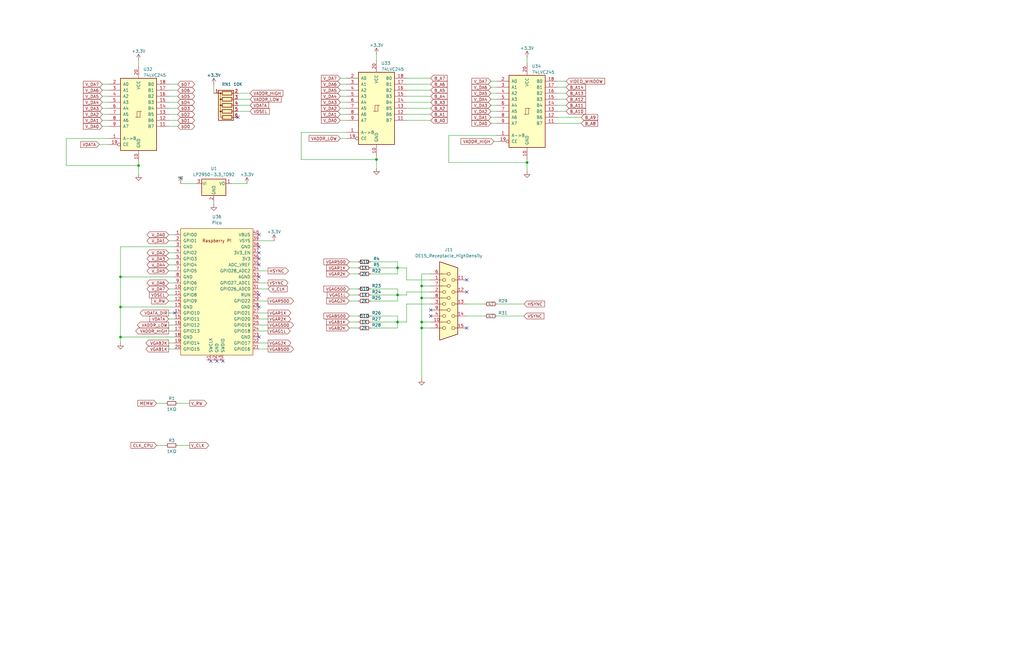
<source format=kicad_sch>
(kicad_sch
	(version 20250114)
	(generator "eeschema")
	(generator_version "9.0")
	(uuid "110896e9-4243-4e86-892c-0fab0fee308a")
	(paper "USLedger")
	(title_block
		(title "ISA VIDEO/SID")
		(date "2026-01-18")
		(rev "V1.0")
	)
	(lib_symbols
		(symbol "74xx:74LS245"
			(pin_names
				(offset 1.016)
			)
			(exclude_from_sim no)
			(in_bom yes)
			(on_board yes)
			(property "Reference" "U"
				(at -7.62 16.51 0)
				(effects
					(font
						(size 1.27 1.27)
					)
				)
			)
			(property "Value" "74LS245"
				(at -7.62 -16.51 0)
				(effects
					(font
						(size 1.27 1.27)
					)
				)
			)
			(property "Footprint" ""
				(at 0 0 0)
				(effects
					(font
						(size 1.27 1.27)
					)
					(hide yes)
				)
			)
			(property "Datasheet" "http://www.ti.com/lit/gpn/sn74LS245"
				(at 0 0 0)
				(effects
					(font
						(size 1.27 1.27)
					)
					(hide yes)
				)
			)
			(property "Description" "Octal BUS Transceivers, 3-State outputs"
				(at 0 0 0)
				(effects
					(font
						(size 1.27 1.27)
					)
					(hide yes)
				)
			)
			(property "ki_locked" ""
				(at 0 0 0)
				(effects
					(font
						(size 1.27 1.27)
					)
				)
			)
			(property "ki_keywords" "TTL BUS 3State"
				(at 0 0 0)
				(effects
					(font
						(size 1.27 1.27)
					)
					(hide yes)
				)
			)
			(property "ki_fp_filters" "DIP?20*"
				(at 0 0 0)
				(effects
					(font
						(size 1.27 1.27)
					)
					(hide yes)
				)
			)
			(symbol "74LS245_1_0"
				(polyline
					(pts
						(xy -1.27 -1.27) (xy 0.635 -1.27) (xy 0.635 1.27) (xy 1.27 1.27)
					)
					(stroke
						(width 0)
						(type default)
					)
					(fill
						(type none)
					)
				)
				(polyline
					(pts
						(xy -0.635 -1.27) (xy -0.635 1.27) (xy 0.635 1.27)
					)
					(stroke
						(width 0)
						(type default)
					)
					(fill
						(type none)
					)
				)
				(pin tri_state line
					(at -12.7 12.7 0)
					(length 5.08)
					(name "A0"
						(effects
							(font
								(size 1.27 1.27)
							)
						)
					)
					(number "2"
						(effects
							(font
								(size 1.27 1.27)
							)
						)
					)
				)
				(pin tri_state line
					(at -12.7 10.16 0)
					(length 5.08)
					(name "A1"
						(effects
							(font
								(size 1.27 1.27)
							)
						)
					)
					(number "3"
						(effects
							(font
								(size 1.27 1.27)
							)
						)
					)
				)
				(pin tri_state line
					(at -12.7 7.62 0)
					(length 5.08)
					(name "A2"
						(effects
							(font
								(size 1.27 1.27)
							)
						)
					)
					(number "4"
						(effects
							(font
								(size 1.27 1.27)
							)
						)
					)
				)
				(pin tri_state line
					(at -12.7 5.08 0)
					(length 5.08)
					(name "A3"
						(effects
							(font
								(size 1.27 1.27)
							)
						)
					)
					(number "5"
						(effects
							(font
								(size 1.27 1.27)
							)
						)
					)
				)
				(pin tri_state line
					(at -12.7 2.54 0)
					(length 5.08)
					(name "A4"
						(effects
							(font
								(size 1.27 1.27)
							)
						)
					)
					(number "6"
						(effects
							(font
								(size 1.27 1.27)
							)
						)
					)
				)
				(pin tri_state line
					(at -12.7 0 0)
					(length 5.08)
					(name "A5"
						(effects
							(font
								(size 1.27 1.27)
							)
						)
					)
					(number "7"
						(effects
							(font
								(size 1.27 1.27)
							)
						)
					)
				)
				(pin tri_state line
					(at -12.7 -2.54 0)
					(length 5.08)
					(name "A6"
						(effects
							(font
								(size 1.27 1.27)
							)
						)
					)
					(number "8"
						(effects
							(font
								(size 1.27 1.27)
							)
						)
					)
				)
				(pin tri_state line
					(at -12.7 -5.08 0)
					(length 5.08)
					(name "A7"
						(effects
							(font
								(size 1.27 1.27)
							)
						)
					)
					(number "9"
						(effects
							(font
								(size 1.27 1.27)
							)
						)
					)
				)
				(pin input line
					(at -12.7 -10.16 0)
					(length 5.08)
					(name "A->B"
						(effects
							(font
								(size 1.27 1.27)
							)
						)
					)
					(number "1"
						(effects
							(font
								(size 1.27 1.27)
							)
						)
					)
				)
				(pin input inverted
					(at -12.7 -12.7 0)
					(length 5.08)
					(name "CE"
						(effects
							(font
								(size 1.27 1.27)
							)
						)
					)
					(number "19"
						(effects
							(font
								(size 1.27 1.27)
							)
						)
					)
				)
				(pin power_in line
					(at 0 20.32 270)
					(length 5.08)
					(name "VCC"
						(effects
							(font
								(size 1.27 1.27)
							)
						)
					)
					(number "20"
						(effects
							(font
								(size 1.27 1.27)
							)
						)
					)
				)
				(pin power_in line
					(at 0 -20.32 90)
					(length 5.08)
					(name "GND"
						(effects
							(font
								(size 1.27 1.27)
							)
						)
					)
					(number "10"
						(effects
							(font
								(size 1.27 1.27)
							)
						)
					)
				)
				(pin tri_state line
					(at 12.7 12.7 180)
					(length 5.08)
					(name "B0"
						(effects
							(font
								(size 1.27 1.27)
							)
						)
					)
					(number "18"
						(effects
							(font
								(size 1.27 1.27)
							)
						)
					)
				)
				(pin tri_state line
					(at 12.7 10.16 180)
					(length 5.08)
					(name "B1"
						(effects
							(font
								(size 1.27 1.27)
							)
						)
					)
					(number "17"
						(effects
							(font
								(size 1.27 1.27)
							)
						)
					)
				)
				(pin tri_state line
					(at 12.7 7.62 180)
					(length 5.08)
					(name "B2"
						(effects
							(font
								(size 1.27 1.27)
							)
						)
					)
					(number "16"
						(effects
							(font
								(size 1.27 1.27)
							)
						)
					)
				)
				(pin tri_state line
					(at 12.7 5.08 180)
					(length 5.08)
					(name "B3"
						(effects
							(font
								(size 1.27 1.27)
							)
						)
					)
					(number "15"
						(effects
							(font
								(size 1.27 1.27)
							)
						)
					)
				)
				(pin tri_state line
					(at 12.7 2.54 180)
					(length 5.08)
					(name "B4"
						(effects
							(font
								(size 1.27 1.27)
							)
						)
					)
					(number "14"
						(effects
							(font
								(size 1.27 1.27)
							)
						)
					)
				)
				(pin tri_state line
					(at 12.7 0 180)
					(length 5.08)
					(name "B5"
						(effects
							(font
								(size 1.27 1.27)
							)
						)
					)
					(number "13"
						(effects
							(font
								(size 1.27 1.27)
							)
						)
					)
				)
				(pin tri_state line
					(at 12.7 -2.54 180)
					(length 5.08)
					(name "B6"
						(effects
							(font
								(size 1.27 1.27)
							)
						)
					)
					(number "12"
						(effects
							(font
								(size 1.27 1.27)
							)
						)
					)
				)
				(pin tri_state line
					(at 12.7 -5.08 180)
					(length 5.08)
					(name "B7"
						(effects
							(font
								(size 1.27 1.27)
							)
						)
					)
					(number "11"
						(effects
							(font
								(size 1.27 1.27)
							)
						)
					)
				)
			)
			(symbol "74LS245_1_1"
				(rectangle
					(start -7.62 15.24)
					(end 7.62 -15.24)
					(stroke
						(width 0.254)
						(type default)
					)
					(fill
						(type background)
					)
				)
			)
			(embedded_fonts no)
		)
		(symbol "Connector:DE15_Socket_HighDensity"
			(pin_names
				(offset 1.016)
				(hide yes)
			)
			(exclude_from_sim no)
			(in_bom yes)
			(on_board yes)
			(property "Reference" "J"
				(at 0 21.59 0)
				(effects
					(font
						(size 1.27 1.27)
					)
				)
			)
			(property "Value" "DE15_Socket_HighDensity"
				(at 0 19.05 0)
				(effects
					(font
						(size 1.27 1.27)
					)
				)
			)
			(property "Footprint" ""
				(at -24.13 10.16 0)
				(effects
					(font
						(size 1.27 1.27)
					)
					(hide yes)
				)
			)
			(property "Datasheet" "~"
				(at -24.13 10.16 0)
				(effects
					(font
						(size 1.27 1.27)
					)
					(hide yes)
				)
			)
			(property "Description" "15-pin D-SUB connector, socket (female), High density (3 columns), Triple Row, Generic, VGA-connector"
				(at 0 0 0)
				(effects
					(font
						(size 1.27 1.27)
					)
					(hide yes)
				)
			)
			(property "ki_keywords" "DSUB VGA"
				(at 0 0 0)
				(effects
					(font
						(size 1.27 1.27)
					)
					(hide yes)
				)
			)
			(property "ki_fp_filters" "DSUB*Socket*"
				(at 0 0 0)
				(effects
					(font
						(size 1.27 1.27)
					)
					(hide yes)
				)
			)
			(symbol "DE15_Socket_HighDensity_0_1"
				(polyline
					(pts
						(xy -3.81 17.78) (xy -3.81 -15.24) (xy 3.81 -12.7) (xy 3.81 15.24) (xy -3.81 17.78)
					)
					(stroke
						(width 0.254)
						(type default)
					)
					(fill
						(type background)
					)
				)
				(polyline
					(pts
						(xy -3.175 7.62) (xy -0.635 7.62)
					)
					(stroke
						(width 0)
						(type default)
					)
					(fill
						(type none)
					)
				)
				(circle
					(center -1.905 10.16)
					(radius 0.635)
					(stroke
						(width 0)
						(type default)
					)
					(fill
						(type none)
					)
				)
				(circle
					(center -1.905 5.08)
					(radius 0.635)
					(stroke
						(width 0)
						(type default)
					)
					(fill
						(type none)
					)
				)
				(circle
					(center -1.905 0)
					(radius 0.635)
					(stroke
						(width 0)
						(type default)
					)
					(fill
						(type none)
					)
				)
				(circle
					(center -1.905 -5.08)
					(radius 0.635)
					(stroke
						(width 0)
						(type default)
					)
					(fill
						(type none)
					)
				)
				(circle
					(center -1.905 -10.16)
					(radius 0.635)
					(stroke
						(width 0)
						(type default)
					)
					(fill
						(type none)
					)
				)
				(polyline
					(pts
						(xy -0.635 12.7) (xy -3.175 12.7)
					)
					(stroke
						(width 0)
						(type default)
					)
					(fill
						(type none)
					)
				)
				(polyline
					(pts
						(xy -0.635 2.54) (xy -3.175 2.54)
					)
					(stroke
						(width 0)
						(type default)
					)
					(fill
						(type none)
					)
				)
				(polyline
					(pts
						(xy -0.635 -2.54) (xy -3.175 -2.54)
					)
					(stroke
						(width 0)
						(type default)
					)
					(fill
						(type none)
					)
				)
				(polyline
					(pts
						(xy -0.635 -7.62) (xy -3.175 -7.62)
					)
					(stroke
						(width 0)
						(type default)
					)
					(fill
						(type none)
					)
				)
				(circle
					(center 0 12.7)
					(radius 0.635)
					(stroke
						(width 0)
						(type default)
					)
					(fill
						(type none)
					)
				)
				(circle
					(center 0 7.62)
					(radius 0.635)
					(stroke
						(width 0)
						(type default)
					)
					(fill
						(type none)
					)
				)
				(circle
					(center 0 2.54)
					(radius 0.635)
					(stroke
						(width 0)
						(type default)
					)
					(fill
						(type none)
					)
				)
				(circle
					(center 0 -2.54)
					(radius 0.635)
					(stroke
						(width 0)
						(type default)
					)
					(fill
						(type none)
					)
				)
				(circle
					(center 0 -7.62)
					(radius 0.635)
					(stroke
						(width 0)
						(type default)
					)
					(fill
						(type none)
					)
				)
				(circle
					(center 1.905 10.16)
					(radius 0.635)
					(stroke
						(width 0)
						(type default)
					)
					(fill
						(type none)
					)
				)
				(circle
					(center 1.905 5.08)
					(radius 0.635)
					(stroke
						(width 0)
						(type default)
					)
					(fill
						(type none)
					)
				)
				(circle
					(center 1.905 0)
					(radius 0.635)
					(stroke
						(width 0)
						(type default)
					)
					(fill
						(type none)
					)
				)
				(circle
					(center 1.905 -5.08)
					(radius 0.635)
					(stroke
						(width 0)
						(type default)
					)
					(fill
						(type none)
					)
				)
				(circle
					(center 1.905 -10.16)
					(radius 0.635)
					(stroke
						(width 0)
						(type default)
					)
					(fill
						(type none)
					)
				)
			)
			(symbol "DE15_Socket_HighDensity_1_1"
				(pin passive line
					(at -7.62 12.7 0)
					(length 5.08)
					(name "~"
						(effects
							(font
								(size 1.27 1.27)
							)
						)
					)
					(number "6"
						(effects
							(font
								(size 1.27 1.27)
							)
						)
					)
				)
				(pin passive line
					(at -7.62 10.16 0)
					(length 5.08)
					(name "~"
						(effects
							(font
								(size 1.27 1.27)
							)
						)
					)
					(number "1"
						(effects
							(font
								(size 1.27 1.27)
							)
						)
					)
				)
				(pin passive line
					(at -7.62 7.62 0)
					(length 5.08)
					(name "~"
						(effects
							(font
								(size 1.27 1.27)
							)
						)
					)
					(number "7"
						(effects
							(font
								(size 1.27 1.27)
							)
						)
					)
				)
				(pin passive line
					(at -7.62 5.08 0)
					(length 5.08)
					(name "~"
						(effects
							(font
								(size 1.27 1.27)
							)
						)
					)
					(number "2"
						(effects
							(font
								(size 1.27 1.27)
							)
						)
					)
				)
				(pin passive line
					(at -7.62 2.54 0)
					(length 5.08)
					(name "~"
						(effects
							(font
								(size 1.27 1.27)
							)
						)
					)
					(number "8"
						(effects
							(font
								(size 1.27 1.27)
							)
						)
					)
				)
				(pin passive line
					(at -7.62 0 0)
					(length 5.08)
					(name "~"
						(effects
							(font
								(size 1.27 1.27)
							)
						)
					)
					(number "3"
						(effects
							(font
								(size 1.27 1.27)
							)
						)
					)
				)
				(pin passive line
					(at -7.62 -2.54 0)
					(length 5.08)
					(name "~"
						(effects
							(font
								(size 1.27 1.27)
							)
						)
					)
					(number "9"
						(effects
							(font
								(size 1.27 1.27)
							)
						)
					)
				)
				(pin passive line
					(at -7.62 -5.08 0)
					(length 5.08)
					(name "~"
						(effects
							(font
								(size 1.27 1.27)
							)
						)
					)
					(number "4"
						(effects
							(font
								(size 1.27 1.27)
							)
						)
					)
				)
				(pin passive line
					(at -7.62 -7.62 0)
					(length 5.08)
					(name "~"
						(effects
							(font
								(size 1.27 1.27)
							)
						)
					)
					(number "10"
						(effects
							(font
								(size 1.27 1.27)
							)
						)
					)
				)
				(pin passive line
					(at -7.62 -10.16 0)
					(length 5.08)
					(name "~"
						(effects
							(font
								(size 1.27 1.27)
							)
						)
					)
					(number "5"
						(effects
							(font
								(size 1.27 1.27)
							)
						)
					)
				)
				(pin passive line
					(at 7.62 10.16 180)
					(length 5.08)
					(name "~"
						(effects
							(font
								(size 1.27 1.27)
							)
						)
					)
					(number "11"
						(effects
							(font
								(size 1.27 1.27)
							)
						)
					)
				)
				(pin passive line
					(at 7.62 5.08 180)
					(length 5.08)
					(name "~"
						(effects
							(font
								(size 1.27 1.27)
							)
						)
					)
					(number "12"
						(effects
							(font
								(size 1.27 1.27)
							)
						)
					)
				)
				(pin passive line
					(at 7.62 0 180)
					(length 5.08)
					(name "~"
						(effects
							(font
								(size 1.27 1.27)
							)
						)
					)
					(number "13"
						(effects
							(font
								(size 1.27 1.27)
							)
						)
					)
				)
				(pin passive line
					(at 7.62 -5.08 180)
					(length 5.08)
					(name "~"
						(effects
							(font
								(size 1.27 1.27)
							)
						)
					)
					(number "14"
						(effects
							(font
								(size 1.27 1.27)
							)
						)
					)
				)
				(pin passive line
					(at 7.62 -10.16 180)
					(length 5.08)
					(name "~"
						(effects
							(font
								(size 1.27 1.27)
							)
						)
					)
					(number "15"
						(effects
							(font
								(size 1.27 1.27)
							)
						)
					)
				)
			)
			(embedded_fonts no)
		)
		(symbol "Custom:Pico"
			(pin_names
				(offset 1.016)
			)
			(exclude_from_sim no)
			(in_bom yes)
			(on_board yes)
			(property "Reference" "U36"
				(at 0 30.48 0)
				(effects
					(font
						(size 1.27 1.27)
					)
				)
			)
			(property "Value" "Pico"
				(at 0 27.94 0)
				(effects
					(font
						(size 1.27 1.27)
					)
				)
			)
			(property "Footprint" "RPi:RPi_Pico_SMD_TH"
				(at 0 0 90)
				(effects
					(font
						(size 1.27 1.27)
					)
					(hide yes)
				)
			)
			(property "Datasheet" ""
				(at 0 0 0)
				(effects
					(font
						(size 1.27 1.27)
					)
					(hide yes)
				)
			)
			(property "Description" ""
				(at 0 0 0)
				(effects
					(font
						(size 1.27 1.27)
					)
				)
			)
			(symbol "Pico_0_0"
				(text "Raspberry Pi"
					(at 0 21.59 0)
					(effects
						(font
							(size 1.27 1.27)
						)
					)
				)
			)
			(symbol "Pico_0_1"
				(rectangle
					(start -15.24 26.67)
					(end 15.24 -26.67)
					(stroke
						(width 0)
						(type solid)
					)
					(fill
						(type background)
					)
				)
			)
			(symbol "Pico_1_1"
				(pin bidirectional line
					(at -17.78 24.13 0)
					(length 2.54)
					(name "GPIO0"
						(effects
							(font
								(size 1.27 1.27)
							)
						)
					)
					(number "1"
						(effects
							(font
								(size 1.27 1.27)
							)
						)
					)
				)
				(pin bidirectional line
					(at -17.78 21.59 0)
					(length 2.54)
					(name "GPIO1"
						(effects
							(font
								(size 1.27 1.27)
							)
						)
					)
					(number "2"
						(effects
							(font
								(size 1.27 1.27)
							)
						)
					)
				)
				(pin power_in line
					(at -17.78 19.05 0)
					(length 2.54)
					(name "GND"
						(effects
							(font
								(size 1.27 1.27)
							)
						)
					)
					(number "3"
						(effects
							(font
								(size 1.27 1.27)
							)
						)
					)
				)
				(pin bidirectional line
					(at -17.78 16.51 0)
					(length 2.54)
					(name "GPIO2"
						(effects
							(font
								(size 1.27 1.27)
							)
						)
					)
					(number "4"
						(effects
							(font
								(size 1.27 1.27)
							)
						)
					)
				)
				(pin bidirectional line
					(at -17.78 13.97 0)
					(length 2.54)
					(name "GPIO3"
						(effects
							(font
								(size 1.27 1.27)
							)
						)
					)
					(number "5"
						(effects
							(font
								(size 1.27 1.27)
							)
						)
					)
				)
				(pin bidirectional line
					(at -17.78 11.43 0)
					(length 2.54)
					(name "GPIO4"
						(effects
							(font
								(size 1.27 1.27)
							)
						)
					)
					(number "6"
						(effects
							(font
								(size 1.27 1.27)
							)
						)
					)
				)
				(pin bidirectional line
					(at -17.78 8.89 0)
					(length 2.54)
					(name "GPIO5"
						(effects
							(font
								(size 1.27 1.27)
							)
						)
					)
					(number "7"
						(effects
							(font
								(size 1.27 1.27)
							)
						)
					)
				)
				(pin power_in line
					(at -17.78 6.35 0)
					(length 2.54)
					(name "GND"
						(effects
							(font
								(size 1.27 1.27)
							)
						)
					)
					(number "8"
						(effects
							(font
								(size 1.27 1.27)
							)
						)
					)
				)
				(pin bidirectional line
					(at -17.78 3.81 0)
					(length 2.54)
					(name "GPIO6"
						(effects
							(font
								(size 1.27 1.27)
							)
						)
					)
					(number "9"
						(effects
							(font
								(size 1.27 1.27)
							)
						)
					)
				)
				(pin bidirectional line
					(at -17.78 1.27 0)
					(length 2.54)
					(name "GPIO7"
						(effects
							(font
								(size 1.27 1.27)
							)
						)
					)
					(number "10"
						(effects
							(font
								(size 1.27 1.27)
							)
						)
					)
				)
				(pin bidirectional line
					(at -17.78 -1.27 0)
					(length 2.54)
					(name "GPIO8"
						(effects
							(font
								(size 1.27 1.27)
							)
						)
					)
					(number "11"
						(effects
							(font
								(size 1.27 1.27)
							)
						)
					)
				)
				(pin bidirectional line
					(at -17.78 -3.81 0)
					(length 2.54)
					(name "GPIO9"
						(effects
							(font
								(size 1.27 1.27)
							)
						)
					)
					(number "12"
						(effects
							(font
								(size 1.27 1.27)
							)
						)
					)
				)
				(pin power_in line
					(at -17.78 -6.35 0)
					(length 2.54)
					(name "GND"
						(effects
							(font
								(size 1.27 1.27)
							)
						)
					)
					(number "13"
						(effects
							(font
								(size 1.27 1.27)
							)
						)
					)
				)
				(pin bidirectional line
					(at -17.78 -8.89 0)
					(length 2.54)
					(name "GPIO10"
						(effects
							(font
								(size 1.27 1.27)
							)
						)
					)
					(number "14"
						(effects
							(font
								(size 1.27 1.27)
							)
						)
					)
				)
				(pin bidirectional line
					(at -17.78 -11.43 0)
					(length 2.54)
					(name "GPIO11"
						(effects
							(font
								(size 1.27 1.27)
							)
						)
					)
					(number "15"
						(effects
							(font
								(size 1.27 1.27)
							)
						)
					)
				)
				(pin bidirectional line
					(at -17.78 -13.97 0)
					(length 2.54)
					(name "GPIO12"
						(effects
							(font
								(size 1.27 1.27)
							)
						)
					)
					(number "16"
						(effects
							(font
								(size 1.27 1.27)
							)
						)
					)
				)
				(pin bidirectional line
					(at -17.78 -16.51 0)
					(length 2.54)
					(name "GPIO13"
						(effects
							(font
								(size 1.27 1.27)
							)
						)
					)
					(number "17"
						(effects
							(font
								(size 1.27 1.27)
							)
						)
					)
				)
				(pin power_in line
					(at -17.78 -19.05 0)
					(length 2.54)
					(name "GND"
						(effects
							(font
								(size 1.27 1.27)
							)
						)
					)
					(number "18"
						(effects
							(font
								(size 1.27 1.27)
							)
						)
					)
				)
				(pin bidirectional line
					(at -17.78 -21.59 0)
					(length 2.54)
					(name "GPIO14"
						(effects
							(font
								(size 1.27 1.27)
							)
						)
					)
					(number "19"
						(effects
							(font
								(size 1.27 1.27)
							)
						)
					)
				)
				(pin bidirectional line
					(at -17.78 -24.13 0)
					(length 2.54)
					(name "GPIO15"
						(effects
							(font
								(size 1.27 1.27)
							)
						)
					)
					(number "20"
						(effects
							(font
								(size 1.27 1.27)
							)
						)
					)
				)
				(pin input line
					(at -2.54 -29.21 90)
					(length 2.54)
					(name "SWCLK"
						(effects
							(font
								(size 1.27 1.27)
							)
						)
					)
					(number "41"
						(effects
							(font
								(size 1.27 1.27)
							)
						)
					)
				)
				(pin power_in line
					(at 0 -29.21 90)
					(length 2.54)
					(name "GND"
						(effects
							(font
								(size 1.27 1.27)
							)
						)
					)
					(number "42"
						(effects
							(font
								(size 1.27 1.27)
							)
						)
					)
				)
				(pin bidirectional line
					(at 2.54 -29.21 90)
					(length 2.54)
					(name "SWDIO"
						(effects
							(font
								(size 1.27 1.27)
							)
						)
					)
					(number "43"
						(effects
							(font
								(size 1.27 1.27)
							)
						)
					)
				)
				(pin unspecified line
					(at 17.78 24.13 180)
					(length 2.54)
					(name "VBUS"
						(effects
							(font
								(size 1.27 1.27)
							)
						)
					)
					(number "40"
						(effects
							(font
								(size 1.27 1.27)
							)
						)
					)
				)
				(pin power_in line
					(at 17.78 21.59 180)
					(length 2.54)
					(name "VSYS"
						(effects
							(font
								(size 1.27 1.27)
							)
						)
					)
					(number "39"
						(effects
							(font
								(size 1.27 1.27)
							)
						)
					)
				)
				(pin bidirectional line
					(at 17.78 19.05 180)
					(length 2.54)
					(name "GND"
						(effects
							(font
								(size 1.27 1.27)
							)
						)
					)
					(number "38"
						(effects
							(font
								(size 1.27 1.27)
							)
						)
					)
				)
				(pin input line
					(at 17.78 16.51 180)
					(length 2.54)
					(name "3V3_EN"
						(effects
							(font
								(size 1.27 1.27)
							)
						)
					)
					(number "37"
						(effects
							(font
								(size 1.27 1.27)
							)
						)
					)
				)
				(pin unspecified line
					(at 17.78 13.97 180)
					(length 2.54)
					(name "3V3"
						(effects
							(font
								(size 1.27 1.27)
							)
						)
					)
					(number "36"
						(effects
							(font
								(size 1.27 1.27)
							)
						)
					)
				)
				(pin unspecified line
					(at 17.78 11.43 180)
					(length 2.54)
					(name "ADC_VREF"
						(effects
							(font
								(size 1.27 1.27)
							)
						)
					)
					(number "35"
						(effects
							(font
								(size 1.27 1.27)
							)
						)
					)
				)
				(pin bidirectional line
					(at 17.78 8.89 180)
					(length 2.54)
					(name "GPIO28_ADC2"
						(effects
							(font
								(size 1.27 1.27)
							)
						)
					)
					(number "34"
						(effects
							(font
								(size 1.27 1.27)
							)
						)
					)
				)
				(pin power_in line
					(at 17.78 6.35 180)
					(length 2.54)
					(name "AGND"
						(effects
							(font
								(size 1.27 1.27)
							)
						)
					)
					(number "33"
						(effects
							(font
								(size 1.27 1.27)
							)
						)
					)
				)
				(pin bidirectional line
					(at 17.78 3.81 180)
					(length 2.54)
					(name "GPIO27_ADC1"
						(effects
							(font
								(size 1.27 1.27)
							)
						)
					)
					(number "32"
						(effects
							(font
								(size 1.27 1.27)
							)
						)
					)
				)
				(pin bidirectional line
					(at 17.78 1.27 180)
					(length 2.54)
					(name "GPIO26_ADC0"
						(effects
							(font
								(size 1.27 1.27)
							)
						)
					)
					(number "31"
						(effects
							(font
								(size 1.27 1.27)
							)
						)
					)
				)
				(pin input line
					(at 17.78 -1.27 180)
					(length 2.54)
					(name "RUN"
						(effects
							(font
								(size 1.27 1.27)
							)
						)
					)
					(number "30"
						(effects
							(font
								(size 1.27 1.27)
							)
						)
					)
				)
				(pin bidirectional line
					(at 17.78 -3.81 180)
					(length 2.54)
					(name "GPIO22"
						(effects
							(font
								(size 1.27 1.27)
							)
						)
					)
					(number "29"
						(effects
							(font
								(size 1.27 1.27)
							)
						)
					)
				)
				(pin power_in line
					(at 17.78 -6.35 180)
					(length 2.54)
					(name "GND"
						(effects
							(font
								(size 1.27 1.27)
							)
						)
					)
					(number "28"
						(effects
							(font
								(size 1.27 1.27)
							)
						)
					)
				)
				(pin bidirectional line
					(at 17.78 -8.89 180)
					(length 2.54)
					(name "GPIO21"
						(effects
							(font
								(size 1.27 1.27)
							)
						)
					)
					(number "27"
						(effects
							(font
								(size 1.27 1.27)
							)
						)
					)
				)
				(pin bidirectional line
					(at 17.78 -11.43 180)
					(length 2.54)
					(name "GPIO20"
						(effects
							(font
								(size 1.27 1.27)
							)
						)
					)
					(number "26"
						(effects
							(font
								(size 1.27 1.27)
							)
						)
					)
				)
				(pin bidirectional line
					(at 17.78 -13.97 180)
					(length 2.54)
					(name "GPIO19"
						(effects
							(font
								(size 1.27 1.27)
							)
						)
					)
					(number "25"
						(effects
							(font
								(size 1.27 1.27)
							)
						)
					)
				)
				(pin bidirectional line
					(at 17.78 -16.51 180)
					(length 2.54)
					(name "GPIO18"
						(effects
							(font
								(size 1.27 1.27)
							)
						)
					)
					(number "24"
						(effects
							(font
								(size 1.27 1.27)
							)
						)
					)
				)
				(pin power_in line
					(at 17.78 -19.05 180)
					(length 2.54)
					(name "GND"
						(effects
							(font
								(size 1.27 1.27)
							)
						)
					)
					(number "23"
						(effects
							(font
								(size 1.27 1.27)
							)
						)
					)
				)
				(pin bidirectional line
					(at 17.78 -21.59 180)
					(length 2.54)
					(name "GPIO17"
						(effects
							(font
								(size 1.27 1.27)
							)
						)
					)
					(number "22"
						(effects
							(font
								(size 1.27 1.27)
							)
						)
					)
				)
				(pin bidirectional line
					(at 17.78 -24.13 180)
					(length 2.54)
					(name "GPIO16"
						(effects
							(font
								(size 1.27 1.27)
							)
						)
					)
					(number "21"
						(effects
							(font
								(size 1.27 1.27)
							)
						)
					)
				)
			)
			(embedded_fonts no)
		)
		(symbol "Device:R_Network05"
			(pin_names
				(offset 0)
				(hide yes)
			)
			(exclude_from_sim no)
			(in_bom yes)
			(on_board yes)
			(property "Reference" "RN"
				(at -7.62 0 90)
				(effects
					(font
						(size 1.27 1.27)
					)
				)
			)
			(property "Value" "R_Network05"
				(at 7.62 0 90)
				(effects
					(font
						(size 1.27 1.27)
					)
				)
			)
			(property "Footprint" "Resistor_THT:R_Array_SIP6"
				(at 9.525 0 90)
				(effects
					(font
						(size 1.27 1.27)
					)
					(hide yes)
				)
			)
			(property "Datasheet" "http://www.vishay.com/docs/31509/csc.pdf"
				(at 0 0 0)
				(effects
					(font
						(size 1.27 1.27)
					)
					(hide yes)
				)
			)
			(property "Description" "5 resistor network, star topology, bussed resistors, small symbol"
				(at 0 0 0)
				(effects
					(font
						(size 1.27 1.27)
					)
					(hide yes)
				)
			)
			(property "ki_keywords" "R network star-topology"
				(at 0 0 0)
				(effects
					(font
						(size 1.27 1.27)
					)
					(hide yes)
				)
			)
			(property "ki_fp_filters" "R?Array?SIP*"
				(at 0 0 0)
				(effects
					(font
						(size 1.27 1.27)
					)
					(hide yes)
				)
			)
			(symbol "R_Network05_0_1"
				(rectangle
					(start -6.35 -3.175)
					(end 6.35 3.175)
					(stroke
						(width 0.254)
						(type default)
					)
					(fill
						(type background)
					)
				)
				(rectangle
					(start -5.842 1.524)
					(end -4.318 -2.54)
					(stroke
						(width 0.254)
						(type default)
					)
					(fill
						(type none)
					)
				)
				(circle
					(center -5.08 2.286)
					(radius 0.254)
					(stroke
						(width 0)
						(type default)
					)
					(fill
						(type outline)
					)
				)
				(polyline
					(pts
						(xy -5.08 1.524) (xy -5.08 2.286) (xy -2.54 2.286) (xy -2.54 1.524)
					)
					(stroke
						(width 0)
						(type default)
					)
					(fill
						(type none)
					)
				)
				(polyline
					(pts
						(xy -5.08 -2.54) (xy -5.08 -3.81)
					)
					(stroke
						(width 0)
						(type default)
					)
					(fill
						(type none)
					)
				)
				(rectangle
					(start -3.302 1.524)
					(end -1.778 -2.54)
					(stroke
						(width 0.254)
						(type default)
					)
					(fill
						(type none)
					)
				)
				(circle
					(center -2.54 2.286)
					(radius 0.254)
					(stroke
						(width 0)
						(type default)
					)
					(fill
						(type outline)
					)
				)
				(polyline
					(pts
						(xy -2.54 1.524) (xy -2.54 2.286) (xy 0 2.286) (xy 0 1.524)
					)
					(stroke
						(width 0)
						(type default)
					)
					(fill
						(type none)
					)
				)
				(polyline
					(pts
						(xy -2.54 -2.54) (xy -2.54 -3.81)
					)
					(stroke
						(width 0)
						(type default)
					)
					(fill
						(type none)
					)
				)
				(rectangle
					(start -0.762 1.524)
					(end 0.762 -2.54)
					(stroke
						(width 0.254)
						(type default)
					)
					(fill
						(type none)
					)
				)
				(circle
					(center 0 2.286)
					(radius 0.254)
					(stroke
						(width 0)
						(type default)
					)
					(fill
						(type outline)
					)
				)
				(polyline
					(pts
						(xy 0 1.524) (xy 0 2.286) (xy 2.54 2.286) (xy 2.54 1.524)
					)
					(stroke
						(width 0)
						(type default)
					)
					(fill
						(type none)
					)
				)
				(polyline
					(pts
						(xy 0 -2.54) (xy 0 -3.81)
					)
					(stroke
						(width 0)
						(type default)
					)
					(fill
						(type none)
					)
				)
				(rectangle
					(start 1.778 1.524)
					(end 3.302 -2.54)
					(stroke
						(width 0.254)
						(type default)
					)
					(fill
						(type none)
					)
				)
				(circle
					(center 2.54 2.286)
					(radius 0.254)
					(stroke
						(width 0)
						(type default)
					)
					(fill
						(type outline)
					)
				)
				(polyline
					(pts
						(xy 2.54 1.524) (xy 2.54 2.286) (xy 5.08 2.286) (xy 5.08 1.524)
					)
					(stroke
						(width 0)
						(type default)
					)
					(fill
						(type none)
					)
				)
				(polyline
					(pts
						(xy 2.54 -2.54) (xy 2.54 -3.81)
					)
					(stroke
						(width 0)
						(type default)
					)
					(fill
						(type none)
					)
				)
				(rectangle
					(start 4.318 1.524)
					(end 5.842 -2.54)
					(stroke
						(width 0.254)
						(type default)
					)
					(fill
						(type none)
					)
				)
				(polyline
					(pts
						(xy 5.08 -2.54) (xy 5.08 -3.81)
					)
					(stroke
						(width 0)
						(type default)
					)
					(fill
						(type none)
					)
				)
			)
			(symbol "R_Network05_1_1"
				(pin passive line
					(at -5.08 5.08 270)
					(length 2.54)
					(name "common"
						(effects
							(font
								(size 1.27 1.27)
							)
						)
					)
					(number "1"
						(effects
							(font
								(size 1.27 1.27)
							)
						)
					)
				)
				(pin passive line
					(at -5.08 -5.08 90)
					(length 1.27)
					(name "R1"
						(effects
							(font
								(size 1.27 1.27)
							)
						)
					)
					(number "2"
						(effects
							(font
								(size 1.27 1.27)
							)
						)
					)
				)
				(pin passive line
					(at -2.54 -5.08 90)
					(length 1.27)
					(name "R2"
						(effects
							(font
								(size 1.27 1.27)
							)
						)
					)
					(number "3"
						(effects
							(font
								(size 1.27 1.27)
							)
						)
					)
				)
				(pin passive line
					(at 0 -5.08 90)
					(length 1.27)
					(name "R3"
						(effects
							(font
								(size 1.27 1.27)
							)
						)
					)
					(number "4"
						(effects
							(font
								(size 1.27 1.27)
							)
						)
					)
				)
				(pin passive line
					(at 2.54 -5.08 90)
					(length 1.27)
					(name "R4"
						(effects
							(font
								(size 1.27 1.27)
							)
						)
					)
					(number "5"
						(effects
							(font
								(size 1.27 1.27)
							)
						)
					)
				)
				(pin passive line
					(at 5.08 -5.08 90)
					(length 1.27)
					(name "R5"
						(effects
							(font
								(size 1.27 1.27)
							)
						)
					)
					(number "6"
						(effects
							(font
								(size 1.27 1.27)
							)
						)
					)
				)
			)
			(embedded_fonts no)
		)
		(symbol "Device:R_Small"
			(pin_numbers
				(hide yes)
			)
			(pin_names
				(offset 0.254)
				(hide yes)
			)
			(exclude_from_sim no)
			(in_bom yes)
			(on_board yes)
			(property "Reference" "R"
				(at 0 0 90)
				(effects
					(font
						(size 1.016 1.016)
					)
				)
			)
			(property "Value" "R_Small"
				(at 1.778 0 90)
				(effects
					(font
						(size 1.27 1.27)
					)
				)
			)
			(property "Footprint" ""
				(at 0 0 0)
				(effects
					(font
						(size 1.27 1.27)
					)
					(hide yes)
				)
			)
			(property "Datasheet" "~"
				(at 0 0 0)
				(effects
					(font
						(size 1.27 1.27)
					)
					(hide yes)
				)
			)
			(property "Description" "Resistor, small symbol"
				(at 0 0 0)
				(effects
					(font
						(size 1.27 1.27)
					)
					(hide yes)
				)
			)
			(property "ki_keywords" "R resistor"
				(at 0 0 0)
				(effects
					(font
						(size 1.27 1.27)
					)
					(hide yes)
				)
			)
			(property "ki_fp_filters" "R_*"
				(at 0 0 0)
				(effects
					(font
						(size 1.27 1.27)
					)
					(hide yes)
				)
			)
			(symbol "R_Small_0_1"
				(rectangle
					(start -0.762 1.778)
					(end 0.762 -1.778)
					(stroke
						(width 0.2032)
						(type default)
					)
					(fill
						(type none)
					)
				)
			)
			(symbol "R_Small_1_1"
				(pin passive line
					(at 0 2.54 270)
					(length 0.762)
					(name "~"
						(effects
							(font
								(size 1.27 1.27)
							)
						)
					)
					(number "1"
						(effects
							(font
								(size 1.27 1.27)
							)
						)
					)
				)
				(pin passive line
					(at 0 -2.54 90)
					(length 0.762)
					(name "~"
						(effects
							(font
								(size 1.27 1.27)
							)
						)
					)
					(number "2"
						(effects
							(font
								(size 1.27 1.27)
							)
						)
					)
				)
			)
			(embedded_fonts no)
		)
		(symbol "Regulator_Linear:LP2950-3.3_TO92"
			(pin_names
				(offset 0.254)
			)
			(exclude_from_sim no)
			(in_bom yes)
			(on_board yes)
			(property "Reference" "U"
				(at -3.81 3.175 0)
				(effects
					(font
						(size 1.27 1.27)
					)
				)
			)
			(property "Value" "LP2950-3.3_TO92"
				(at 0 3.175 0)
				(effects
					(font
						(size 1.27 1.27)
					)
					(justify left)
				)
			)
			(property "Footprint" "Package_TO_SOT_THT:TO-92_Inline"
				(at 0 5.715 0)
				(effects
					(font
						(size 1.27 1.27)
						(italic yes)
					)
					(hide yes)
				)
			)
			(property "Datasheet" "http://www.ti.com/lit/ds/symlink/lp2950.pdf"
				(at 0 -1.27 0)
				(effects
					(font
						(size 1.27 1.27)
					)
					(hide yes)
				)
			)
			(property "Description" "Positive 100mA 30V Linear Micropower Voltage Regulator, Fixed Output 3.3V, TO-92"
				(at 0 0 0)
				(effects
					(font
						(size 1.27 1.27)
					)
					(hide yes)
				)
			)
			(property "ki_keywords" "Micropower Voltage Regulator 100mA Positive"
				(at 0 0 0)
				(effects
					(font
						(size 1.27 1.27)
					)
					(hide yes)
				)
			)
			(property "ki_fp_filters" "TO?92*"
				(at 0 0 0)
				(effects
					(font
						(size 1.27 1.27)
					)
					(hide yes)
				)
			)
			(symbol "LP2950-3.3_TO92_0_1"
				(rectangle
					(start -5.08 -5.08)
					(end 5.08 1.905)
					(stroke
						(width 0.254)
						(type default)
					)
					(fill
						(type background)
					)
				)
			)
			(symbol "LP2950-3.3_TO92_1_1"
				(pin power_in line
					(at -7.62 0 0)
					(length 2.54)
					(name "VI"
						(effects
							(font
								(size 1.27 1.27)
							)
						)
					)
					(number "3"
						(effects
							(font
								(size 1.27 1.27)
							)
						)
					)
				)
				(pin power_in line
					(at 0 -7.62 90)
					(length 2.54)
					(name "GND"
						(effects
							(font
								(size 1.27 1.27)
							)
						)
					)
					(number "2"
						(effects
							(font
								(size 1.27 1.27)
							)
						)
					)
				)
				(pin power_out line
					(at 7.62 0 180)
					(length 2.54)
					(name "VO"
						(effects
							(font
								(size 1.27 1.27)
							)
						)
					)
					(number "1"
						(effects
							(font
								(size 1.27 1.27)
							)
						)
					)
				)
			)
			(embedded_fonts no)
		)
		(symbol "power:+3.3V"
			(power)
			(pin_numbers
				(hide yes)
			)
			(pin_names
				(offset 0)
				(hide yes)
			)
			(exclude_from_sim no)
			(in_bom yes)
			(on_board yes)
			(property "Reference" "#PWR"
				(at 0 -3.81 0)
				(effects
					(font
						(size 1.27 1.27)
					)
					(hide yes)
				)
			)
			(property "Value" "+3.3V"
				(at 0 3.556 0)
				(effects
					(font
						(size 1.27 1.27)
					)
				)
			)
			(property "Footprint" ""
				(at 0 0 0)
				(effects
					(font
						(size 1.27 1.27)
					)
					(hide yes)
				)
			)
			(property "Datasheet" ""
				(at 0 0 0)
				(effects
					(font
						(size 1.27 1.27)
					)
					(hide yes)
				)
			)
			(property "Description" "Power symbol creates a global label with name \"+3.3V\""
				(at 0 0 0)
				(effects
					(font
						(size 1.27 1.27)
					)
					(hide yes)
				)
			)
			(property "ki_keywords" "global power"
				(at 0 0 0)
				(effects
					(font
						(size 1.27 1.27)
					)
					(hide yes)
				)
			)
			(symbol "+3.3V_0_1"
				(polyline
					(pts
						(xy -0.762 1.27) (xy 0 2.54)
					)
					(stroke
						(width 0)
						(type default)
					)
					(fill
						(type none)
					)
				)
				(polyline
					(pts
						(xy 0 2.54) (xy 0.762 1.27)
					)
					(stroke
						(width 0)
						(type default)
					)
					(fill
						(type none)
					)
				)
				(polyline
					(pts
						(xy 0 0) (xy 0 2.54)
					)
					(stroke
						(width 0)
						(type default)
					)
					(fill
						(type none)
					)
				)
			)
			(symbol "+3.3V_1_1"
				(pin power_in line
					(at 0 0 90)
					(length 0)
					(name "~"
						(effects
							(font
								(size 1.27 1.27)
							)
						)
					)
					(number "1"
						(effects
							(font
								(size 1.27 1.27)
							)
						)
					)
				)
			)
			(embedded_fonts no)
		)
		(symbol "power:GND"
			(power)
			(pin_numbers
				(hide yes)
			)
			(pin_names
				(offset 0)
				(hide yes)
			)
			(exclude_from_sim no)
			(in_bom yes)
			(on_board yes)
			(property "Reference" "#PWR"
				(at 0 -6.35 0)
				(effects
					(font
						(size 1.27 1.27)
					)
					(hide yes)
				)
			)
			(property "Value" "GND"
				(at 0 -3.81 0)
				(effects
					(font
						(size 1.27 1.27)
					)
				)
			)
			(property "Footprint" ""
				(at 0 0 0)
				(effects
					(font
						(size 1.27 1.27)
					)
					(hide yes)
				)
			)
			(property "Datasheet" ""
				(at 0 0 0)
				(effects
					(font
						(size 1.27 1.27)
					)
					(hide yes)
				)
			)
			(property "Description" "Power symbol creates a global label with name \"GND\" , ground"
				(at 0 0 0)
				(effects
					(font
						(size 1.27 1.27)
					)
					(hide yes)
				)
			)
			(property "ki_keywords" "global power"
				(at 0 0 0)
				(effects
					(font
						(size 1.27 1.27)
					)
					(hide yes)
				)
			)
			(symbol "GND_0_1"
				(polyline
					(pts
						(xy 0 0) (xy 0 -1.27) (xy 1.27 -1.27) (xy 0 -2.54) (xy -1.27 -1.27) (xy 0 -1.27)
					)
					(stroke
						(width 0)
						(type default)
					)
					(fill
						(type none)
					)
				)
			)
			(symbol "GND_1_1"
				(pin power_in line
					(at 0 0 270)
					(length 0)
					(name "~"
						(effects
							(font
								(size 1.27 1.27)
							)
						)
					)
					(number "1"
						(effects
							(font
								(size 1.27 1.27)
							)
						)
					)
				)
			)
			(embedded_fonts no)
		)
		(symbol "power:VCC"
			(power)
			(pin_numbers
				(hide yes)
			)
			(pin_names
				(offset 0)
				(hide yes)
			)
			(exclude_from_sim no)
			(in_bom yes)
			(on_board yes)
			(property "Reference" "#PWR"
				(at 0 -3.81 0)
				(effects
					(font
						(size 1.27 1.27)
					)
					(hide yes)
				)
			)
			(property "Value" "VCC"
				(at 0 3.556 0)
				(effects
					(font
						(size 1.27 1.27)
					)
				)
			)
			(property "Footprint" ""
				(at 0 0 0)
				(effects
					(font
						(size 1.27 1.27)
					)
					(hide yes)
				)
			)
			(property "Datasheet" ""
				(at 0 0 0)
				(effects
					(font
						(size 1.27 1.27)
					)
					(hide yes)
				)
			)
			(property "Description" "Power symbol creates a global label with name \"VCC\""
				(at 0 0 0)
				(effects
					(font
						(size 1.27 1.27)
					)
					(hide yes)
				)
			)
			(property "ki_keywords" "global power"
				(at 0 0 0)
				(effects
					(font
						(size 1.27 1.27)
					)
					(hide yes)
				)
			)
			(symbol "VCC_0_1"
				(polyline
					(pts
						(xy -0.762 1.27) (xy 0 2.54)
					)
					(stroke
						(width 0)
						(type default)
					)
					(fill
						(type none)
					)
				)
				(polyline
					(pts
						(xy 0 2.54) (xy 0.762 1.27)
					)
					(stroke
						(width 0)
						(type default)
					)
					(fill
						(type none)
					)
				)
				(polyline
					(pts
						(xy 0 0) (xy 0 2.54)
					)
					(stroke
						(width 0)
						(type default)
					)
					(fill
						(type none)
					)
				)
			)
			(symbol "VCC_1_1"
				(pin power_in line
					(at 0 0 90)
					(length 0)
					(name "~"
						(effects
							(font
								(size 1.27 1.27)
							)
						)
					)
					(number "1"
						(effects
							(font
								(size 1.27 1.27)
							)
						)
					)
				)
			)
			(embedded_fonts no)
		)
	)
	(junction
		(at 177.8 138.43)
		(diameter 0)
		(color 0 0 0 0)
		(uuid "4f166b2c-4a3d-42ab-805d-18c944dce5ed")
	)
	(junction
		(at 177.8 125.73)
		(diameter 0)
		(color 0 0 0 0)
		(uuid "60d17bbe-090f-4525-96f2-20ace3b2c654")
	)
	(junction
		(at 177.8 120.65)
		(diameter 0)
		(color 0 0 0 0)
		(uuid "6ab80e63-d3c1-4d5c-a296-cb7c98dfae67")
	)
	(junction
		(at 167.64 124.46)
		(diameter 0)
		(color 0 0 0 0)
		(uuid "6e84d16e-bab3-4e90-b1a2-9cfaaa29ba8d")
	)
	(junction
		(at 50.8 116.84)
		(diameter 0)
		(color 0 0 0 0)
		(uuid "7cc205bb-6693-4a22-b846-08d1931ee90a")
	)
	(junction
		(at 50.8 129.54)
		(diameter 0)
		(color 0 0 0 0)
		(uuid "80c5a413-b3cf-4be0-88d9-e0804dbdeba4")
	)
	(junction
		(at 177.8 135.89)
		(diameter 0)
		(color 0 0 0 0)
		(uuid "9d4d7c34-b76f-4f51-91bb-cb02eec8fd99")
	)
	(junction
		(at 158.75 67.31)
		(diameter 0)
		(color 0 0 0 0)
		(uuid "a25911c3-e455-499d-96c9-aa0bb1c6a290")
	)
	(junction
		(at 58.42 69.85)
		(diameter 0)
		(color 0 0 0 0)
		(uuid "a6a06e5a-a3d8-45a2-aff7-53d3beaf9688")
	)
	(junction
		(at 167.64 135.89)
		(diameter 0)
		(color 0 0 0 0)
		(uuid "ab648b8b-99db-4ea7-8aba-83f0094e2629")
	)
	(junction
		(at 167.64 113.03)
		(diameter 0)
		(color 0 0 0 0)
		(uuid "bf64bd3d-c30e-426e-88c9-cec883041632")
	)
	(junction
		(at 222.25 68.58)
		(diameter 0)
		(color 0 0 0 0)
		(uuid "cd4ad4e7-72b3-4c6a-b625-aec3115e57cd")
	)
	(junction
		(at 50.8 142.24)
		(diameter 0)
		(color 0 0 0 0)
		(uuid "f08b8890-df79-431e-9ff4-8a1b9457877a")
	)
	(no_connect
		(at 109.22 106.68)
		(uuid "0379ee5b-00cf-4e68-bab6-1e5328df4198")
	)
	(no_connect
		(at 196.85 123.19)
		(uuid "3a15d4a2-6e50-4431-bc5d-7b32e04b8f90")
	)
	(no_connect
		(at 109.22 142.24)
		(uuid "3d296bd6-941b-4d4a-94f7-6f207f86bd1a")
	)
	(no_connect
		(at 109.22 124.46)
		(uuid "3f6309ba-bbb4-4663-9c80-e6073c4b5797")
	)
	(no_connect
		(at 93.98 152.4)
		(uuid "496a9cb2-1c52-4103-b5c4-04ccf98f3207")
	)
	(no_connect
		(at 109.22 111.76)
		(uuid "4efc946c-0f5f-4077-846b-9a122eab5c26")
	)
	(no_connect
		(at 181.61 130.81)
		(uuid "59c81099-a787-495a-9b8a-0626dc1cdc51")
	)
	(no_connect
		(at 196.85 138.43)
		(uuid "6c519234-4f64-4e9e-978a-6d6a8061cf0f")
	)
	(no_connect
		(at 100.33 49.53)
		(uuid "813dd8a6-5cd0-44eb-ba83-eb4e4113ed61")
	)
	(no_connect
		(at 88.9 152.4)
		(uuid "828ad4db-1dbf-406f-821b-d0eaf2dbbc79")
	)
	(no_connect
		(at 73.66 132.08)
		(uuid "90ac7e15-1abc-4f15-8702-3bc1c253edbe")
	)
	(no_connect
		(at 109.22 104.14)
		(uuid "953065c3-0c94-414a-8114-c71eecc58883")
	)
	(no_connect
		(at 109.22 116.84)
		(uuid "9c6fa835-7e8d-484a-8b2a-4813bda707a6")
	)
	(no_connect
		(at 109.22 109.22)
		(uuid "b7507c7b-58e6-4811-aff2-43e3c158c934")
	)
	(no_connect
		(at 196.85 118.11)
		(uuid "b80768b2-acff-4b54-a361-c38be38e3a4a")
	)
	(no_connect
		(at 109.22 129.54)
		(uuid "cd445d17-b898-4ad5-a062-1367e314e7bb")
	)
	(no_connect
		(at 181.61 133.35)
		(uuid "d0dc80f0-338d-45c5-8b9c-e4e38f16c091")
	)
	(no_connect
		(at 91.44 152.4)
		(uuid "d4cbe958-b52d-4eb5-833f-16d4effc6325")
	)
	(no_connect
		(at 109.22 99.06)
		(uuid "fdaa4015-54cf-4dc2-a833-5e48d92a21b9")
	)
	(wire
		(pts
			(xy 147.32 127) (xy 151.13 127)
		)
		(stroke
			(width 0)
			(type default)
		)
		(uuid "0982ffef-6f7a-47b8-82f9-f20b736570a2")
	)
	(wire
		(pts
			(xy 71.12 119.38) (xy 73.66 119.38)
		)
		(stroke
			(width 0)
			(type default)
		)
		(uuid "0a32685b-23ed-4def-8fdd-7120a9ca47e3")
	)
	(wire
		(pts
			(xy 71.12 127) (xy 73.66 127)
		)
		(stroke
			(width 0)
			(type default)
		)
		(uuid "13e3066a-f990-41cd-8f2d-7eb8c8e04640")
	)
	(wire
		(pts
			(xy 245.11 49.53) (xy 234.95 49.53)
		)
		(stroke
			(width 0)
			(type default)
		)
		(uuid "1409ca80-32fc-4e8e-b3f4-38099f2970f2")
	)
	(wire
		(pts
			(xy 171.45 113.03) (xy 167.64 113.03)
		)
		(stroke
			(width 0)
			(type default)
		)
		(uuid "1515c494-93c5-464d-9c61-f18bc5eaa642")
	)
	(wire
		(pts
			(xy 222.25 67.31) (xy 222.25 68.58)
		)
		(stroke
			(width 0)
			(type default)
		)
		(uuid "167d8a19-c494-4256-a6f2-b23bf2deb23d")
	)
	(wire
		(pts
			(xy 207.01 34.29) (xy 209.55 34.29)
		)
		(stroke
			(width 0)
			(type default)
		)
		(uuid "16f4a409-a14e-4d97-b36f-baac73ac6539")
	)
	(wire
		(pts
			(xy 234.95 36.83) (xy 238.76 36.83)
		)
		(stroke
			(width 0)
			(type default)
		)
		(uuid "1c6ea5d9-6ae7-46c2-a58e-d13de4e42f2b")
	)
	(wire
		(pts
			(xy 50.8 142.24) (xy 50.8 144.78)
		)
		(stroke
			(width 0)
			(type default)
		)
		(uuid "1d2bcdba-4047-4a05-aa1e-98de817b7039")
	)
	(wire
		(pts
			(xy 50.8 104.14) (xy 73.66 104.14)
		)
		(stroke
			(width 0)
			(type default)
		)
		(uuid "1f2406d4-d410-4993-b020-325c3fb7f08f")
	)
	(wire
		(pts
			(xy 109.22 134.62) (xy 113.03 134.62)
		)
		(stroke
			(width 0)
			(type default)
		)
		(uuid "1fa9a028-6927-4734-a8b1-03589f7a5d21")
	)
	(wire
		(pts
			(xy 209.55 133.35) (xy 220.98 133.35)
		)
		(stroke
			(width 0)
			(type default)
		)
		(uuid "1fd35c5a-52d8-4b5a-aa5a-90313c07e470")
	)
	(wire
		(pts
			(xy 189.23 68.58) (xy 222.25 68.58)
		)
		(stroke
			(width 0)
			(type default)
		)
		(uuid "203ede6e-c21e-40c5-ae52-6ece32607e04")
	)
	(wire
		(pts
			(xy 100.33 44.45) (xy 105.41 44.45)
		)
		(stroke
			(width 0)
			(type default)
		)
		(uuid "209d35df-3360-45a3-9ad3-5647a486853f")
	)
	(wire
		(pts
			(xy 71.12 111.76) (xy 73.66 111.76)
		)
		(stroke
			(width 0)
			(type default)
		)
		(uuid "20a5d73d-135b-43b9-8a88-d46134756cc9")
	)
	(wire
		(pts
			(xy 158.75 67.31) (xy 158.75 71.12)
		)
		(stroke
			(width 0)
			(type default)
		)
		(uuid "21909009-edf0-485c-8301-23ab72df4377")
	)
	(wire
		(pts
			(xy 27.94 69.85) (xy 58.42 69.85)
		)
		(stroke
			(width 0)
			(type default)
		)
		(uuid "2376d14a-4b43-4b69-b1b4-b738b0d231ae")
	)
	(wire
		(pts
			(xy 71.12 114.3) (xy 73.66 114.3)
		)
		(stroke
			(width 0)
			(type default)
		)
		(uuid "25edbe2a-2f6a-49dc-9dd3-29fde5039ab3")
	)
	(wire
		(pts
			(xy 167.64 138.43) (xy 167.64 135.89)
		)
		(stroke
			(width 0)
			(type default)
		)
		(uuid "25f68ac8-bef2-4703-8f20-bafbcf084729")
	)
	(wire
		(pts
			(xy 109.22 144.78) (xy 113.03 144.78)
		)
		(stroke
			(width 0)
			(type default)
		)
		(uuid "26107e86-6e4c-4a9e-bec1-68e5d8412808")
	)
	(wire
		(pts
			(xy 171.45 128.27) (xy 181.61 128.27)
		)
		(stroke
			(width 0)
			(type default)
		)
		(uuid "27c3e759-7ba3-44ef-800b-b29813c16dea")
	)
	(wire
		(pts
			(xy 234.95 41.91) (xy 238.76 41.91)
		)
		(stroke
			(width 0)
			(type default)
		)
		(uuid "27c4fcb8-9355-40ee-9aab-4a1ef10930a2")
	)
	(wire
		(pts
			(xy 143.51 40.64) (xy 146.05 40.64)
		)
		(stroke
			(width 0)
			(type default)
		)
		(uuid "284a783f-911d-4fea-ab10-ccd9da5f02dd")
	)
	(wire
		(pts
			(xy 43.18 43.18) (xy 45.72 43.18)
		)
		(stroke
			(width 0)
			(type default)
		)
		(uuid "29b85b98-f0b3-4c95-9ba9-6991a8d2aee1")
	)
	(wire
		(pts
			(xy 167.64 115.57) (xy 167.64 113.03)
		)
		(stroke
			(width 0)
			(type default)
		)
		(uuid "29bc5229-51d1-4e40-b60b-313b269ef99f")
	)
	(wire
		(pts
			(xy 171.45 50.8) (xy 181.61 50.8)
		)
		(stroke
			(width 0)
			(type default)
		)
		(uuid "2a88373f-681b-405d-9674-0eaa1cb6ac64")
	)
	(wire
		(pts
			(xy 58.42 25.4) (xy 58.42 27.94)
		)
		(stroke
			(width 0)
			(type default)
		)
		(uuid "2c63ce01-e1cc-4bf4-a8ce-3db3462642d9")
	)
	(wire
		(pts
			(xy 147.32 135.89) (xy 151.13 135.89)
		)
		(stroke
			(width 0)
			(type default)
		)
		(uuid "2e964e47-71d4-467b-ae1d-99398baa253b")
	)
	(wire
		(pts
			(xy 156.21 138.43) (xy 167.64 138.43)
		)
		(stroke
			(width 0)
			(type default)
		)
		(uuid "33f46f65-5f43-44cc-8c48-bedda186f787")
	)
	(wire
		(pts
			(xy 156.21 121.92) (xy 167.64 121.92)
		)
		(stroke
			(width 0)
			(type default)
		)
		(uuid "35be648c-b8fd-44c3-93ea-3cdc034efd7c")
	)
	(wire
		(pts
			(xy 156.21 133.35) (xy 167.64 133.35)
		)
		(stroke
			(width 0)
			(type default)
		)
		(uuid "37e52a47-6423-44de-a1fa-3d21c651d307")
	)
	(wire
		(pts
			(xy 177.8 120.65) (xy 177.8 125.73)
		)
		(stroke
			(width 0)
			(type default)
		)
		(uuid "39dc890d-aabd-49c6-a746-8e597d95e594")
	)
	(wire
		(pts
			(xy 207.01 41.91) (xy 209.55 41.91)
		)
		(stroke
			(width 0)
			(type default)
		)
		(uuid "3b9d396b-9e02-453a-875a-ec3bba7cef53")
	)
	(wire
		(pts
			(xy 234.95 34.29) (xy 238.76 34.29)
		)
		(stroke
			(width 0)
			(type default)
		)
		(uuid "3e8c77ca-baca-4884-a1a2-b50f80b384d6")
	)
	(wire
		(pts
			(xy 71.12 109.22) (xy 73.66 109.22)
		)
		(stroke
			(width 0)
			(type default)
		)
		(uuid "40622d52-ac23-4cb7-ad1a-835c6242b8c2")
	)
	(wire
		(pts
			(xy 50.8 129.54) (xy 50.8 116.84)
		)
		(stroke
			(width 0)
			(type default)
		)
		(uuid "41696daa-da23-4827-99a8-66f885772f2d")
	)
	(wire
		(pts
			(xy 66.04 187.96) (xy 69.85 187.96)
		)
		(stroke
			(width 0)
			(type default)
		)
		(uuid "43e3769b-517f-4c42-82fb-140cb1e79eab")
	)
	(wire
		(pts
			(xy 71.12 53.34) (xy 74.93 53.34)
		)
		(stroke
			(width 0)
			(type default)
		)
		(uuid "43e91e97-f662-48a6-a71f-a72c04540928")
	)
	(wire
		(pts
			(xy 234.95 46.99) (xy 238.76 46.99)
		)
		(stroke
			(width 0)
			(type default)
		)
		(uuid "47e08664-8dc8-41ff-928a-4a7d116d295a")
	)
	(wire
		(pts
			(xy 71.12 45.72) (xy 74.93 45.72)
		)
		(stroke
			(width 0)
			(type default)
		)
		(uuid "48c2a2ac-3367-45dc-9270-34acb54362d9")
	)
	(wire
		(pts
			(xy 143.51 45.72) (xy 146.05 45.72)
		)
		(stroke
			(width 0)
			(type default)
		)
		(uuid "48fcbe69-e014-4e5e-a87b-bf669474499d")
	)
	(wire
		(pts
			(xy 71.12 50.8) (xy 74.93 50.8)
		)
		(stroke
			(width 0)
			(type default)
		)
		(uuid "498ccfcd-2be1-4c87-a250-d3d01a3ffe7c")
	)
	(wire
		(pts
			(xy 181.61 35.56) (xy 171.45 35.56)
		)
		(stroke
			(width 0)
			(type default)
		)
		(uuid "49cba2d6-68fe-4d9d-89e3-de0fd88477c8")
	)
	(wire
		(pts
			(xy 147.32 138.43) (xy 151.13 138.43)
		)
		(stroke
			(width 0)
			(type default)
		)
		(uuid "4a581ab9-4ae7-49d4-b324-540e845c449e")
	)
	(wire
		(pts
			(xy 171.45 135.89) (xy 167.64 135.89)
		)
		(stroke
			(width 0)
			(type default)
		)
		(uuid "543f2c20-71d8-438d-8082-2ac8d815b22d")
	)
	(wire
		(pts
			(xy 207.01 52.07) (xy 209.55 52.07)
		)
		(stroke
			(width 0)
			(type default)
		)
		(uuid "5525c32c-5742-419e-bc05-750ef4d2a6f5")
	)
	(wire
		(pts
			(xy 181.61 43.18) (xy 171.45 43.18)
		)
		(stroke
			(width 0)
			(type default)
		)
		(uuid "57f2f67e-77d0-4e1e-b48e-418d2f3ca7bd")
	)
	(wire
		(pts
			(xy 167.64 121.92) (xy 167.64 124.46)
		)
		(stroke
			(width 0)
			(type default)
		)
		(uuid "5837334b-5c2a-4af5-a904-a7a5c6940c16")
	)
	(wire
		(pts
			(xy 156.21 110.49) (xy 167.64 110.49)
		)
		(stroke
			(width 0)
			(type default)
		)
		(uuid "5a74f888-1163-4a7b-b860-e509d35582b5")
	)
	(wire
		(pts
			(xy 76.2 77.47) (xy 82.55 77.47)
		)
		(stroke
			(width 0)
			(type default)
		)
		(uuid "5d1c9f89-980b-4531-801e-5c550f26356f")
	)
	(wire
		(pts
			(xy 222.25 24.13) (xy 222.25 26.67)
		)
		(stroke
			(width 0)
			(type default)
		)
		(uuid "5d274e3a-820f-4c6d-bd8a-0f544078feb5")
	)
	(wire
		(pts
			(xy 177.8 138.43) (xy 177.8 160.02)
		)
		(stroke
			(width 0)
			(type default)
		)
		(uuid "5fc519f0-b3da-4703-9830-c17a2edcbad0")
	)
	(wire
		(pts
			(xy 171.45 123.19) (xy 181.61 123.19)
		)
		(stroke
			(width 0)
			(type default)
		)
		(uuid "61184729-7ea6-456b-9336-32b934318d58")
	)
	(wire
		(pts
			(xy 143.51 50.8) (xy 146.05 50.8)
		)
		(stroke
			(width 0)
			(type default)
		)
		(uuid "614be2b7-d79b-4c13-aa66-8e5d7d2da18e")
	)
	(wire
		(pts
			(xy 222.25 68.58) (xy 222.25 72.39)
		)
		(stroke
			(width 0)
			(type default)
		)
		(uuid "62dc0d2f-d87c-4271-b979-884f72d0715d")
	)
	(wire
		(pts
			(xy 27.94 58.42) (xy 27.94 69.85)
		)
		(stroke
			(width 0)
			(type default)
		)
		(uuid "65498158-b49b-452d-950d-58c6ca54c532")
	)
	(wire
		(pts
			(xy 171.45 118.11) (xy 181.61 118.11)
		)
		(stroke
			(width 0)
			(type default)
		)
		(uuid "6775d608-6300-48bb-9310-67d10534d2d7")
	)
	(wire
		(pts
			(xy 73.66 142.24) (xy 50.8 142.24)
		)
		(stroke
			(width 0)
			(type default)
		)
		(uuid "689ba402-46b8-47e4-9186-50cce50d9f69")
	)
	(wire
		(pts
			(xy 181.61 33.02) (xy 171.45 33.02)
		)
		(stroke
			(width 0)
			(type default)
		)
		(uuid "691a4c61-0487-4e5f-8510-c2e6ffb5c425")
	)
	(wire
		(pts
			(xy 143.51 33.02) (xy 146.05 33.02)
		)
		(stroke
			(width 0)
			(type default)
		)
		(uuid "692e6b26-dd9b-470e-add8-b9280aeaef1a")
	)
	(wire
		(pts
			(xy 234.95 44.45) (xy 238.76 44.45)
		)
		(stroke
			(width 0)
			(type default)
		)
		(uuid "6a543c58-3022-4467-8459-85ac808ce4cf")
	)
	(wire
		(pts
			(xy 43.18 53.34) (xy 45.72 53.34)
		)
		(stroke
			(width 0)
			(type default)
		)
		(uuid "702211fc-fb02-4ffe-9132-26f42e08e133")
	)
	(wire
		(pts
			(xy 196.85 133.35) (xy 204.47 133.35)
		)
		(stroke
			(width 0)
			(type default)
		)
		(uuid "72f68706-2a4f-4a9a-b7ad-f758e9c55b1e")
	)
	(wire
		(pts
			(xy 50.8 116.84) (xy 50.8 104.14)
		)
		(stroke
			(width 0)
			(type default)
		)
		(uuid "75ebaab9-82da-4aa3-90bf-0e0046c78b3f")
	)
	(wire
		(pts
			(xy 143.51 43.18) (xy 146.05 43.18)
		)
		(stroke
			(width 0)
			(type default)
		)
		(uuid "772f584c-5f34-4afd-bb1c-3ad2e78385af")
	)
	(wire
		(pts
			(xy 156.21 115.57) (xy 167.64 115.57)
		)
		(stroke
			(width 0)
			(type default)
		)
		(uuid "77bdc379-f22a-4c35-b030-a3da76a4f495")
	)
	(wire
		(pts
			(xy 109.22 132.08) (xy 113.03 132.08)
		)
		(stroke
			(width 0)
			(type default)
		)
		(uuid "79030d0d-e9fb-4b89-8a0c-ba7d6436243e")
	)
	(wire
		(pts
			(xy 27.94 58.42) (xy 45.72 58.42)
		)
		(stroke
			(width 0)
			(type default)
		)
		(uuid "7f793812-0b99-4a6e-af4b-5936a6aec681")
	)
	(wire
		(pts
			(xy 167.64 113.03) (xy 156.21 113.03)
		)
		(stroke
			(width 0)
			(type default)
		)
		(uuid "82468bea-77e7-417a-b0a8-78a9a75ddb97")
	)
	(wire
		(pts
			(xy 171.45 123.19) (xy 171.45 124.46)
		)
		(stroke
			(width 0)
			(type default)
		)
		(uuid "8562e968-088c-4feb-ad68-9fc09f4e11b3")
	)
	(wire
		(pts
			(xy 158.75 22.86) (xy 158.75 25.4)
		)
		(stroke
			(width 0)
			(type default)
		)
		(uuid "861c038c-79dc-4223-a13c-3ded4645eb50")
	)
	(wire
		(pts
			(xy 167.64 124.46) (xy 171.45 124.46)
		)
		(stroke
			(width 0)
			(type default)
		)
		(uuid "8760abff-ea64-43ed-809d-6d44e36bae0e")
	)
	(wire
		(pts
			(xy 143.51 35.56) (xy 146.05 35.56)
		)
		(stroke
			(width 0)
			(type default)
		)
		(uuid "8775a435-27ef-41f7-ba15-63941ee301b9")
	)
	(wire
		(pts
			(xy 71.12 144.78) (xy 73.66 144.78)
		)
		(stroke
			(width 0)
			(type default)
		)
		(uuid "87877b89-a509-467d-9619-2655977906ac")
	)
	(wire
		(pts
			(xy 71.12 137.16) (xy 73.66 137.16)
		)
		(stroke
			(width 0)
			(type default)
		)
		(uuid "89196310-3fb9-4b10-ba7e-16d30a6a9926")
	)
	(wire
		(pts
			(xy 181.61 115.57) (xy 177.8 115.57)
		)
		(stroke
			(width 0)
			(type default)
		)
		(uuid "897c0f40-fed9-4116-9f03-283987df4941")
	)
	(wire
		(pts
			(xy 167.64 110.49) (xy 167.64 113.03)
		)
		(stroke
			(width 0)
			(type default)
		)
		(uuid "8d5ead4e-971d-4722-aab5-db3c4a80b2a1")
	)
	(wire
		(pts
			(xy 43.18 50.8) (xy 45.72 50.8)
		)
		(stroke
			(width 0)
			(type default)
		)
		(uuid "900c38b7-cf37-4755-89e5-6507ea957e43")
	)
	(wire
		(pts
			(xy 167.64 133.35) (xy 167.64 135.89)
		)
		(stroke
			(width 0)
			(type default)
		)
		(uuid "92d6571c-107e-43ff-a6e4-efe869a34052")
	)
	(wire
		(pts
			(xy 177.8 125.73) (xy 177.8 135.89)
		)
		(stroke
			(width 0)
			(type default)
		)
		(uuid "93603ee8-f3e8-4c99-8c12-55ad5b442fea")
	)
	(wire
		(pts
			(xy 181.61 40.64) (xy 171.45 40.64)
		)
		(stroke
			(width 0)
			(type default)
		)
		(uuid "94493d75-fbaa-49dd-96d6-a2e5649134f3")
	)
	(wire
		(pts
			(xy 177.8 120.65) (xy 181.61 120.65)
		)
		(stroke
			(width 0)
			(type default)
		)
		(uuid "952bb8c5-f39c-4d7a-b569-e9ea43ff1ee2")
	)
	(wire
		(pts
			(xy 43.18 45.72) (xy 45.72 45.72)
		)
		(stroke
			(width 0)
			(type default)
		)
		(uuid "9864132d-fe58-4a83-8d8a-d2e15d86f098")
	)
	(wire
		(pts
			(xy 71.12 106.68) (xy 73.66 106.68)
		)
		(stroke
			(width 0)
			(type default)
		)
		(uuid "989b164d-d98f-4efb-9d4f-dbc8d83ffbb6")
	)
	(wire
		(pts
			(xy 97.79 77.47) (xy 104.14 77.47)
		)
		(stroke
			(width 0)
			(type default)
		)
		(uuid "99e729c1-304c-478a-b541-d242debdbb51")
	)
	(wire
		(pts
			(xy 147.32 110.49) (xy 151.13 110.49)
		)
		(stroke
			(width 0)
			(type default)
		)
		(uuid "9d9224bf-d14f-438d-9d56-81f4b5b0e795")
	)
	(wire
		(pts
			(xy 90.17 35.56) (xy 90.17 39.37)
		)
		(stroke
			(width 0)
			(type default)
		)
		(uuid "9fbbdd65-2b98-4d4b-a031-1fc1add91d09")
	)
	(wire
		(pts
			(xy 109.22 119.38) (xy 113.03 119.38)
		)
		(stroke
			(width 0)
			(type default)
		)
		(uuid "a1fffa21-989f-401e-a5be-7b930fc84eca")
	)
	(wire
		(pts
			(xy 50.8 116.84) (xy 73.66 116.84)
		)
		(stroke
			(width 0)
			(type default)
		)
		(uuid "a23631e3-d431-4ab6-b080-73eeae3edf3c")
	)
	(wire
		(pts
			(xy 43.18 48.26) (xy 45.72 48.26)
		)
		(stroke
			(width 0)
			(type default)
		)
		(uuid "a27f93ea-b6fc-4f40-bd0c-8e747936ccb3")
	)
	(wire
		(pts
			(xy 143.51 58.42) (xy 146.05 58.42)
		)
		(stroke
			(width 0)
			(type default)
		)
		(uuid "a2934b64-8711-4a47-a39e-095bb144c6c3")
	)
	(wire
		(pts
			(xy 196.85 128.27) (xy 204.47 128.27)
		)
		(stroke
			(width 0)
			(type default)
		)
		(uuid "a2b238c1-649c-42ed-9b6a-63618eaf9905")
	)
	(wire
		(pts
			(xy 209.55 128.27) (xy 220.98 128.27)
		)
		(stroke
			(width 0)
			(type default)
		)
		(uuid "a2b6133b-80e9-4c64-9988-396e45bb991d")
	)
	(wire
		(pts
			(xy 41.91 60.96) (xy 45.72 60.96)
		)
		(stroke
			(width 0)
			(type default)
		)
		(uuid "a3d5acbb-4bcb-4bdd-9eaa-e603d6dcb574")
	)
	(wire
		(pts
			(xy 43.18 38.1) (xy 45.72 38.1)
		)
		(stroke
			(width 0)
			(type default)
		)
		(uuid "a503322b-91b2-4636-aaa0-343065e89ca4")
	)
	(wire
		(pts
			(xy 71.12 38.1) (xy 74.93 38.1)
		)
		(stroke
			(width 0)
			(type default)
		)
		(uuid "a5e2ec02-3814-4cb9-8476-9e850f661a06")
	)
	(wire
		(pts
			(xy 74.93 187.96) (xy 80.01 187.96)
		)
		(stroke
			(width 0)
			(type default)
		)
		(uuid "ab6276a7-9db3-478a-a9a3-655e8e73687a")
	)
	(wire
		(pts
			(xy 189.23 57.15) (xy 189.23 68.58)
		)
		(stroke
			(width 0)
			(type default)
		)
		(uuid "ab6e45f5-4264-4f85-a4de-a5745448f23f")
	)
	(wire
		(pts
			(xy 181.61 45.72) (xy 171.45 45.72)
		)
		(stroke
			(width 0)
			(type default)
		)
		(uuid "ab7cd1de-3406-4796-9291-d33596d79900")
	)
	(wire
		(pts
			(xy 207.01 39.37) (xy 209.55 39.37)
		)
		(stroke
			(width 0)
			(type default)
		)
		(uuid "ac5a3f50-8fcf-4874-9a75-eefa3ac4c214")
	)
	(wire
		(pts
			(xy 147.32 121.92) (xy 151.13 121.92)
		)
		(stroke
			(width 0)
			(type default)
		)
		(uuid "ac7c4fc6-81f6-4877-acc1-fbdf7365ff21")
	)
	(wire
		(pts
			(xy 109.22 127) (xy 113.03 127)
		)
		(stroke
			(width 0)
			(type default)
		)
		(uuid "adbc24e8-88a5-4bd1-a2d9-ffec405c314b")
	)
	(wire
		(pts
			(xy 171.45 118.11) (xy 171.45 113.03)
		)
		(stroke
			(width 0)
			(type default)
		)
		(uuid "af10a87a-9a73-4997-9c09-026d16e4c6f1")
	)
	(wire
		(pts
			(xy 177.8 135.89) (xy 181.61 135.89)
		)
		(stroke
			(width 0)
			(type default)
		)
		(uuid "b34e1a44-5dbe-45b8-881d-747996041aa6")
	)
	(wire
		(pts
			(xy 177.8 115.57) (xy 177.8 120.65)
		)
		(stroke
			(width 0)
			(type default)
		)
		(uuid "b7effca9-545d-4894-b112-aaa5406cb381")
	)
	(wire
		(pts
			(xy 109.22 147.32) (xy 113.03 147.32)
		)
		(stroke
			(width 0)
			(type default)
		)
		(uuid "b91bff30-7bd4-4397-b518-64273528e75b")
	)
	(wire
		(pts
			(xy 156.21 127) (xy 167.64 127)
		)
		(stroke
			(width 0)
			(type default)
		)
		(uuid "ba46328a-360c-4d39-9050-52f6e10d1897")
	)
	(wire
		(pts
			(xy 147.32 115.57) (xy 151.13 115.57)
		)
		(stroke
			(width 0)
			(type default)
		)
		(uuid "bd097cb3-ff6c-4ca3-8d63-e5925b4d6061")
	)
	(wire
		(pts
			(xy 143.51 38.1) (xy 146.05 38.1)
		)
		(stroke
			(width 0)
			(type default)
		)
		(uuid "bd429044-9674-4cdf-bb80-230334ea343e")
	)
	(wire
		(pts
			(xy 50.8 142.24) (xy 50.8 129.54)
		)
		(stroke
			(width 0)
			(type default)
		)
		(uuid "bf9a852d-676d-47ee-8c95-777119880ada")
	)
	(wire
		(pts
			(xy 109.22 139.7) (xy 113.03 139.7)
		)
		(stroke
			(width 0)
			(type default)
		)
		(uuid "bfb277b7-5855-4b81-90d7-ac9069d31215")
	)
	(wire
		(pts
			(xy 100.33 41.91) (xy 105.41 41.91)
		)
		(stroke
			(width 0)
			(type default)
		)
		(uuid "c0a9b595-c872-4ce0-8cbe-8083d7b8ca8b")
	)
	(wire
		(pts
			(xy 181.61 38.1) (xy 171.45 38.1)
		)
		(stroke
			(width 0)
			(type default)
		)
		(uuid "c0d9e9b0-c569-4466-a7ea-443b4a87a800")
	)
	(wire
		(pts
			(xy 167.64 135.89) (xy 156.21 135.89)
		)
		(stroke
			(width 0)
			(type default)
		)
		(uuid "c5ac72b0-27fe-4cea-a6fa-a47362bcb6fe")
	)
	(wire
		(pts
			(xy 171.45 128.27) (xy 171.45 135.89)
		)
		(stroke
			(width 0)
			(type default)
		)
		(uuid "c5cbea64-a0f2-424e-9297-8980c60b2fe6")
	)
	(wire
		(pts
			(xy 71.12 121.92) (xy 73.66 121.92)
		)
		(stroke
			(width 0)
			(type default)
		)
		(uuid "c6db94c5-180b-4cb8-8d1f-d8069ccccf1e")
	)
	(wire
		(pts
			(xy 147.32 133.35) (xy 151.13 133.35)
		)
		(stroke
			(width 0)
			(type default)
		)
		(uuid "c7ecd6fc-43c7-4960-9411-0e262ee079b2")
	)
	(wire
		(pts
			(xy 71.12 132.08) (xy 73.66 132.08)
		)
		(stroke
			(width 0)
			(type default)
		)
		(uuid "c87301cf-0794-4054-9110-8443b4b06f28")
	)
	(wire
		(pts
			(xy 208.28 59.69) (xy 209.55 59.69)
		)
		(stroke
			(width 0)
			(type default)
		)
		(uuid "c8802a05-49dd-4226-80f5-da175d1789b2")
	)
	(wire
		(pts
			(xy 71.12 124.46) (xy 73.66 124.46)
		)
		(stroke
			(width 0)
			(type default)
		)
		(uuid "c9e4bb19-e12e-4f3a-ae7d-c1718c77535a")
	)
	(wire
		(pts
			(xy 109.22 121.92) (xy 113.03 121.92)
		)
		(stroke
			(width 0)
			(type default)
		)
		(uuid "caeeaabc-3fa9-4e5b-a87c-847183749c7e")
	)
	(wire
		(pts
			(xy 66.04 170.18) (xy 69.85 170.18)
		)
		(stroke
			(width 0)
			(type default)
		)
		(uuid "cb4f9cec-0acb-469c-adc5-5e72fdb0f9d9")
	)
	(wire
		(pts
			(xy 50.8 129.54) (xy 73.66 129.54)
		)
		(stroke
			(width 0)
			(type default)
		)
		(uuid "cc8c2f91-8dc2-4e59-ae9b-f39c4dcdcbd8")
	)
	(wire
		(pts
			(xy 71.12 147.32) (xy 73.66 147.32)
		)
		(stroke
			(width 0)
			(type default)
		)
		(uuid "cced5373-a972-487f-8f58-b74318b3bd4c")
	)
	(wire
		(pts
			(xy 147.32 113.03) (xy 151.13 113.03)
		)
		(stroke
			(width 0)
			(type default)
		)
		(uuid "cd2b1a83-c273-406c-9ba7-8303d7ca58db")
	)
	(wire
		(pts
			(xy 207.01 36.83) (xy 209.55 36.83)
		)
		(stroke
			(width 0)
			(type default)
		)
		(uuid "cf2c9af1-f271-41bc-af35-6035158eab60")
	)
	(wire
		(pts
			(xy 74.93 170.18) (xy 80.01 170.18)
		)
		(stroke
			(width 0)
			(type default)
		)
		(uuid "d1ce9a4b-a945-4fd3-ab83-3bb2e8c66bbe")
	)
	(wire
		(pts
			(xy 109.22 137.16) (xy 113.03 137.16)
		)
		(stroke
			(width 0)
			(type default)
		)
		(uuid "d211888f-1a61-44be-9033-d27fab4298b1")
	)
	(wire
		(pts
			(xy 71.12 101.6) (xy 73.66 101.6)
		)
		(stroke
			(width 0)
			(type default)
		)
		(uuid "d2b68b0c-d363-4542-96c8-7237830bec83")
	)
	(wire
		(pts
			(xy 177.8 125.73) (xy 181.61 125.73)
		)
		(stroke
			(width 0)
			(type default)
		)
		(uuid "d3996d0c-4b62-466f-9ff4-cce94c71336d")
	)
	(wire
		(pts
			(xy 207.01 49.53) (xy 209.55 49.53)
		)
		(stroke
			(width 0)
			(type default)
		)
		(uuid "d3b6193c-7d62-42df-a6bb-730dc5f0cda0")
	)
	(wire
		(pts
			(xy 43.18 40.64) (xy 45.72 40.64)
		)
		(stroke
			(width 0)
			(type default)
		)
		(uuid "d48502d7-12c7-4c2b-82e1-9615bf04a7d7")
	)
	(wire
		(pts
			(xy 143.51 48.26) (xy 146.05 48.26)
		)
		(stroke
			(width 0)
			(type default)
		)
		(uuid "d53296d3-8777-4b89-9782-1f77efe0ec08")
	)
	(wire
		(pts
			(xy 71.12 134.62) (xy 73.66 134.62)
		)
		(stroke
			(width 0)
			(type default)
		)
		(uuid "d5a4534e-3481-4ff9-a1ae-319a0392f223")
	)
	(wire
		(pts
			(xy 171.45 48.26) (xy 181.61 48.26)
		)
		(stroke
			(width 0)
			(type default)
		)
		(uuid "d7231d09-a111-4a6a-953b-907add63f99e")
	)
	(wire
		(pts
			(xy 209.55 57.15) (xy 189.23 57.15)
		)
		(stroke
			(width 0)
			(type default)
		)
		(uuid "d7aece59-98da-4817-a13c-7d080fa5c1b3")
	)
	(wire
		(pts
			(xy 109.22 114.3) (xy 113.03 114.3)
		)
		(stroke
			(width 0)
			(type default)
		)
		(uuid "d8d59252-4fa3-4957-8088-4f21752738f6")
	)
	(wire
		(pts
			(xy 71.12 40.64) (xy 74.93 40.64)
		)
		(stroke
			(width 0)
			(type default)
		)
		(uuid "dac0793d-8ee9-49e2-a1e6-0bc2224e4506")
	)
	(wire
		(pts
			(xy 207.01 44.45) (xy 209.55 44.45)
		)
		(stroke
			(width 0)
			(type default)
		)
		(uuid "db85f55c-002d-47aa-a688-48351b1ae39f")
	)
	(wire
		(pts
			(xy 71.12 35.56) (xy 74.93 35.56)
		)
		(stroke
			(width 0)
			(type default)
		)
		(uuid "dc510a1a-a431-4a8a-9242-39c883ce53d0")
	)
	(wire
		(pts
			(xy 127 55.88) (xy 127 67.31)
		)
		(stroke
			(width 0)
			(type default)
		)
		(uuid "e1bb77a9-165f-4c66-8de7-daf5c79a560b")
	)
	(wire
		(pts
			(xy 146.05 55.88) (xy 127 55.88)
		)
		(stroke
			(width 0)
			(type default)
		)
		(uuid "e1e9db37-7ca4-4999-b108-f5c00088e5a3")
	)
	(wire
		(pts
			(xy 100.33 46.99) (xy 105.41 46.99)
		)
		(stroke
			(width 0)
			(type default)
		)
		(uuid "e3f6ebeb-6c40-4bc3-b3cb-4262b7e1b425")
	)
	(wire
		(pts
			(xy 71.12 139.7) (xy 73.66 139.7)
		)
		(stroke
			(width 0)
			(type default)
		)
		(uuid "e415978b-8eb1-40e4-be9d-81b93ea362bf")
	)
	(wire
		(pts
			(xy 43.18 35.56) (xy 45.72 35.56)
		)
		(stroke
			(width 0)
			(type default)
		)
		(uuid "e4fb8677-8401-4910-aaf9-153443d84d59")
	)
	(wire
		(pts
			(xy 58.42 68.58) (xy 58.42 69.85)
		)
		(stroke
			(width 0)
			(type default)
		)
		(uuid "e823a1b0-6aa3-4067-b96f-53e07cd13bb6")
	)
	(wire
		(pts
			(xy 58.42 69.85) (xy 58.42 73.66)
		)
		(stroke
			(width 0)
			(type default)
		)
		(uuid "e9c62ce4-381a-4eac-97da-49c1ea696c3b")
	)
	(wire
		(pts
			(xy 207.01 46.99) (xy 209.55 46.99)
		)
		(stroke
			(width 0)
			(type default)
		)
		(uuid "ea053715-0399-4250-b014-7f7f9ff44810")
	)
	(wire
		(pts
			(xy 71.12 48.26) (xy 74.93 48.26)
		)
		(stroke
			(width 0)
			(type default)
		)
		(uuid "ea30d177-08cb-4fc6-b9a9-b1af62bc80d9")
	)
	(wire
		(pts
			(xy 109.22 101.6) (xy 115.57 101.6)
		)
		(stroke
			(width 0)
			(type default)
		)
		(uuid "eacea16e-c899-49e9-b1c6-78dc7dba67c8")
	)
	(wire
		(pts
			(xy 167.64 127) (xy 167.64 124.46)
		)
		(stroke
			(width 0)
			(type default)
		)
		(uuid "eb7cccf0-c03a-4821-a797-79343a9590f4")
	)
	(wire
		(pts
			(xy 71.12 43.18) (xy 74.93 43.18)
		)
		(stroke
			(width 0)
			(type default)
		)
		(uuid "ebf8f938-091c-4737-b5eb-55438abe0f73")
	)
	(wire
		(pts
			(xy 90.17 85.09) (xy 90.17 86.36)
		)
		(stroke
			(width 0)
			(type default)
		)
		(uuid "ed396dba-f65e-40e8-b45a-1945f17fca60")
	)
	(wire
		(pts
			(xy 156.21 124.46) (xy 167.64 124.46)
		)
		(stroke
			(width 0)
			(type default)
		)
		(uuid "eeb440e8-5219-4af8-826a-98c16abe9de4")
	)
	(wire
		(pts
			(xy 71.12 99.06) (xy 73.66 99.06)
		)
		(stroke
			(width 0)
			(type default)
		)
		(uuid "f0b4ec1f-a7ce-42a3-8832-44a42f319322")
	)
	(wire
		(pts
			(xy 158.75 66.04) (xy 158.75 67.31)
		)
		(stroke
			(width 0)
			(type default)
		)
		(uuid "f43030d6-1c30-4b87-a8eb-4015392558cd")
	)
	(wire
		(pts
			(xy 234.95 39.37) (xy 238.76 39.37)
		)
		(stroke
			(width 0)
			(type default)
		)
		(uuid "f8186b83-159e-4aa0-ae54-5fa6909564e9")
	)
	(wire
		(pts
			(xy 127 67.31) (xy 158.75 67.31)
		)
		(stroke
			(width 0)
			(type default)
		)
		(uuid "f85935e8-8a5b-4af5-8eaa-c09d0c082036")
	)
	(wire
		(pts
			(xy 177.8 138.43) (xy 181.61 138.43)
		)
		(stroke
			(width 0)
			(type default)
		)
		(uuid "f8a7006e-acac-4f8c-a1b6-d9947a490aa0")
	)
	(wire
		(pts
			(xy 147.32 124.46) (xy 151.13 124.46)
		)
		(stroke
			(width 0)
			(type default)
		)
		(uuid "fa267e63-3620-4473-a1d6-465157bdffd3")
	)
	(wire
		(pts
			(xy 100.33 39.37) (xy 105.41 39.37)
		)
		(stroke
			(width 0)
			(type default)
		)
		(uuid "fa2dbeea-e2a6-4846-b86a-ac55d3f67e4a")
	)
	(wire
		(pts
			(xy 177.8 135.89) (xy 177.8 138.43)
		)
		(stroke
			(width 0)
			(type default)
		)
		(uuid "faa6cafe-be93-4e8b-881b-df5fc139c95d")
	)
	(wire
		(pts
			(xy 245.11 52.07) (xy 234.95 52.07)
		)
		(stroke
			(width 0)
			(type default)
		)
		(uuid "fedb752e-e8a6-4714-81e2-db4093d0e238")
	)
	(global_label "B_A5"
		(shape input)
		(at 181.61 38.1 0)
		(effects
			(font
				(size 1.27 1.27)
			)
			(justify left)
		)
		(uuid "011b7b70-1190-444b-9a54-7f0adff95a80")
		(property "Intersheetrefs" "${INTERSHEET_REFS}"
			(at 181.61 38.1 0)
			(effects
				(font
					(size 1.27 1.27)
				)
				(hide yes)
			)
		)
	)
	(global_label "VGAR1K"
		(shape input)
		(at 147.32 113.03 180)
		(fields_autoplaced yes)
		(effects
			(font
				(size 1.27 1.27)
			)
			(justify right)
		)
		(uuid "0c042af6-c778-47ff-abd5-720b5eaafa5f")
		(property "Intersheetrefs" "${INTERSHEET_REFS}"
			(at 135.9826 113.03 0)
			(effects
				(font
					(size 1.27 1.27)
				)
				(justify right)
				(hide yes)
			)
		)
	)
	(global_label "V_DA3"
		(shape input)
		(at 207.01 44.45 180)
		(fields_autoplaced yes)
		(effects
			(font
				(size 1.27 1.27)
			)
			(justify right)
		)
		(uuid "0f4b7c8d-2ab1-4251-a120-b0dcb161e857")
		(property "Intersheetrefs" "${INTERSHEET_REFS}"
			(at 197.5595 44.45 0)
			(effects
				(font
					(size 1.27 1.27)
				)
				(justify right)
				(hide yes)
			)
		)
	)
	(global_label "VADDR_LOW"
		(shape input)
		(at 143.51 58.42 180)
		(fields_autoplaced yes)
		(effects
			(font
				(size 1.27 1.27)
			)
			(justify right)
		)
		(uuid "10e66518-292e-430e-adb2-034e66f1916f")
		(property "Intersheetrefs" "${INTERSHEET_REFS}"
			(at 127.8909 58.42 0)
			(effects
				(font
					(size 1.27 1.27)
				)
				(justify right)
				(hide yes)
			)
		)
	)
	(global_label "HSYNC"
		(shape input)
		(at 220.98 128.27 0)
		(fields_autoplaced yes)
		(effects
			(font
				(size 1.27 1.27)
			)
			(justify left)
		)
		(uuid "136fa43d-77f0-41c9-bc2f-a21d372ea5b3")
		(property "Intersheetrefs" "${INTERSHEET_REFS}"
			(at 231.1563 128.27 0)
			(effects
				(font
					(size 1.27 1.27)
				)
				(justify left)
				(hide yes)
			)
		)
	)
	(global_label "V_DA5"
		(shape input)
		(at 43.18 40.64 180)
		(fields_autoplaced yes)
		(effects
			(font
				(size 1.27 1.27)
			)
			(justify right)
		)
		(uuid "14855357-7f3f-4020-b0fb-cd6c103732d8")
		(property "Intersheetrefs" "${INTERSHEET_REFS}"
			(at 33.7295 40.64 0)
			(effects
				(font
					(size 1.27 1.27)
				)
				(justify right)
				(hide yes)
			)
		)
	)
	(global_label "V_DA3"
		(shape input)
		(at 143.51 43.18 180)
		(fields_autoplaced yes)
		(effects
			(font
				(size 1.27 1.27)
			)
			(justify right)
		)
		(uuid "2300dfbd-14a7-49fa-83ca-f2fcbdab25da")
		(property "Intersheetrefs" "${INTERSHEET_REFS}"
			(at 134.0595 43.18 0)
			(effects
				(font
					(size 1.27 1.27)
				)
				(justify right)
				(hide yes)
			)
		)
	)
	(global_label "bD5"
		(shape tri_state)
		(at 74.93 40.64 0)
		(fields_autoplaced yes)
		(effects
			(font
				(size 1.27 1.27)
			)
			(justify left)
		)
		(uuid "231e04f8-e164-44c8-a795-d4a19867fcac")
		(property "Intersheetrefs" "${INTERSHEET_REFS}"
			(at 81.842 40.64 0)
			(effects
				(font
					(size 1.3 1.3)
				)
				(justify left)
				(hide yes)
			)
		)
	)
	(global_label "V_DA3"
		(shape bidirectional)
		(at 71.12 109.22 180)
		(fields_autoplaced yes)
		(effects
			(font
				(size 1.27 1.27)
			)
			(justify right)
		)
		(uuid "24c2e391-524d-4228-871f-7eeee2f16809")
		(property "Intersheetrefs" "${INTERSHEET_REFS}"
			(at 60.5265 109.22 0)
			(effects
				(font
					(size 1.27 1.27)
				)
				(justify right)
				(hide yes)
			)
		)
	)
	(global_label "bD2"
		(shape tri_state)
		(at 74.93 48.26 0)
		(fields_autoplaced yes)
		(effects
			(font
				(size 1.27 1.27)
			)
			(justify left)
		)
		(uuid "27451212-b1ff-4fb2-ab2a-d6ae9cde72d2")
		(property "Intersheetrefs" "${INTERSHEET_REFS}"
			(at 81.842 48.26 0)
			(effects
				(font
					(size 1.3 1.3)
				)
				(justify left)
				(hide yes)
			)
		)
	)
	(global_label "VADDR_HIGH"
		(shape input)
		(at 208.28 59.69 180)
		(fields_autoplaced yes)
		(effects
			(font
				(size 1.27 1.27)
			)
			(justify right)
		)
		(uuid "28ff62a9-b466-4852-84e4-b9b664b2f75a")
		(property "Intersheetrefs" "${INTERSHEET_REFS}"
			(at 191.79 59.69 0)
			(effects
				(font
					(size 1.27 1.27)
				)
				(justify right)
				(hide yes)
			)
		)
	)
	(global_label "V_DA0"
		(shape bidirectional)
		(at 71.12 99.06 180)
		(fields_autoplaced yes)
		(effects
			(font
				(size 1.27 1.27)
			)
			(justify right)
		)
		(uuid "2cade36d-c915-4e9f-98c0-51c6ab642e8f")
		(property "Intersheetrefs" "${INTERSHEET_REFS}"
			(at 60.5265 99.06 0)
			(effects
				(font
					(size 1.27 1.27)
				)
				(justify right)
				(hide yes)
			)
		)
	)
	(global_label "V_DA5"
		(shape input)
		(at 143.51 38.1 180)
		(fields_autoplaced yes)
		(effects
			(font
				(size 1.27 1.27)
			)
			(justify right)
		)
		(uuid "2ce7e7ea-5bba-47b2-afca-7589477ea5de")
		(property "Intersheetrefs" "${INTERSHEET_REFS}"
			(at 134.0595 38.1 0)
			(effects
				(font
					(size 1.27 1.27)
				)
				(justify right)
				(hide yes)
			)
		)
	)
	(global_label "bD7"
		(shape tri_state)
		(at 74.93 35.56 0)
		(fields_autoplaced yes)
		(effects
			(font
				(size 1.27 1.27)
			)
			(justify left)
		)
		(uuid "3c309fd8-b00a-4a65-8bab-4af0bd1a2b13")
		(property "Intersheetrefs" "${INTERSHEET_REFS}"
			(at 81.842 35.56 0)
			(effects
				(font
					(size 1.3 1.3)
				)
				(justify left)
				(hide yes)
			)
		)
	)
	(global_label "B_A4"
		(shape input)
		(at 181.61 40.64 0)
		(effects
			(font
				(size 1.27 1.27)
			)
			(justify left)
		)
		(uuid "3c8f7ffc-679d-48a2-8df7-1b8cd43aaf4d")
		(property "Intersheetrefs" "${INTERSHEET_REFS}"
			(at 181.61 40.64 0)
			(effects
				(font
					(size 1.27 1.27)
				)
				(hide yes)
			)
		)
	)
	(global_label "VGAG500"
		(shape input)
		(at 147.32 121.92 180)
		(fields_autoplaced yes)
		(effects
			(font
				(size 1.27 1.27)
			)
			(justify right)
		)
		(uuid "3ef6b6d9-a33d-41e2-8de9-89c7d571fe3a")
		(property "Intersheetrefs" "${INTERSHEET_REFS}"
			(at 134.6038 121.92 0)
			(effects
				(font
					(size 1.27 1.27)
				)
				(justify right)
				(hide yes)
			)
		)
	)
	(global_label "V_DA0"
		(shape input)
		(at 207.01 52.07 180)
		(fields_autoplaced yes)
		(effects
			(font
				(size 1.27 1.27)
			)
			(justify right)
		)
		(uuid "40b4d395-e202-4335-a017-c87f4749f6e8")
		(property "Intersheetrefs" "${INTERSHEET_REFS}"
			(at 197.5595 52.07 0)
			(effects
				(font
					(size 1.27 1.27)
				)
				(justify right)
				(hide yes)
			)
		)
	)
	(global_label "B_A13"
		(shape input)
		(at 238.76 39.37 0)
		(effects
			(font
				(size 1.27 1.27)
			)
			(justify left)
		)
		(uuid "412e5437-8760-4628-bbc5-eab007f79c14")
		(property "Intersheetrefs" "${INTERSHEET_REFS}"
			(at 238.76 39.37 0)
			(effects
				(font
					(size 1.27 1.27)
				)
				(hide yes)
			)
		)
	)
	(global_label "VGAG1L"
		(shape input)
		(at 147.32 124.46 180)
		(fields_autoplaced yes)
		(effects
			(font
				(size 1.27 1.27)
			)
			(justify right)
		)
		(uuid "412e86ce-c412-4e83-8abf-24e78071666f")
		(property "Intersheetrefs" "${INTERSHEET_REFS}"
			(at 136.2729 124.46 0)
			(effects
				(font
					(size 1.27 1.27)
				)
				(justify right)
				(hide yes)
			)
		)
	)
	(global_label "VGAG2K"
		(shape output)
		(at 113.03 144.78 0)
		(fields_autoplaced yes)
		(effects
			(font
				(size 1.27 1.27)
			)
			(justify left)
		)
		(uuid "421bc11c-2531-4fcc-9eac-f8bc1beff694")
		(property "Intersheetrefs" "${INTERSHEET_REFS}"
			(at 124.3674 144.78 0)
			(effects
				(font
					(size 1.27 1.27)
				)
				(justify left)
				(hide yes)
			)
		)
	)
	(global_label "B_A3"
		(shape input)
		(at 181.61 43.18 0)
		(effects
			(font
				(size 1.27 1.27)
			)
			(justify left)
		)
		(uuid "4313a0f2-4f87-48ed-9855-7804ec5c88d1")
		(property "Intersheetrefs" "${INTERSHEET_REFS}"
			(at 181.61 43.18 0)
			(effects
				(font
					(size 1.27 1.27)
				)
				(hide yes)
			)
		)
	)
	(global_label "B_A1"
		(shape input)
		(at 181.61 48.26 0)
		(effects
			(font
				(size 1.27 1.27)
			)
			(justify left)
		)
		(uuid "43fc331a-2233-46df-8481-79dcd3f1bed0")
		(property "Intersheetrefs" "${INTERSHEET_REFS}"
			(at 181.61 48.26 0)
			(effects
				(font
					(size 1.27 1.27)
				)
				(hide yes)
			)
		)
	)
	(global_label "B_A12"
		(shape input)
		(at 238.76 41.91 0)
		(effects
			(font
				(size 1.27 1.27)
			)
			(justify left)
		)
		(uuid "4942a528-9b5e-494f-9eab-47828d5cbd63")
		(property "Intersheetrefs" "${INTERSHEET_REFS}"
			(at 238.76 41.91 0)
			(effects
				(font
					(size 1.27 1.27)
				)
				(hide yes)
			)
		)
	)
	(global_label "bD6"
		(shape tri_state)
		(at 74.93 38.1 0)
		(fields_autoplaced yes)
		(effects
			(font
				(size 1.27 1.27)
			)
			(justify left)
		)
		(uuid "4ad2efac-07b7-4734-8000-08d411be82d1")
		(property "Intersheetrefs" "${INTERSHEET_REFS}"
			(at 81.842 38.1 0)
			(effects
				(font
					(size 1.3 1.3)
				)
				(justify left)
				(hide yes)
			)
		)
	)
	(global_label "VGAG500"
		(shape output)
		(at 113.03 137.16 0)
		(fields_autoplaced yes)
		(effects
			(font
				(size 1.27 1.27)
			)
			(justify left)
		)
		(uuid "4b3de716-e4aa-4bd5-ab94-16837ccde275")
		(property "Intersheetrefs" "${INTERSHEET_REFS}"
			(at 125.7462 137.16 0)
			(effects
				(font
					(size 1.27 1.27)
				)
				(justify left)
				(hide yes)
			)
		)
	)
	(global_label "V_DA6"
		(shape input)
		(at 143.51 35.56 180)
		(fields_autoplaced yes)
		(effects
			(font
				(size 1.27 1.27)
			)
			(justify right)
		)
		(uuid "4cf88251-735a-4b30-908f-62e6b58d257a")
		(property "Intersheetrefs" "${INTERSHEET_REFS}"
			(at 134.0595 35.56 0)
			(effects
				(font
					(size 1.27 1.27)
				)
				(justify right)
				(hide yes)
			)
		)
	)
	(global_label "V_DA4"
		(shape input)
		(at 207.01 41.91 180)
		(fields_autoplaced yes)
		(effects
			(font
				(size 1.27 1.27)
			)
			(justify right)
		)
		(uuid "4f6d2e78-6fd6-4459-ab64-1f41d04eefca")
		(property "Intersheetrefs" "${INTERSHEET_REFS}"
			(at 197.5595 41.91 0)
			(effects
				(font
					(size 1.27 1.27)
				)
				(justify right)
				(hide yes)
			)
		)
	)
	(global_label "V_DA6"
		(shape input)
		(at 43.18 38.1 180)
		(fields_autoplaced yes)
		(effects
			(font
				(size 1.27 1.27)
			)
			(justify right)
		)
		(uuid "52d77111-040d-4207-a65e-ab13d6e02c05")
		(property "Intersheetrefs" "${INTERSHEET_REFS}"
			(at 33.7295 38.1 0)
			(effects
				(font
					(size 1.27 1.27)
				)
				(justify right)
				(hide yes)
			)
		)
	)
	(global_label "CLK_CPU"
		(shape input)
		(at 66.04 187.96 180)
		(fields_autoplaced yes)
		(effects
			(font
				(size 1.27 1.27)
			)
			(justify right)
		)
		(uuid "59b8f0e2-b953-4af4-af06-81536c4915de")
		(property "Intersheetrefs" "${INTERSHEET_REFS}"
			(at -227.33 113.03 0)
			(effects
				(font
					(size 1.27 1.27)
				)
				(hide yes)
			)
		)
	)
	(global_label "VGAB1K"
		(shape output)
		(at 71.12 147.32 180)
		(fields_autoplaced yes)
		(effects
			(font
				(size 1.27 1.27)
			)
			(justify right)
		)
		(uuid "5e3c97ef-e77e-4b1f-965c-063a2df70bd1")
		(property "Intersheetrefs" "${INTERSHEET_REFS}"
			(at 59.7826 147.32 0)
			(effects
				(font
					(size 1.27 1.27)
				)
				(justify right)
				(hide yes)
			)
		)
	)
	(global_label "B_A9"
		(shape input)
		(at 245.11 49.53 0)
		(effects
			(font
				(size 1.27 1.27)
			)
			(justify left)
		)
		(uuid "5f05f92f-f753-4d9b-828d-327d8eea7032")
		(property "Intersheetrefs" "${INTERSHEET_REFS}"
			(at 245.11 49.53 0)
			(effects
				(font
					(size 1.27 1.27)
				)
				(hide yes)
			)
		)
	)
	(global_label "B_A8"
		(shape input)
		(at 245.11 52.07 0)
		(effects
			(font
				(size 1.27 1.27)
			)
			(justify left)
		)
		(uuid "64ae7fc1-65a4-45eb-9948-8d17a6180a34")
		(property "Intersheetrefs" "${INTERSHEET_REFS}"
			(at 245.11 52.07 0)
			(effects
				(font
					(size 1.27 1.27)
				)
				(hide yes)
			)
		)
	)
	(global_label "VDATA"
		(shape input)
		(at 105.41 44.45 0)
		(fields_autoplaced yes)
		(effects
			(font
				(size 1.27 1.27)
			)
			(justify left)
		)
		(uuid "6644f7df-26dc-4c78-b897-ba59e8d1c4a6")
		(property "Intersheetrefs" "${INTERSHEET_REFS}"
			(at 114.7154 44.45 0)
			(effects
				(font
					(size 1.27 1.27)
				)
				(justify left)
				(hide yes)
			)
		)
	)
	(global_label "VADDR_HIGH"
		(shape output)
		(at 71.12 139.7 180)
		(fields_autoplaced yes)
		(effects
			(font
				(size 1.27 1.27)
			)
			(justify right)
		)
		(uuid "6c0c3de2-09a5-49e5-a2ea-12174ec11b4c")
		(property "Intersheetrefs" "${INTERSHEET_REFS}"
			(at 54.63 139.7 0)
			(effects
				(font
					(size 1.27 1.27)
				)
				(justify right)
				(hide yes)
			)
		)
	)
	(global_label "V_RW"
		(shape input)
		(at 71.12 127 180)
		(fields_autoplaced yes)
		(effects
			(font
				(size 1.27 1.27)
			)
			(justify right)
		)
		(uuid "711018f1-a613-410a-97b8-d8752985c033")
		(property "Intersheetrefs" "${INTERSHEET_REFS}"
			(at 62.6855 127 0)
			(effects
				(font
					(size 1.27 1.27)
				)
				(justify right)
				(hide yes)
			)
		)
	)
	(global_label "VADDR_LOW"
		(shape output)
		(at 71.12 137.16 180)
		(fields_autoplaced yes)
		(effects
			(font
				(size 1.27 1.27)
			)
			(justify right)
		)
		(uuid "72389870-6985-47a0-b9b1-a404eef0965f")
		(property "Intersheetrefs" "${INTERSHEET_REFS}"
			(at 55.5009 137.16 0)
			(effects
				(font
					(size 1.27 1.27)
				)
				(justify right)
				(hide yes)
			)
		)
	)
	(global_label "V_DA4"
		(shape bidirectional)
		(at 71.12 111.76 180)
		(fields_autoplaced yes)
		(effects
			(font
				(size 1.27 1.27)
			)
			(justify right)
		)
		(uuid "774bd8b5-47bb-41f3-bcfe-2fee71b3f3a7")
		(property "Intersheetrefs" "${INTERSHEET_REFS}"
			(at 60.5265 111.76 0)
			(effects
				(font
					(size 1.27 1.27)
				)
				(justify right)
				(hide yes)
			)
		)
	)
	(global_label "VGAB500"
		(shape output)
		(at 113.03 147.32 0)
		(fields_autoplaced yes)
		(effects
			(font
				(size 1.27 1.27)
			)
			(justify left)
		)
		(uuid "78195aa2-90a2-4ebb-9ecb-39417445dd7f")
		(property "Intersheetrefs" "${INTERSHEET_REFS}"
			(at 125.7462 147.32 0)
			(effects
				(font
					(size 1.27 1.27)
				)
				(justify left)
				(hide yes)
			)
		)
	)
	(global_label "VGAB2K"
		(shape output)
		(at 71.12 144.78 180)
		(fields_autoplaced yes)
		(effects
			(font
				(size 1.27 1.27)
			)
			(justify right)
		)
		(uuid "7aaed359-e7af-4ac2-82d8-103bf3c26250")
		(property "Intersheetrefs" "${INTERSHEET_REFS}"
			(at 59.7826 144.78 0)
			(effects
				(font
					(size 1.27 1.27)
				)
				(justify right)
				(hide yes)
			)
		)
	)
	(global_label "VGAR500"
		(shape input)
		(at 147.32 110.49 180)
		(fields_autoplaced yes)
		(effects
			(font
				(size 1.27 1.27)
			)
			(justify right)
		)
		(uuid "7c133607-3ba9-44b8-90c4-415918f3c849")
		(property "Intersheetrefs" "${INTERSHEET_REFS}"
			(at 134.6038 110.49 0)
			(effects
				(font
					(size 1.27 1.27)
				)
				(justify right)
				(hide yes)
			)
		)
	)
	(global_label "VGAR2K"
		(shape input)
		(at 147.32 115.57 180)
		(fields_autoplaced yes)
		(effects
			(font
				(size 1.27 1.27)
			)
			(justify right)
		)
		(uuid "7d22b740-5d88-4912-bd18-24626b10bf91")
		(property "Intersheetrefs" "${INTERSHEET_REFS}"
			(at 135.9826 115.57 0)
			(effects
				(font
					(size 1.27 1.27)
				)
				(justify right)
				(hide yes)
			)
		)
	)
	(global_label "bD3"
		(shape tri_state)
		(at 74.93 45.72 0)
		(fields_autoplaced yes)
		(effects
			(font
				(size 1.27 1.27)
			)
			(justify left)
		)
		(uuid "7ee3de85-f9ad-4c37-b51f-cc014637df89")
		(property "Intersheetrefs" "${INTERSHEET_REFS}"
			(at 81.842 45.72 0)
			(effects
				(font
					(size 1.3 1.3)
				)
				(justify left)
				(hide yes)
			)
		)
	)
	(global_label "V_DA4"
		(shape input)
		(at 43.18 43.18 180)
		(fields_autoplaced yes)
		(effects
			(font
				(size 1.27 1.27)
			)
			(justify right)
		)
		(uuid "85c3baf6-5dc3-4f18-b2d1-224b6d0aa2bf")
		(property "Intersheetrefs" "${INTERSHEET_REFS}"
			(at 33.7295 43.18 0)
			(effects
				(font
					(size 1.27 1.27)
				)
				(justify right)
				(hide yes)
			)
		)
	)
	(global_label "V_DA0"
		(shape input)
		(at 143.51 50.8 180)
		(fields_autoplaced yes)
		(effects
			(font
				(size 1.27 1.27)
			)
			(justify right)
		)
		(uuid "88cc27e3-01e6-437a-86df-474844d93d7a")
		(property "Intersheetrefs" "${INTERSHEET_REFS}"
			(at 134.0595 50.8 0)
			(effects
				(font
					(size 1.27 1.27)
				)
				(justify right)
				(hide yes)
			)
		)
	)
	(global_label "VDATA"
		(shape input)
		(at 41.91 60.96 180)
		(fields_autoplaced yes)
		(effects
			(font
				(size 1.27 1.27)
			)
			(justify right)
		)
		(uuid "898a1959-5c6a-4b67-82ba-d33d1e7eb046")
		(property "Intersheetrefs" "${INTERSHEET_REFS}"
			(at 32.6046 60.96 0)
			(effects
				(font
					(size 1.27 1.27)
				)
				(justify right)
				(hide yes)
			)
		)
	)
	(global_label "VGAG2K"
		(shape input)
		(at 147.32 127 180)
		(fields_autoplaced yes)
		(effects
			(font
				(size 1.27 1.27)
			)
			(justify right)
		)
		(uuid "8a529937-dced-4fa7-8f32-0f31127f2097")
		(property "Intersheetrefs" "${INTERSHEET_REFS}"
			(at 135.9826 127 0)
			(effects
				(font
					(size 1.27 1.27)
				)
				(justify right)
				(hide yes)
			)
		)
	)
	(global_label "bD4"
		(shape tri_state)
		(at 74.93 43.18 0)
		(fields_autoplaced yes)
		(effects
			(font
				(size 1.27 1.27)
			)
			(justify left)
		)
		(uuid "8c8b2fa7-07da-4193-8244-381af9b4f5dd")
		(property "Intersheetrefs" "${INTERSHEET_REFS}"
			(at 81.842 43.18 0)
			(effects
				(font
					(size 1.3 1.3)
				)
				(justify left)
				(hide yes)
			)
		)
	)
	(global_label "B_A0"
		(shape input)
		(at 181.61 50.8 0)
		(effects
			(font
				(size 1.27 1.27)
			)
			(justify left)
		)
		(uuid "8e09ffd9-a7dd-4d65-b71e-279a6ea5961f")
		(property "Intersheetrefs" "${INTERSHEET_REFS}"
			(at 181.61 50.8 0)
			(effects
				(font
					(size 1.27 1.27)
				)
				(hide yes)
			)
		)
	)
	(global_label "V_DA7"
		(shape input)
		(at 43.18 35.56 180)
		(fields_autoplaced yes)
		(effects
			(font
				(size 1.27 1.27)
			)
			(justify right)
		)
		(uuid "92c21d23-67ec-48eb-b3e9-7396297acc92")
		(property "Intersheetrefs" "${INTERSHEET_REFS}"
			(at 33.7295 35.56 0)
			(effects
				(font
					(size 1.27 1.27)
				)
				(justify right)
				(hide yes)
			)
		)
	)
	(global_label "V_DA5"
		(shape bidirectional)
		(at 71.12 114.3 180)
		(fields_autoplaced yes)
		(effects
			(font
				(size 1.27 1.27)
			)
			(justify right)
		)
		(uuid "93c2148a-bebf-421a-b3fd-9869ef5c023c")
		(property "Intersheetrefs" "${INTERSHEET_REFS}"
			(at 60.5265 114.3 0)
			(effects
				(font
					(size 1.27 1.27)
				)
				(justify right)
				(hide yes)
			)
		)
	)
	(global_label "V_DA1"
		(shape input)
		(at 143.51 48.26 180)
		(fields_autoplaced yes)
		(effects
			(font
				(size 1.27 1.27)
			)
			(justify right)
		)
		(uuid "95fbf628-c95d-47a1-8f4c-cbc256746fb1")
		(property "Intersheetrefs" "${INTERSHEET_REFS}"
			(at 134.0595 48.26 0)
			(effects
				(font
					(size 1.27 1.27)
				)
				(justify right)
				(hide yes)
			)
		)
	)
	(global_label "V_RW"
		(shape output)
		(at 80.01 170.18 0)
		(fields_autoplaced yes)
		(effects
			(font
				(size 1.27 1.27)
			)
			(justify left)
		)
		(uuid "968a24c5-f071-41d9-9873-48781126ed66")
		(property "Intersheetrefs" "${INTERSHEET_REFS}"
			(at 88.4445 170.18 0)
			(effects
				(font
					(size 1.27 1.27)
				)
				(justify left)
				(hide yes)
			)
		)
	)
	(global_label "VGAG1L"
		(shape output)
		(at 113.03 139.7 0)
		(fields_autoplaced yes)
		(effects
			(font
				(size 1.27 1.27)
			)
			(justify left)
		)
		(uuid "9b4b88d9-dda9-4631-978e-63488ae3ba33")
		(property "Intersheetrefs" "${INTERSHEET_REFS}"
			(at 124.0771 139.7 0)
			(effects
				(font
					(size 1.27 1.27)
				)
				(justify left)
				(hide yes)
			)
		)
	)
	(global_label "V_DA5"
		(shape input)
		(at 207.01 39.37 180)
		(fields_autoplaced yes)
		(effects
			(font
				(size 1.27 1.27)
			)
			(justify right)
		)
		(uuid "a53e7d5c-eeb3-4171-9c0f-44f8beb185dd")
		(property "Intersheetrefs" "${INTERSHEET_REFS}"
			(at 197.5595 39.37 0)
			(effects
				(font
					(size 1.27 1.27)
				)
				(justify right)
				(hide yes)
			)
		)
	)
	(global_label "V_DA1"
		(shape input)
		(at 43.18 50.8 180)
		(fields_autoplaced yes)
		(effects
			(font
				(size 1.27 1.27)
			)
			(justify right)
		)
		(uuid "ac8aa9fd-d66a-4195-bcb6-1ff375788423")
		(property "Intersheetrefs" "${INTERSHEET_REFS}"
			(at 33.7295 50.8 0)
			(effects
				(font
					(size 1.27 1.27)
				)
				(justify right)
				(hide yes)
			)
		)
	)
	(global_label "VIDEO_WINDOW"
		(shape input)
		(at 238.76 34.29 0)
		(fields_autoplaced yes)
		(effects
			(font
				(size 1.27 1.27)
			)
			(justify left)
		)
		(uuid "ad8b01b7-4feb-49da-bbd4-e886f8484603")
		(property "Intersheetrefs" "${INTERSHEET_REFS}"
			(at 254.9401 34.29 0)
			(effects
				(font
					(size 1.27 1.27)
				)
				(justify left)
				(hide yes)
			)
		)
	)
	(global_label "VADDR_LOW"
		(shape input)
		(at 105.41 41.91 0)
		(fields_autoplaced yes)
		(effects
			(font
				(size 1.27 1.27)
			)
			(justify left)
		)
		(uuid "b2544412-6584-4464-917b-0bc2ec769960")
		(property "Intersheetrefs" "${INTERSHEET_REFS}"
			(at 121.0291 41.91 0)
			(effects
				(font
					(size 1.27 1.27)
				)
				(justify left)
				(hide yes)
			)
		)
	)
	(global_label "VSYNC"
		(shape output)
		(at 113.03 119.38 0)
		(fields_autoplaced yes)
		(effects
			(font
				(size 1.27 1.27)
			)
			(justify left)
		)
		(uuid "b283f112-81df-418f-a0cf-95294f1974cc")
		(property "Intersheetrefs" "${INTERSHEET_REFS}"
			(at 122.916 119.38 0)
			(effects
				(font
					(size 1.27 1.27)
				)
				(justify left)
				(hide yes)
			)
		)
	)
	(global_label "VDATA"
		(shape input)
		(at 71.12 134.62 180)
		(fields_autoplaced yes)
		(effects
			(font
				(size 1.27 1.27)
			)
			(justify right)
		)
		(uuid "b2e98d0a-d00d-4c23-8ec3-f25a78df15ca")
		(property "Intersheetrefs" "${INTERSHEET_REFS}"
			(at 61.8146 134.62 0)
			(effects
				(font
					(size 1.27 1.27)
				)
				(justify right)
				(hide yes)
			)
		)
	)
	(global_label "V_DA2"
		(shape input)
		(at 143.51 45.72 180)
		(fields_autoplaced yes)
		(effects
			(font
				(size 1.27 1.27)
			)
			(justify right)
		)
		(uuid "b6b68d26-d27d-4655-8a3f-0d564c2f3561")
		(property "Intersheetrefs" "${INTERSHEET_REFS}"
			(at 134.0595 45.72 0)
			(effects
				(font
					(size 1.27 1.27)
				)
				(justify right)
				(hide yes)
			)
		)
	)
	(global_label "VADDR_HIGH"
		(shape input)
		(at 105.41 39.37 0)
		(fields_autoplaced yes)
		(effects
			(font
				(size 1.27 1.27)
			)
			(justify left)
		)
		(uuid "b89578f8-fe48-47b2-a7ab-5df8bed48338")
		(property "Intersheetrefs" "${INTERSHEET_REFS}"
			(at 121.9 39.37 0)
			(effects
				(font
					(size 1.27 1.27)
				)
				(justify left)
				(hide yes)
			)
		)
	)
	(global_label "V_DA3"
		(shape input)
		(at 43.18 45.72 180)
		(fields_autoplaced yes)
		(effects
			(font
				(size 1.27 1.27)
			)
			(justify right)
		)
		(uuid "bab1ac80-8b4b-4ec9-9f9e-eb1d61805469")
		(property "Intersheetrefs" "${INTERSHEET_REFS}"
			(at 33.7295 45.72 0)
			(effects
				(font
					(size 1.27 1.27)
				)
				(justify right)
				(hide yes)
			)
		)
	)
	(global_label "V_DA2"
		(shape input)
		(at 43.18 48.26 180)
		(fields_autoplaced yes)
		(effects
			(font
				(size 1.27 1.27)
			)
			(justify right)
		)
		(uuid "bb08301b-27b1-421c-87b3-5a718981ac38")
		(property "Intersheetrefs" "${INTERSHEET_REFS}"
			(at 33.7295 48.26 0)
			(effects
				(font
					(size 1.27 1.27)
				)
				(justify right)
				(hide yes)
			)
		)
	)
	(global_label "V_DA2"
		(shape input)
		(at 207.01 46.99 180)
		(fields_autoplaced yes)
		(effects
			(font
				(size 1.27 1.27)
			)
			(justify right)
		)
		(uuid "bb4670ed-9c30-4b24-90de-8356e48a1038")
		(property "Intersheetrefs" "${INTERSHEET_REFS}"
			(at 197.5595 46.99 0)
			(effects
				(font
					(size 1.27 1.27)
				)
				(justify right)
				(hide yes)
			)
		)
	)
	(global_label "VSYNC"
		(shape input)
		(at 220.98 133.35 0)
		(fields_autoplaced yes)
		(effects
			(font
				(size 1.27 1.27)
			)
			(justify left)
		)
		(uuid "bbe6c783-87dc-46a9-a2d2-05c5b04bd84f")
		(property "Intersheetrefs" "${INTERSHEET_REFS}"
			(at 230.866 133.35 0)
			(effects
				(font
					(size 1.27 1.27)
				)
				(justify left)
				(hide yes)
			)
		)
	)
	(global_label "B_A10"
		(shape input)
		(at 238.76 46.99 0)
		(effects
			(font
				(size 1.27 1.27)
			)
			(justify left)
		)
		(uuid "bc049042-0cea-4932-880e-476274f43778")
		(property "Intersheetrefs" "${INTERSHEET_REFS}"
			(at 238.76 46.99 0)
			(effects
				(font
					(size 1.27 1.27)
				)
				(hide yes)
			)
		)
	)
	(global_label "V_DA7"
		(shape input)
		(at 143.51 33.02 180)
		(fields_autoplaced yes)
		(effects
			(font
				(size 1.27 1.27)
			)
			(justify right)
		)
		(uuid "c07b5c62-e57b-4de7-b848-39ea4a3e98ff")
		(property "Intersheetrefs" "${INTERSHEET_REFS}"
			(at 134.0595 33.02 0)
			(effects
				(font
					(size 1.27 1.27)
				)
				(justify right)
				(hide yes)
			)
		)
	)
	(global_label "B_A11"
		(shape input)
		(at 238.76 44.45 0)
		(effects
			(font
				(size 1.27 1.27)
			)
			(justify left)
		)
		(uuid "c1874549-ab90-4690-8bae-d861a918a962")
		(property "Intersheetrefs" "${INTERSHEET_REFS}"
			(at 238.76 44.45 0)
			(effects
				(font
					(size 1.27 1.27)
				)
				(hide yes)
			)
		)
	)
	(global_label "HSYNC"
		(shape output)
		(at 113.03 114.3 0)
		(fields_autoplaced yes)
		(effects
			(font
				(size 1.27 1.27)
			)
			(justify left)
		)
		(uuid "c1fdc900-d460-42e0-8537-f490e6d013dc")
		(property "Intersheetrefs" "${INTERSHEET_REFS}"
			(at 123.2063 114.3 0)
			(effects
				(font
					(size 1.27 1.27)
				)
				(justify left)
				(hide yes)
			)
		)
	)
	(global_label "VGAB2K"
		(shape input)
		(at 147.32 138.43 180)
		(fields_autoplaced yes)
		(effects
			(font
				(size 1.27 1.27)
			)
			(justify right)
		)
		(uuid "c517ae5e-fd61-470b-b953-38c5fa88fbac")
		(property "Intersheetrefs" "${INTERSHEET_REFS}"
			(at 135.9826 138.43 0)
			(effects
				(font
					(size 1.27 1.27)
				)
				(justify right)
				(hide yes)
			)
		)
	)
	(global_label "V_DA7"
		(shape bidirectional)
		(at 71.12 121.92 180)
		(fields_autoplaced yes)
		(effects
			(font
				(size 1.27 1.27)
			)
			(justify right)
		)
		(uuid "cb7ede81-f0cf-40ee-a847-259bcb896b99")
		(property "Intersheetrefs" "${INTERSHEET_REFS}"
			(at 60.5265 121.92 0)
			(effects
				(font
					(size 1.27 1.27)
				)
				(justify right)
				(hide yes)
			)
		)
	)
	(global_label "bD1"
		(shape tri_state)
		(at 74.93 50.8 0)
		(fields_autoplaced yes)
		(effects
			(font
				(size 1.27 1.27)
			)
			(justify left)
		)
		(uuid "cd18eb8e-7144-4ec5-9d42-732c21f3849f")
		(property "Intersheetrefs" "${INTERSHEET_REFS}"
			(at 81.842 50.8 0)
			(effects
				(font
					(size 1.3 1.3)
				)
				(justify left)
				(hide yes)
			)
		)
	)
	(global_label "MEMW"
		(shape input)
		(at 66.04 170.18 180)
		(fields_autoplaced yes)
		(effects
			(font
				(size 1.27 1.27)
			)
			(justify right)
		)
		(uuid "cefc5bb4-89c4-4c83-aea9-296ef168849b")
		(property "Intersheetrefs" "${INTERSHEET_REFS}"
			(at 56.6392 170.18 0)
			(effects
				(font
					(size 1.27 1.27)
				)
				(justify right)
				(hide yes)
			)
		)
	)
	(global_label "VGAR2K"
		(shape output)
		(at 113.03 134.62 0)
		(fields_autoplaced yes)
		(effects
			(font
				(size 1.27 1.27)
			)
			(justify left)
		)
		(uuid "d2e7d554-df7b-4c15-a496-86fc555bdf31")
		(property "Intersheetrefs" "${INTERSHEET_REFS}"
			(at 124.3674 134.62 0)
			(effects
				(font
					(size 1.27 1.27)
				)
				(justify left)
				(hide yes)
			)
		)
	)
	(global_label "V_DA2"
		(shape bidirectional)
		(at 71.12 106.68 180)
		(fields_autoplaced yes)
		(effects
			(font
				(size 1.27 1.27)
			)
			(justify right)
		)
		(uuid "d3eddc1c-687d-4825-a9d0-028ddeeb4cee")
		(property "Intersheetrefs" "${INTERSHEET_REFS}"
			(at 60.5265 106.68 0)
			(effects
				(font
					(size 1.27 1.27)
				)
				(justify right)
				(hide yes)
			)
		)
	)
	(global_label "B_A2"
		(shape input)
		(at 181.61 45.72 0)
		(effects
			(font
				(size 1.27 1.27)
			)
			(justify left)
		)
		(uuid "d6e1eb26-dc6d-4904-9881-7b5c5f944d7a")
		(property "Intersheetrefs" "${INTERSHEET_REFS}"
			(at 181.61 45.72 0)
			(effects
				(font
					(size 1.27 1.27)
				)
				(hide yes)
			)
		)
	)
	(global_label "VGAB1K"
		(shape input)
		(at 147.32 135.89 180)
		(fields_autoplaced yes)
		(effects
			(font
				(size 1.27 1.27)
			)
			(justify right)
		)
		(uuid "dcb43a37-1de1-4ae3-86bb-34fab1f570b2")
		(property "Intersheetrefs" "${INTERSHEET_REFS}"
			(at 135.9826 135.89 0)
			(effects
				(font
					(size 1.27 1.27)
				)
				(justify right)
				(hide yes)
			)
		)
	)
	(global_label "B_A6"
		(shape input)
		(at 181.61 35.56 0)
		(effects
			(font
				(size 1.27 1.27)
			)
			(justify left)
		)
		(uuid "e0946264-1e84-4daf-88f6-3d42f482959b")
		(property "Intersheetrefs" "${INTERSHEET_REFS}"
			(at 181.61 35.56 0)
			(effects
				(font
					(size 1.27 1.27)
				)
				(hide yes)
			)
		)
	)
	(global_label "VGAR500"
		(shape output)
		(at 113.03 127 0)
		(fields_autoplaced yes)
		(effects
			(font
				(size 1.27 1.27)
			)
			(justify left)
		)
		(uuid "e1148776-1da1-4acb-8ae5-1f6c7258963c")
		(property "Intersheetrefs" "${INTERSHEET_REFS}"
			(at 125.7462 127 0)
			(effects
				(font
					(size 1.27 1.27)
				)
				(justify left)
				(hide yes)
			)
		)
	)
	(global_label "B_A7"
		(shape input)
		(at 181.61 33.02 0)
		(effects
			(font
				(size 1.27 1.27)
			)
			(justify left)
		)
		(uuid "e3c33ad7-dec2-4523-af56-a74960b356e3")
		(property "Intersheetrefs" "${INTERSHEET_REFS}"
			(at 181.61 33.02 0)
			(effects
				(font
					(size 1.27 1.27)
				)
				(hide yes)
			)
		)
	)
	(global_label "VGAB500"
		(shape input)
		(at 147.32 133.35 180)
		(fields_autoplaced yes)
		(effects
			(font
				(size 1.27 1.27)
			)
			(justify right)
		)
		(uuid "e81e7234-a017-4804-b01c-138795a64470")
		(property "Intersheetrefs" "${INTERSHEET_REFS}"
			(at 134.6038 133.35 0)
			(effects
				(font
					(size 1.27 1.27)
				)
				(justify right)
				(hide yes)
			)
		)
	)
	(global_label "VDATA_DIR"
		(shape output)
		(at 71.12 132.08 180)
		(fields_autoplaced yes)
		(effects
			(font
				(size 1.27 1.27)
			)
			(justify right)
		)
		(uuid "e943cbba-311d-48d2-bf0f-dbac6a95ff28")
		(property "Intersheetrefs" "${INTERSHEET_REFS}"
			(at 56.8798 132.08 0)
			(effects
				(font
					(size 1.27 1.27)
				)
				(justify right)
				(hide yes)
			)
		)
	)
	(global_label "V_CLK"
		(shape input)
		(at 113.03 121.92 0)
		(fields_autoplaced yes)
		(effects
			(font
				(size 1.27 1.27)
			)
			(justify left)
		)
		(uuid "ebaab55c-bb14-4ab8-b568-de75d7892b89")
		(property "Intersheetrefs" "${INTERSHEET_REFS}"
			(at 122.4805 121.92 0)
			(effects
				(font
					(size 1.27 1.27)
				)
				(justify left)
				(hide yes)
			)
		)
	)
	(global_label "V_DA6"
		(shape bidirectional)
		(at 71.12 119.38 180)
		(fields_autoplaced yes)
		(effects
			(font
				(size 1.27 1.27)
			)
			(justify right)
		)
		(uuid "ec514ad5-73a3-4136-95ca-ee360a7c2e92")
		(property "Intersheetrefs" "${INTERSHEET_REFS}"
			(at 60.5265 119.38 0)
			(effects
				(font
					(size 1.27 1.27)
				)
				(justify right)
				(hide yes)
			)
		)
	)
	(global_label "V_DA0"
		(shape input)
		(at 43.18 53.34 180)
		(fields_autoplaced yes)
		(effects
			(font
				(size 1.27 1.27)
			)
			(justify right)
		)
		(uuid "ec7b30d6-67a7-42a2-aafa-ff6c1d92f568")
		(property "Intersheetrefs" "${INTERSHEET_REFS}"
			(at 33.7295 53.34 0)
			(effects
				(font
					(size 1.27 1.27)
				)
				(justify right)
				(hide yes)
			)
		)
	)
	(global_label "V_CLK"
		(shape output)
		(at 80.01 187.96 0)
		(fields_autoplaced yes)
		(effects
			(font
				(size 1.27 1.27)
			)
			(justify left)
		)
		(uuid "eddd6259-c476-40c5-8c94-92c0fb45e46e")
		(property "Intersheetrefs" "${INTERSHEET_REFS}"
			(at 89.4605 187.96 0)
			(effects
				(font
					(size 1.27 1.27)
				)
				(justify left)
				(hide yes)
			)
		)
	)
	(global_label "B_A14"
		(shape input)
		(at 238.76 36.83 0)
		(effects
			(font
				(size 1.27 1.27)
			)
			(justify left)
		)
		(uuid "eef273b2-0355-4b36-a930-0fa011a68720")
		(property "Intersheetrefs" "${INTERSHEET_REFS}"
			(at 238.76 36.83 0)
			(effects
				(font
					(size 1.27 1.27)
				)
				(hide yes)
			)
		)
	)
	(global_label "VGAR1K"
		(shape output)
		(at 113.03 132.08 0)
		(fields_autoplaced yes)
		(effects
			(font
				(size 1.27 1.27)
			)
			(justify left)
		)
		(uuid "f5243814-b969-41b0-a342-965ae935a608")
		(property "Intersheetrefs" "${INTERSHEET_REFS}"
			(at 124.3674 132.08 0)
			(effects
				(font
					(size 1.27 1.27)
				)
				(justify left)
				(hide yes)
			)
		)
	)
	(global_label "bD0"
		(shape tri_state)
		(at 74.93 53.34 0)
		(fields_autoplaced yes)
		(effects
			(font
				(size 1.27 1.27)
			)
			(justify left)
		)
		(uuid "f660fd52-98cd-4580-9f5c-217e4437f585")
		(property "Intersheetrefs" "${INTERSHEET_REFS}"
			(at 81.842 53.34 0)
			(effects
				(font
					(size 1.3 1.3)
				)
				(justify left)
				(hide yes)
			)
		)
	)
	(global_label "V_DA1"
		(shape input)
		(at 207.01 49.53 180)
		(fields_autoplaced yes)
		(effects
			(font
				(size 1.27 1.27)
			)
			(justify right)
		)
		(uuid "f6c16e9f-cf7b-4fb4-bc4c-789dead3d8dd")
		(property "Intersheetrefs" "${INTERSHEET_REFS}"
			(at 197.5595 49.53 0)
			(effects
				(font
					(size 1.27 1.27)
				)
				(justify right)
				(hide yes)
			)
		)
	)
	(global_label "V_DA4"
		(shape input)
		(at 143.51 40.64 180)
		(fields_autoplaced yes)
		(effects
			(font
				(size 1.27 1.27)
			)
			(justify right)
		)
		(uuid "f92261a2-a07b-44d0-bcf3-d3add5096676")
		(property "Intersheetrefs" "${INTERSHEET_REFS}"
			(at 134.0595 40.64 0)
			(effects
				(font
					(size 1.27 1.27)
				)
				(justify right)
				(hide yes)
			)
		)
	)
	(global_label "V_DA7"
		(shape input)
		(at 207.01 34.29 180)
		(fields_autoplaced yes)
		(effects
			(font
				(size 1.27 1.27)
			)
			(justify right)
		)
		(uuid "fda25a5f-cc51-48ef-ba5f-95a2e430982f")
		(property "Intersheetrefs" "${INTERSHEET_REFS}"
			(at 199.0547 34.29 0)
			(effects
				(font
					(size 1.27 1.27)
				)
				(justify right)
				(hide yes)
			)
		)
	)
	(global_label "V_DA1"
		(shape bidirectional)
		(at 71.12 101.6 180)
		(fields_autoplaced yes)
		(effects
			(font
				(size 1.27 1.27)
			)
			(justify right)
		)
		(uuid "fdf19020-ab36-4429-890c-d602a2580bb8")
		(property "Intersheetrefs" "${INTERSHEET_REFS}"
			(at 60.5265 101.6 0)
			(effects
				(font
					(size 1.27 1.27)
				)
				(justify right)
				(hide yes)
			)
		)
	)
	(global_label "VDSEL"
		(shape input)
		(at 105.41 46.99 0)
		(fields_autoplaced yes)
		(effects
			(font
				(size 1.27 1.27)
			)
			(justify left)
		)
		(uuid "fea682db-f685-4f36-843f-cb06b630cf05")
		(property "Intersheetrefs" "${INTERSHEET_REFS}"
			(at 115.0057 46.99 0)
			(effects
				(font
					(size 1.27 1.27)
				)
				(justify left)
				(hide yes)
			)
		)
	)
	(global_label "VDSEL"
		(shape input)
		(at 71.12 124.46 180)
		(fields_autoplaced yes)
		(effects
			(font
				(size 1.27 1.27)
			)
			(justify right)
		)
		(uuid "fff14d09-f154-4966-8e3a-5b850ed04495")
		(property "Intersheetrefs" "${INTERSHEET_REFS}"
			(at 61.5243 124.46 0)
			(effects
				(font
					(size 1.27 1.27)
				)
				(justify right)
				(hide yes)
			)
		)
	)
	(global_label "V_DA6"
		(shape input)
		(at 207.01 36.83 180)
		(fields_autoplaced yes)
		(effects
			(font
				(size 1.27 1.27)
			)
			(justify right)
		)
		(uuid "fff82844-b18e-46a3-ade7-1bb833e0bccc")
		(property "Intersheetrefs" "${INTERSHEET_REFS}"
			(at 197.5595 36.83 0)
			(effects
				(font
					(size 1.27 1.27)
				)
				(justify right)
				(hide yes)
			)
		)
	)
	(symbol
		(lib_id "Device:R_Small")
		(at 207.01 133.35 90)
		(unit 1)
		(exclude_from_sim no)
		(in_bom yes)
		(on_board yes)
		(dnp no)
		(uuid "0b1e5b30-bed2-40b1-9133-389437fb2962")
		(property "Reference" "R31"
			(at 212.09 132.08 90)
			(effects
				(font
					(size 1.27 1.27)
				)
			)
		)
		(property "Value" "47"
			(at 207.01 133.35 90)
			(effects
				(font
					(size 1.27 1.27)
				)
			)
		)
		(property "Footprint" "Custom:STD_DDW_RESISTOR"
			(at 207.01 133.35 0)
			(effects
				(font
					(size 1.27 1.27)
				)
				(hide yes)
			)
		)
		(property "Datasheet" "~"
			(at 207.01 133.35 0)
			(effects
				(font
					(size 1.27 1.27)
				)
				(hide yes)
			)
		)
		(property "Description" "Resistor, small symbol"
			(at 207.01 133.35 0)
			(effects
				(font
					(size 1.27 1.27)
				)
				(hide yes)
			)
		)
		(pin "1"
			(uuid "4e7f96e6-d0e8-4182-91b0-8f477f5a2653")
		)
		(pin "2"
			(uuid "ad01ae09-7252-405d-87ea-a0a7b946f6e0")
		)
		(instances
			(project "video"
				(path "/1489d9c1-97ed-41d1-bf7e-e97aaaa797c2/3a8ef582-77be-4fd8-8715-71b899090066"
					(reference "R31")
					(unit 1)
				)
			)
		)
	)
	(symbol
		(lib_id "Device:R_Small")
		(at 153.67 121.92 90)
		(unit 1)
		(exclude_from_sim no)
		(in_bom yes)
		(on_board yes)
		(dnp no)
		(uuid "0c770e18-a52a-4769-9d13-7402e912868f")
		(property "Reference" "R23"
			(at 158.75 120.65 90)
			(effects
				(font
					(size 1.27 1.27)
				)
			)
		)
		(property "Value" "510"
			(at 153.67 121.92 90)
			(effects
				(font
					(size 1.27 1.27)
				)
			)
		)
		(property "Footprint" "Custom:STD_DDW_RESISTOR"
			(at 153.67 121.92 0)
			(effects
				(font
					(size 1.27 1.27)
				)
				(hide yes)
			)
		)
		(property "Datasheet" "~"
			(at 153.67 121.92 0)
			(effects
				(font
					(size 1.27 1.27)
				)
				(hide yes)
			)
		)
		(property "Description" "Resistor, small symbol"
			(at 153.67 121.92 0)
			(effects
				(font
					(size 1.27 1.27)
				)
				(hide yes)
			)
		)
		(pin "1"
			(uuid "437a04d6-57bb-4415-bfc4-c18a84c9e129")
		)
		(pin "2"
			(uuid "eadefeb0-a289-49c5-8d4b-0eb043f4ff05")
		)
		(instances
			(project "video"
				(path "/1489d9c1-97ed-41d1-bf7e-e97aaaa797c2/3a8ef582-77be-4fd8-8715-71b899090066"
					(reference "R23")
					(unit 1)
				)
			)
		)
	)
	(symbol
		(lib_id "Device:R_Small")
		(at 207.01 128.27 90)
		(unit 1)
		(exclude_from_sim no)
		(in_bom yes)
		(on_board yes)
		(dnp no)
		(uuid "1f0a9cda-8c1c-4d9e-ba99-726b201a8b32")
		(property "Reference" "R29"
			(at 212.09 127 90)
			(effects
				(font
					(size 1.27 1.27)
				)
			)
		)
		(property "Value" "47"
			(at 207.01 128.27 90)
			(effects
				(font
					(size 1.27 1.27)
				)
			)
		)
		(property "Footprint" "Custom:STD_DDW_RESISTOR"
			(at 207.01 128.27 0)
			(effects
				(font
					(size 1.27 1.27)
				)
				(hide yes)
			)
		)
		(property "Datasheet" "~"
			(at 207.01 128.27 0)
			(effects
				(font
					(size 1.27 1.27)
				)
				(hide yes)
			)
		)
		(property "Description" "Resistor, small symbol"
			(at 207.01 128.27 0)
			(effects
				(font
					(size 1.27 1.27)
				)
				(hide yes)
			)
		)
		(pin "1"
			(uuid "d4a61757-a368-402c-82c0-99c8b33c7eef")
		)
		(pin "2"
			(uuid "03425b47-2b71-45d7-90a9-1690c0d434e5")
		)
		(instances
			(project "video"
				(path "/1489d9c1-97ed-41d1-bf7e-e97aaaa797c2/3a8ef582-77be-4fd8-8715-71b899090066"
					(reference "R29")
					(unit 1)
				)
			)
		)
	)
	(symbol
		(lib_id "Custom:Pico")
		(at 91.44 123.19 0)
		(unit 1)
		(exclude_from_sim no)
		(in_bom yes)
		(on_board yes)
		(dnp no)
		(fields_autoplaced yes)
		(uuid "262ecce3-29ba-4e55-a1f0-5a622a4abb16")
		(property "Reference" "U36"
			(at 91.44 91.44 0)
			(effects
				(font
					(size 1.27 1.27)
				)
			)
		)
		(property "Value" "Pico"
			(at 91.44 93.98 0)
			(effects
				(font
					(size 1.27 1.27)
				)
			)
		)
		(property "Footprint" "Custom:RPi_Pico_SMD_TH_DDW"
			(at 91.44 123.19 90)
			(effects
				(font
					(size 1.27 1.27)
				)
				(hide yes)
			)
		)
		(property "Datasheet" ""
			(at 91.44 123.19 0)
			(effects
				(font
					(size 1.27 1.27)
				)
				(hide yes)
			)
		)
		(property "Description" ""
			(at 91.44 123.19 0)
			(effects
				(font
					(size 1.27 1.27)
				)
			)
		)
		(pin "1"
			(uuid "7477ea0c-3a6d-45bf-b9cf-be6bd6fc7463")
		)
		(pin "10"
			(uuid "1c6268c2-f259-476a-8ad6-e263f42ddc2d")
		)
		(pin "11"
			(uuid "fd1f0e59-ac89-4585-b5f2-8c168730862c")
		)
		(pin "12"
			(uuid "929152c9-a477-4211-82fe-7065bbecb7f6")
		)
		(pin "13"
			(uuid "b6e181cb-9ddc-4401-b913-234f3cb83e22")
		)
		(pin "14"
			(uuid "5934d036-ae32-497c-9128-25344012d4ce")
		)
		(pin "15"
			(uuid "b89482e2-941c-478e-ba7f-cc76383cd2b8")
		)
		(pin "16"
			(uuid "bdff6ef5-30c9-4a6c-8419-81e045d0d197")
		)
		(pin "17"
			(uuid "190e6d0b-ca80-4013-a044-27c40db3bd0e")
		)
		(pin "18"
			(uuid "5f3fd8fa-a29d-484f-bf37-2b60210edc0b")
		)
		(pin "19"
			(uuid "1438bd4d-289c-4f76-8285-1b14ca2d4f18")
		)
		(pin "2"
			(uuid "b4ebaaeb-243a-45ef-a7b4-97fde478a689")
		)
		(pin "20"
			(uuid "d7098647-b227-4568-b399-83770d9515a7")
		)
		(pin "21"
			(uuid "cb7e6258-b446-4600-a21f-6c3894eb269d")
		)
		(pin "22"
			(uuid "e11a3969-20e3-47a1-bd12-c0be8afd061e")
		)
		(pin "23"
			(uuid "769695ea-459b-445c-9480-bd31bac35e53")
		)
		(pin "24"
			(uuid "b39e1e63-f046-4a44-9cd2-fdebc6691f3f")
		)
		(pin "25"
			(uuid "1d65a606-1dca-49b8-81fc-7e0d2ad1c592")
		)
		(pin "26"
			(uuid "370c32a5-4b04-46ea-ad4d-27cbf55ecd27")
		)
		(pin "27"
			(uuid "4333794e-2d46-41ee-b68a-89993a0b8bc0")
		)
		(pin "28"
			(uuid "7aa7007f-ed2c-42f6-afcb-cbdf853ad529")
		)
		(pin "29"
			(uuid "882bc2b5-b29d-4b9f-9768-f52ba50503aa")
		)
		(pin "3"
			(uuid "f529b79a-779f-4b48-891e-73f3546d8b96")
		)
		(pin "30"
			(uuid "3d6a2a86-12d9-48ef-ba2e-9a9d1f3bf256")
		)
		(pin "31"
			(uuid "b8a5a165-a94e-429d-b9bf-369da9c7f703")
		)
		(pin "32"
			(uuid "abce45db-821f-4a8e-9593-003fc95f6f5f")
		)
		(pin "33"
			(uuid "2e57caa9-c226-4049-97d4-d742fda50673")
		)
		(pin "34"
			(uuid "b1a347ba-75fe-4743-a6bb-e336fcfeedda")
		)
		(pin "35"
			(uuid "ef93de98-9050-473e-8cb0-3bdd9e1cc4b4")
		)
		(pin "36"
			(uuid "52a1d2c4-9f6e-43ec-8398-40e34fa46d1e")
		)
		(pin "37"
			(uuid "0d4a6c82-b0d9-4795-be1e-3b477663bc7d")
		)
		(pin "38"
			(uuid "87726fef-9ae0-4034-a3bd-bdfa7d26ccf8")
		)
		(pin "39"
			(uuid "daf2c076-33ec-4727-8b48-88032c902407")
		)
		(pin "4"
			(uuid "7a5aed75-fc86-4e08-a8ec-879758cb4b21")
		)
		(pin "40"
			(uuid "cef609dd-8a27-4859-9128-bec0f1b56dc3")
		)
		(pin "41"
			(uuid "9bef3b3f-451d-4909-a818-57492d9e334f")
		)
		(pin "42"
			(uuid "a72a8707-a67f-4ef3-ac56-922f351b06aa")
		)
		(pin "43"
			(uuid "e91d8b81-4bd0-4f51-8f11-162175549365")
		)
		(pin "5"
			(uuid "2808b1ca-48b5-4bb4-baa3-04eabb78684c")
		)
		(pin "6"
			(uuid "1c19cd29-164d-4c97-b08c-5fa45d62e6b6")
		)
		(pin "7"
			(uuid "50d1b692-a1ca-4619-88f3-93607e443b9d")
		)
		(pin "8"
			(uuid "a460e465-7882-4f28-a946-9d0df1152e27")
		)
		(pin "9"
			(uuid "7feaf14f-2f92-4ecc-b24e-c2fa1b3a5bc7")
		)
		(instances
			(project "video"
				(path "/1489d9c1-97ed-41d1-bf7e-e97aaaa797c2/3a8ef582-77be-4fd8-8715-71b899090066"
					(reference "U36")
					(unit 1)
				)
			)
		)
	)
	(symbol
		(lib_id "74xx:74LS245")
		(at 158.75 45.72 0)
		(unit 1)
		(exclude_from_sim no)
		(in_bom yes)
		(on_board yes)
		(dnp no)
		(fields_autoplaced yes)
		(uuid "2e7f1e38-2532-4c6e-aa44-e637881adf8a")
		(property "Reference" "U33"
			(at 160.7059 26.67 0)
			(effects
				(font
					(size 1.27 1.27)
				)
				(justify left)
			)
		)
		(property "Value" "74LVC245"
			(at 160.7059 29.21 0)
			(effects
				(font
					(size 1.27 1.27)
				)
				(justify left)
			)
		)
		(property "Footprint" "Custom:STD_DDW_DIP20"
			(at 158.75 45.72 0)
			(effects
				(font
					(size 1.27 1.27)
				)
				(hide yes)
			)
		)
		(property "Datasheet" "http://www.ti.com/lit/gpn/sn74LS245"
			(at 158.75 45.72 0)
			(effects
				(font
					(size 1.27 1.27)
				)
				(hide yes)
			)
		)
		(property "Description" ""
			(at 158.75 45.72 0)
			(effects
				(font
					(size 1.27 1.27)
				)
			)
		)
		(pin "1"
			(uuid "8a3b28ad-9a37-44d2-9f4b-d2ba505d2ce9")
		)
		(pin "10"
			(uuid "64a8c254-aab6-4676-acc8-c9278de8af1a")
		)
		(pin "11"
			(uuid "f2f9c2c2-bc00-41cf-b9aa-0d4c0a3180c3")
		)
		(pin "12"
			(uuid "dcb86b8a-1b7b-4304-8d57-59c8186f8c6a")
		)
		(pin "13"
			(uuid "4c7dffa8-3cae-4a72-9adf-c2a0d0372d27")
		)
		(pin "14"
			(uuid "c564a400-f28e-4d5f-88b4-898bb79fbc20")
		)
		(pin "15"
			(uuid "74774995-5442-43ec-82d9-14c07cdfb7fa")
		)
		(pin "16"
			(uuid "6db6758f-1178-4f15-ae11-c8b0f696232e")
		)
		(pin "17"
			(uuid "a47c7ce3-dcaa-4b71-922e-74003b560e58")
		)
		(pin "18"
			(uuid "6f204622-8bbe-444e-b650-0010d7ffa000")
		)
		(pin "19"
			(uuid "43be1203-8506-48a3-b0d8-52bd09dcfaee")
		)
		(pin "2"
			(uuid "d2388ae0-2076-4582-9598-5ebf4d9c5a77")
		)
		(pin "20"
			(uuid "c529c08e-68d5-4278-91e6-67dba7a0aa15")
		)
		(pin "3"
			(uuid "2b18f241-a4df-47eb-8f9a-f2ce7e9a0ed5")
		)
		(pin "4"
			(uuid "54e4189e-7aee-4f9e-92a3-033f3ab86bb1")
		)
		(pin "5"
			(uuid "2efe3aae-1e8b-4810-9989-974b0b37cd19")
		)
		(pin "6"
			(uuid "28cfd778-1263-49a0-9068-27cef3e4891c")
		)
		(pin "7"
			(uuid "f01f0720-e455-4367-9262-a30d816b708a")
		)
		(pin "8"
			(uuid "bb197e59-551c-42ca-8266-c1c3da7f3997")
		)
		(pin "9"
			(uuid "2f5dc50c-c40c-41af-bf84-13e66fa82105")
		)
		(instances
			(project "video"
				(path "/1489d9c1-97ed-41d1-bf7e-e97aaaa797c2/3a8ef582-77be-4fd8-8715-71b899090066"
					(reference "U33")
					(unit 1)
				)
			)
		)
	)
	(symbol
		(lib_id "Device:R_Small")
		(at 153.67 115.57 90)
		(unit 1)
		(exclude_from_sim no)
		(in_bom yes)
		(on_board yes)
		(dnp no)
		(uuid "30aa9ac2-fb67-47ec-b230-53b16884c219")
		(property "Reference" "R22"
			(at 158.75 114.3 90)
			(effects
				(font
					(size 1.27 1.27)
				)
			)
		)
		(property "Value" "2K"
			(at 153.67 115.57 90)
			(effects
				(font
					(size 1.27 1.27)
				)
			)
		)
		(property "Footprint" "Custom:STD_DDW_RESISTOR"
			(at 153.67 115.57 0)
			(effects
				(font
					(size 1.27 1.27)
				)
				(hide yes)
			)
		)
		(property "Datasheet" "~"
			(at 153.67 115.57 0)
			(effects
				(font
					(size 1.27 1.27)
				)
				(hide yes)
			)
		)
		(property "Description" "Resistor, small symbol"
			(at 153.67 115.57 0)
			(effects
				(font
					(size 1.27 1.27)
				)
				(hide yes)
			)
		)
		(pin "1"
			(uuid "215a83a0-aaf9-4d54-9704-f44523f4f7e1")
		)
		(pin "2"
			(uuid "d5104c34-8448-447e-834e-8abb0ccdecb8")
		)
		(instances
			(project "video"
				(path "/1489d9c1-97ed-41d1-bf7e-e97aaaa797c2/3a8ef582-77be-4fd8-8715-71b899090066"
					(reference "R22")
					(unit 1)
				)
			)
		)
	)
	(symbol
		(lib_id "power:+3.3V")
		(at 58.42 25.4 0)
		(unit 1)
		(exclude_from_sim no)
		(in_bom yes)
		(on_board yes)
		(dnp no)
		(fields_autoplaced yes)
		(uuid "3f9300f9-727b-423f-a5d6-a5b55e49ab91")
		(property "Reference" "#PWR059"
			(at 58.42 29.21 0)
			(effects
				(font
					(size 1.27 1.27)
				)
				(hide yes)
			)
		)
		(property "Value" "+3.3V"
			(at 58.42 21.59 0)
			(effects
				(font
					(size 1.27 1.27)
				)
			)
		)
		(property "Footprint" ""
			(at 58.42 25.4 0)
			(effects
				(font
					(size 1.27 1.27)
				)
				(hide yes)
			)
		)
		(property "Datasheet" ""
			(at 58.42 25.4 0)
			(effects
				(font
					(size 1.27 1.27)
				)
				(hide yes)
			)
		)
		(property "Description" ""
			(at 58.42 25.4 0)
			(effects
				(font
					(size 1.27 1.27)
				)
			)
		)
		(pin "1"
			(uuid "d78e4028-d3a0-4f70-b613-952ecea936a6")
		)
		(instances
			(project "video"
				(path "/1489d9c1-97ed-41d1-bf7e-e97aaaa797c2/3a8ef582-77be-4fd8-8715-71b899090066"
					(reference "#PWR059")
					(unit 1)
				)
			)
		)
	)
	(symbol
		(lib_id "Device:R_Small")
		(at 153.67 124.46 90)
		(unit 1)
		(exclude_from_sim no)
		(in_bom yes)
		(on_board yes)
		(dnp no)
		(uuid "44e3f9c6-655c-49b3-adcb-c37c3440a11f")
		(property "Reference" "R24"
			(at 158.75 123.19 90)
			(effects
				(font
					(size 1.27 1.27)
				)
			)
		)
		(property "Value" "1K"
			(at 153.67 124.46 90)
			(effects
				(font
					(size 1.27 1.27)
				)
			)
		)
		(property "Footprint" "Custom:STD_DDW_RESISTOR"
			(at 153.67 124.46 0)
			(effects
				(font
					(size 1.27 1.27)
				)
				(hide yes)
			)
		)
		(property "Datasheet" "~"
			(at 153.67 124.46 0)
			(effects
				(font
					(size 1.27 1.27)
				)
				(hide yes)
			)
		)
		(property "Description" "Resistor, small symbol"
			(at 153.67 124.46 0)
			(effects
				(font
					(size 1.27 1.27)
				)
				(hide yes)
			)
		)
		(pin "1"
			(uuid "fe118f57-f5c3-42f0-aeb6-be0e1232aab1")
		)
		(pin "2"
			(uuid "a8eba2ec-b691-4a1b-943b-b50cee78e097")
		)
		(instances
			(project "video"
				(path "/1489d9c1-97ed-41d1-bf7e-e97aaaa797c2/3a8ef582-77be-4fd8-8715-71b899090066"
					(reference "R24")
					(unit 1)
				)
			)
		)
	)
	(symbol
		(lib_id "Device:R_Small")
		(at 153.67 138.43 90)
		(unit 1)
		(exclude_from_sim no)
		(in_bom yes)
		(on_board yes)
		(dnp no)
		(uuid "54986be7-eaa8-46d8-94c5-667ed20030d1")
		(property "Reference" "R28"
			(at 158.75 137.16 90)
			(effects
				(font
					(size 1.27 1.27)
				)
			)
		)
		(property "Value" "2K"
			(at 153.67 138.43 90)
			(effects
				(font
					(size 1.27 1.27)
				)
			)
		)
		(property "Footprint" "Custom:STD_DDW_RESISTOR"
			(at 153.67 138.43 0)
			(effects
				(font
					(size 1.27 1.27)
				)
				(hide yes)
			)
		)
		(property "Datasheet" "~"
			(at 153.67 138.43 0)
			(effects
				(font
					(size 1.27 1.27)
				)
				(hide yes)
			)
		)
		(property "Description" "Resistor, small symbol"
			(at 153.67 138.43 0)
			(effects
				(font
					(size 1.27 1.27)
				)
				(hide yes)
			)
		)
		(pin "1"
			(uuid "27dab08d-5d19-4ce7-b90d-c7084a69a1ed")
		)
		(pin "2"
			(uuid "a0101c11-3832-4787-91e0-36e2fb0169c7")
		)
		(instances
			(project "video"
				(path "/1489d9c1-97ed-41d1-bf7e-e97aaaa797c2/3a8ef582-77be-4fd8-8715-71b899090066"
					(reference "R28")
					(unit 1)
				)
			)
		)
	)
	(symbol
		(lib_id "Connector:DE15_Socket_HighDensity")
		(at 189.23 128.27 0)
		(unit 1)
		(exclude_from_sim no)
		(in_bom yes)
		(on_board yes)
		(dnp no)
		(fields_autoplaced yes)
		(uuid "57de4bba-93e5-46a8-823c-38ee82cffb9e")
		(property "Reference" "J11"
			(at 189.23 105.41 0)
			(effects
				(font
					(size 1.27 1.27)
				)
			)
		)
		(property "Value" "DE15_Receptacle_HighDensity"
			(at 189.23 107.95 0)
			(effects
				(font
					(size 1.27 1.27)
				)
			)
		)
		(property "Footprint" "Custom:STD_DDW_VGA"
			(at 165.1 118.11 0)
			(effects
				(font
					(size 1.27 1.27)
				)
				(hide yes)
			)
		)
		(property "Datasheet" "~"
			(at 165.1 118.11 0)
			(effects
				(font
					(size 1.27 1.27)
				)
				(hide yes)
			)
		)
		(property "Description" "15-pin D-SUB connector, socket (female), High density (3 columns), Triple Row, Generic, VGA-connector"
			(at 189.23 128.27 0)
			(effects
				(font
					(size 1.27 1.27)
				)
				(hide yes)
			)
		)
		(pin "1"
			(uuid "054ba4c1-f6ed-436e-abd5-4fa2ec19df78")
		)
		(pin "10"
			(uuid "3ed69420-4708-4040-b09e-520cd9221418")
		)
		(pin "11"
			(uuid "0a4f44fd-26b7-459d-bc97-b0d3a1e45c0d")
		)
		(pin "12"
			(uuid "c41fbb83-ad28-48ff-8e72-edc32635c188")
		)
		(pin "13"
			(uuid "c1137786-c79c-47f1-921c-f51d3d967e28")
		)
		(pin "14"
			(uuid "4de31b60-eacb-4b66-979d-d0eddeafdd25")
		)
		(pin "15"
			(uuid "24e8692d-73a6-4319-b0f4-7bc8ee5fa8fa")
		)
		(pin "2"
			(uuid "b7e2696d-e172-479f-bdcf-8bbde6f7fa94")
		)
		(pin "3"
			(uuid "32416ce4-5480-4998-9f8f-f85d35ab6a0c")
		)
		(pin "4"
			(uuid "6a2a755e-cb64-4a5c-b118-5df8015a2e64")
		)
		(pin "5"
			(uuid "8736070b-4db2-463e-abde-2a01af379f64")
		)
		(pin "6"
			(uuid "d0584b8e-b51b-42c5-b0f1-42a304663ac5")
		)
		(pin "7"
			(uuid "8e5ede1a-9e36-4985-a875-34b77fc21236")
		)
		(pin "8"
			(uuid "ba000eb4-13ce-4c61-ac89-78025247165d")
		)
		(pin "9"
			(uuid "1008a188-456a-4c4f-ad7e-2be7340d8b52")
		)
		(instances
			(project "video"
				(path "/1489d9c1-97ed-41d1-bf7e-e97aaaa797c2/3a8ef582-77be-4fd8-8715-71b899090066"
					(reference "J11")
					(unit 1)
				)
			)
		)
	)
	(symbol
		(lib_id "power:GND")
		(at 50.8 144.78 0)
		(unit 1)
		(exclude_from_sim no)
		(in_bom yes)
		(on_board yes)
		(dnp no)
		(uuid "5a016685-b73e-4ae9-a9cf-c4bc78ea5585")
		(property "Reference" "#PWR0135"
			(at 50.8 144.78 0)
			(effects
				(font
					(size 0.762 0.762)
				)
				(hide yes)
			)
		)
		(property "Value" "GND"
			(at 50.8 146.558 0)
			(effects
				(font
					(size 0.762 0.762)
				)
				(hide yes)
			)
		)
		(property "Footprint" ""
			(at 50.8 144.78 0)
			(effects
				(font
					(size 1.27 1.27)
				)
				(hide yes)
			)
		)
		(property "Datasheet" ""
			(at 50.8 144.78 0)
			(effects
				(font
					(size 1.27 1.27)
				)
				(hide yes)
			)
		)
		(property "Description" ""
			(at 50.8 144.78 0)
			(effects
				(font
					(size 1.27 1.27)
				)
			)
		)
		(pin "1"
			(uuid "8abd7067-4cc6-4886-9868-341335f0b949")
		)
		(instances
			(project "video"
				(path "/1489d9c1-97ed-41d1-bf7e-e97aaaa797c2/3a8ef582-77be-4fd8-8715-71b899090066"
					(reference "#PWR0135")
					(unit 1)
				)
			)
		)
	)
	(symbol
		(lib_id "Device:R_Small")
		(at 153.67 135.89 90)
		(unit 1)
		(exclude_from_sim no)
		(in_bom yes)
		(on_board yes)
		(dnp no)
		(uuid "622fafb9-f3e7-44bf-9103-e08c61e5b422")
		(property "Reference" "R27"
			(at 158.75 134.62 90)
			(effects
				(font
					(size 1.27 1.27)
				)
			)
		)
		(property "Value" "1K"
			(at 153.67 135.89 90)
			(effects
				(font
					(size 1.27 1.27)
				)
			)
		)
		(property "Footprint" "Custom:STD_DDW_RESISTOR"
			(at 153.67 135.89 0)
			(effects
				(font
					(size 1.27 1.27)
				)
				(hide yes)
			)
		)
		(property "Datasheet" "~"
			(at 153.67 135.89 0)
			(effects
				(font
					(size 1.27 1.27)
				)
				(hide yes)
			)
		)
		(property "Description" "Resistor, small symbol"
			(at 153.67 135.89 0)
			(effects
				(font
					(size 1.27 1.27)
				)
				(hide yes)
			)
		)
		(pin "1"
			(uuid "d2a89771-3987-4805-8272-e0cd480aee27")
		)
		(pin "2"
			(uuid "4c59d6f5-bf7e-4b92-a0ea-ff189344e5fe")
		)
		(instances
			(project "video"
				(path "/1489d9c1-97ed-41d1-bf7e-e97aaaa797c2/3a8ef582-77be-4fd8-8715-71b899090066"
					(reference "R27")
					(unit 1)
				)
			)
		)
	)
	(symbol
		(lib_id "Device:R_Small")
		(at 72.39 187.96 90)
		(unit 1)
		(exclude_from_sim no)
		(in_bom yes)
		(on_board yes)
		(dnp no)
		(uuid "63cc468d-71c3-402a-a7b9-450fa660c0f1")
		(property "Reference" "R3"
			(at 72.39 185.928 90)
			(effects
				(font
					(size 1.27 1.27)
				)
			)
		)
		(property "Value" "1KΩ"
			(at 72.39 190.5 90)
			(effects
				(font
					(size 1.27 1.27)
				)
			)
		)
		(property "Footprint" "Custom:STD_DDW_RESISTOR"
			(at 72.39 187.96 0)
			(effects
				(font
					(size 1.27 1.27)
				)
				(hide yes)
			)
		)
		(property "Datasheet" "~"
			(at 72.39 187.96 0)
			(effects
				(font
					(size 1.27 1.27)
				)
				(hide yes)
			)
		)
		(property "Description" "Resistor, small symbol"
			(at 72.39 187.96 0)
			(effects
				(font
					(size 1.27 1.27)
				)
				(hide yes)
			)
		)
		(pin "1"
			(uuid "b6884664-baca-4e4a-a661-d20e219daf21")
		)
		(pin "2"
			(uuid "7817817b-f2d0-4103-94a7-4cc1eb97e062")
		)
		(instances
			(project "video"
				(path "/1489d9c1-97ed-41d1-bf7e-e97aaaa797c2/3a8ef582-77be-4fd8-8715-71b899090066"
					(reference "R3")
					(unit 1)
				)
			)
		)
	)
	(symbol
		(lib_id "power:GND")
		(at 90.17 86.36 0)
		(unit 1)
		(exclude_from_sim no)
		(in_bom yes)
		(on_board yes)
		(dnp no)
		(uuid "7506fe37-e644-40a0-af73-1e86d0230787")
		(property "Reference" "#PWR015"
			(at 90.17 86.36 0)
			(effects
				(font
					(size 0.762 0.762)
				)
				(hide yes)
			)
		)
		(property "Value" "GND"
			(at 90.17 88.138 0)
			(effects
				(font
					(size 0.762 0.762)
				)
				(hide yes)
			)
		)
		(property "Footprint" ""
			(at 90.17 86.36 0)
			(effects
				(font
					(size 1.27 1.27)
				)
				(hide yes)
			)
		)
		(property "Datasheet" ""
			(at 90.17 86.36 0)
			(effects
				(font
					(size 1.27 1.27)
				)
				(hide yes)
			)
		)
		(property "Description" ""
			(at 90.17 86.36 0)
			(effects
				(font
					(size 1.27 1.27)
				)
			)
		)
		(pin "1"
			(uuid "1832dc56-f0b9-4324-b35a-1d4b9fdd47d3")
		)
		(instances
			(project "video"
				(path "/1489d9c1-97ed-41d1-bf7e-e97aaaa797c2/3a8ef582-77be-4fd8-8715-71b899090066"
					(reference "#PWR015")
					(unit 1)
				)
			)
		)
	)
	(symbol
		(lib_id "power:GND")
		(at 222.25 72.39 0)
		(unit 1)
		(exclude_from_sim no)
		(in_bom yes)
		(on_board yes)
		(dnp no)
		(uuid "77df0cd7-0329-4725-b2c4-bfb0932e0dd9")
		(property "Reference" "#PWR0133"
			(at 222.25 72.39 0)
			(effects
				(font
					(size 0.762 0.762)
				)
				(hide yes)
			)
		)
		(property "Value" "GND"
			(at 222.25 74.168 0)
			(effects
				(font
					(size 0.762 0.762)
				)
				(hide yes)
			)
		)
		(property "Footprint" ""
			(at 222.25 72.39 0)
			(effects
				(font
					(size 1.27 1.27)
				)
				(hide yes)
			)
		)
		(property "Datasheet" ""
			(at 222.25 72.39 0)
			(effects
				(font
					(size 1.27 1.27)
				)
				(hide yes)
			)
		)
		(property "Description" ""
			(at 222.25 72.39 0)
			(effects
				(font
					(size 1.27 1.27)
				)
			)
		)
		(pin "1"
			(uuid "1402c49d-bfce-4206-b4ad-2420e8617e42")
		)
		(instances
			(project "video"
				(path "/1489d9c1-97ed-41d1-bf7e-e97aaaa797c2/3a8ef582-77be-4fd8-8715-71b899090066"
					(reference "#PWR0133")
					(unit 1)
				)
			)
		)
	)
	(symbol
		(lib_id "Regulator_Linear:LP2950-3.3_TO92")
		(at 90.17 77.47 0)
		(unit 1)
		(exclude_from_sim no)
		(in_bom yes)
		(on_board yes)
		(dnp no)
		(fields_autoplaced yes)
		(uuid "805a18ad-8d6c-4e19-9dbe-822870271d47")
		(property "Reference" "U1"
			(at 90.17 71.12 0)
			(effects
				(font
					(size 1.27 1.27)
				)
			)
		)
		(property "Value" "LP2950-3.3_TO92"
			(at 90.17 73.66 0)
			(effects
				(font
					(size 1.27 1.27)
				)
			)
		)
		(property "Footprint" "Package_TO_SOT_THT:TO-92_Inline"
			(at 90.17 71.755 0)
			(effects
				(font
					(size 1.27 1.27)
					(italic yes)
				)
				(hide yes)
			)
		)
		(property "Datasheet" "http://www.ti.com/lit/ds/symlink/lp2950.pdf"
			(at 90.17 78.74 0)
			(effects
				(font
					(size 1.27 1.27)
				)
				(hide yes)
			)
		)
		(property "Description" "Positive 100mA 30V Linear Micropower Voltage Regulator, Fixed Output 3.3V, TO-92"
			(at 90.17 77.47 0)
			(effects
				(font
					(size 1.27 1.27)
				)
				(hide yes)
			)
		)
		(pin "3"
			(uuid "641f9116-95e6-4e27-bc39-f275ead40e68")
		)
		(pin "2"
			(uuid "060d72b5-8732-4785-b90d-3e1daf0dc654")
		)
		(pin "1"
			(uuid "16ef1eec-0747-40f6-a24d-e24191585210")
		)
		(instances
			(project ""
				(path "/1489d9c1-97ed-41d1-bf7e-e97aaaa797c2/3a8ef582-77be-4fd8-8715-71b899090066"
					(reference "U1")
					(unit 1)
				)
			)
		)
	)
	(symbol
		(lib_id "power:GND")
		(at 177.8 160.02 0)
		(unit 1)
		(exclude_from_sim no)
		(in_bom yes)
		(on_board yes)
		(dnp no)
		(uuid "870b8d9f-2ffa-44ba-bbb8-e2666edd0e48")
		(property "Reference" "#PWR0137"
			(at 177.8 160.02 0)
			(effects
				(font
					(size 0.762 0.762)
				)
				(hide yes)
			)
		)
		(property "Value" "GND"
			(at 177.8 161.798 0)
			(effects
				(font
					(size 0.762 0.762)
				)
				(hide yes)
			)
		)
		(property "Footprint" ""
			(at 177.8 160.02 0)
			(effects
				(font
					(size 1.27 1.27)
				)
				(hide yes)
			)
		)
		(property "Datasheet" ""
			(at 177.8 160.02 0)
			(effects
				(font
					(size 1.27 1.27)
				)
				(hide yes)
			)
		)
		(property "Description" ""
			(at 177.8 160.02 0)
			(effects
				(font
					(size 1.27 1.27)
				)
			)
		)
		(pin "1"
			(uuid "6ea7b31e-0f64-4da3-8530-a59dfe88d09a")
		)
		(instances
			(project "video"
				(path "/1489d9c1-97ed-41d1-bf7e-e97aaaa797c2/3a8ef582-77be-4fd8-8715-71b899090066"
					(reference "#PWR0137")
					(unit 1)
				)
			)
		)
	)
	(symbol
		(lib_id "74xx:74LS245")
		(at 222.25 46.99 0)
		(unit 1)
		(exclude_from_sim no)
		(in_bom yes)
		(on_board yes)
		(dnp no)
		(fields_autoplaced yes)
		(uuid "881946d3-adc2-441a-b825-4115a8a979bb")
		(property "Reference" "U34"
			(at 224.2059 27.94 0)
			(effects
				(font
					(size 1.27 1.27)
				)
				(justify left)
			)
		)
		(property "Value" "74LVC245"
			(at 224.2059 30.48 0)
			(effects
				(font
					(size 1.27 1.27)
				)
				(justify left)
			)
		)
		(property "Footprint" "Custom:STD_DDW_DIP20"
			(at 222.25 46.99 0)
			(effects
				(font
					(size 1.27 1.27)
				)
				(hide yes)
			)
		)
		(property "Datasheet" "http://www.ti.com/lit/gpn/sn74LS245"
			(at 222.25 46.99 0)
			(effects
				(font
					(size 1.27 1.27)
				)
				(hide yes)
			)
		)
		(property "Description" ""
			(at 222.25 46.99 0)
			(effects
				(font
					(size 1.27 1.27)
				)
			)
		)
		(pin "1"
			(uuid "4394a684-5027-42a8-ab7f-36a85a8b706d")
		)
		(pin "10"
			(uuid "097d9217-a67d-4bd6-8c37-855f230bdfe5")
		)
		(pin "11"
			(uuid "ea5fc2ea-fbee-4d43-9e52-60b4b0de38a4")
		)
		(pin "12"
			(uuid "8af89681-3a12-4745-a9c6-c93116478970")
		)
		(pin "13"
			(uuid "9403bdba-946d-4799-b0dc-17a965653ef3")
		)
		(pin "14"
			(uuid "a222157a-b7e1-4a08-b355-1076d41a3214")
		)
		(pin "15"
			(uuid "e3d67b7f-0738-455e-a5b0-f5157a43c25d")
		)
		(pin "16"
			(uuid "db74e620-93f8-497e-b9cb-543557ebe0b1")
		)
		(pin "17"
			(uuid "97213493-88d9-4c62-bbf9-de106eaa8881")
		)
		(pin "18"
			(uuid "5c0fcd7d-4e35-4435-872d-cbcdb7d63050")
		)
		(pin "19"
			(uuid "6a528fb2-8075-43e9-b270-88756a6f3dc6")
		)
		(pin "2"
			(uuid "b84486ac-3328-44e5-a5d5-8c5cccc2266c")
		)
		(pin "20"
			(uuid "8090f334-07cd-4cc6-b33e-b5e7131c55c2")
		)
		(pin "3"
			(uuid "24c678ad-6d10-4b5d-92c5-f2c8b03b8acd")
		)
		(pin "4"
			(uuid "56d331e6-1497-4f3a-be3a-ec89c3c7b836")
		)
		(pin "5"
			(uuid "ce1808ac-4af8-4e2c-9e2f-c9dc8063fa2e")
		)
		(pin "6"
			(uuid "6f30aca3-101c-4d16-84c8-1afa54cfcd94")
		)
		(pin "7"
			(uuid "6fecef45-dabd-4cc5-8b00-16ad98748f01")
		)
		(pin "8"
			(uuid "cf1d1249-8209-4b8e-a490-ab0be79d927f")
		)
		(pin "9"
			(uuid "b9e02860-42cf-4705-92b5-9be7cf7264a8")
		)
		(instances
			(project "video"
				(path "/1489d9c1-97ed-41d1-bf7e-e97aaaa797c2/3a8ef582-77be-4fd8-8715-71b899090066"
					(reference "U34")
					(unit 1)
				)
			)
		)
	)
	(symbol
		(lib_id "Device:R_Small")
		(at 153.67 110.49 90)
		(unit 1)
		(exclude_from_sim no)
		(in_bom yes)
		(on_board yes)
		(dnp no)
		(uuid "894dbc5b-c529-41dc-b4c7-04f5f40fdfc3")
		(property "Reference" "R4"
			(at 158.75 109.22 90)
			(effects
				(font
					(size 1.27 1.27)
				)
			)
		)
		(property "Value" "510"
			(at 153.67 110.49 90)
			(effects
				(font
					(size 1.27 1.27)
				)
			)
		)
		(property "Footprint" "Custom:STD_DDW_RESISTOR"
			(at 153.67 110.49 0)
			(effects
				(font
					(size 1.27 1.27)
				)
				(hide yes)
			)
		)
		(property "Datasheet" "~"
			(at 153.67 110.49 0)
			(effects
				(font
					(size 1.27 1.27)
				)
				(hide yes)
			)
		)
		(property "Description" "Resistor, small symbol"
			(at 153.67 110.49 0)
			(effects
				(font
					(size 1.27 1.27)
				)
				(hide yes)
			)
		)
		(pin "1"
			(uuid "3c2d5483-bf68-4272-9cfa-216c4d276782")
		)
		(pin "2"
			(uuid "a20751f1-1f6a-4059-8a75-8bad55c6ef75")
		)
		(instances
			(project "video"
				(path "/1489d9c1-97ed-41d1-bf7e-e97aaaa797c2/3a8ef582-77be-4fd8-8715-71b899090066"
					(reference "R4")
					(unit 1)
				)
			)
		)
	)
	(symbol
		(lib_id "power:+3.3V")
		(at 222.25 24.13 0)
		(unit 1)
		(exclude_from_sim no)
		(in_bom yes)
		(on_board yes)
		(dnp no)
		(fields_autoplaced yes)
		(uuid "93bd0f97-20b5-4f5f-b990-723031286013")
		(property "Reference" "#PWR0127"
			(at 222.25 27.94 0)
			(effects
				(font
					(size 1.27 1.27)
				)
				(hide yes)
			)
		)
		(property "Value" "+3.3V"
			(at 222.25 20.32 0)
			(effects
				(font
					(size 1.27 1.27)
				)
			)
		)
		(property "Footprint" ""
			(at 222.25 24.13 0)
			(effects
				(font
					(size 1.27 1.27)
				)
				(hide yes)
			)
		)
		(property "Datasheet" ""
			(at 222.25 24.13 0)
			(effects
				(font
					(size 1.27 1.27)
				)
				(hide yes)
			)
		)
		(property "Description" ""
			(at 222.25 24.13 0)
			(effects
				(font
					(size 1.27 1.27)
				)
			)
		)
		(pin "1"
			(uuid "70aae643-c847-4af3-90bf-470ee95aafb3")
		)
		(instances
			(project "video"
				(path "/1489d9c1-97ed-41d1-bf7e-e97aaaa797c2/3a8ef582-77be-4fd8-8715-71b899090066"
					(reference "#PWR0127")
					(unit 1)
				)
			)
		)
	)
	(symbol
		(lib_id "power:+3.3V")
		(at 158.75 22.86 0)
		(unit 1)
		(exclude_from_sim no)
		(in_bom yes)
		(on_board yes)
		(dnp no)
		(fields_autoplaced yes)
		(uuid "942c84af-aba1-49a4-bc21-6814cc22ded3")
		(property "Reference" "#PWR0100"
			(at 158.75 26.67 0)
			(effects
				(font
					(size 1.27 1.27)
				)
				(hide yes)
			)
		)
		(property "Value" "+3.3V"
			(at 158.75 19.05 0)
			(effects
				(font
					(size 1.27 1.27)
				)
			)
		)
		(property "Footprint" ""
			(at 158.75 22.86 0)
			(effects
				(font
					(size 1.27 1.27)
				)
				(hide yes)
			)
		)
		(property "Datasheet" ""
			(at 158.75 22.86 0)
			(effects
				(font
					(size 1.27 1.27)
				)
				(hide yes)
			)
		)
		(property "Description" ""
			(at 158.75 22.86 0)
			(effects
				(font
					(size 1.27 1.27)
				)
			)
		)
		(pin "1"
			(uuid "f5ccbd60-fdf6-4250-b15e-ebd4d0c40708")
		)
		(instances
			(project "video"
				(path "/1489d9c1-97ed-41d1-bf7e-e97aaaa797c2/3a8ef582-77be-4fd8-8715-71b899090066"
					(reference "#PWR0100")
					(unit 1)
				)
			)
		)
	)
	(symbol
		(lib_id "Device:R_Small")
		(at 72.39 170.18 90)
		(unit 1)
		(exclude_from_sim no)
		(in_bom yes)
		(on_board yes)
		(dnp no)
		(uuid "99bdcabd-1274-4081-b80f-34136628bf0a")
		(property "Reference" "R1"
			(at 72.39 168.148 90)
			(effects
				(font
					(size 1.27 1.27)
				)
			)
		)
		(property "Value" "1KΩ"
			(at 72.39 172.72 90)
			(effects
				(font
					(size 1.27 1.27)
				)
			)
		)
		(property "Footprint" "Custom:STD_DDW_RESISTOR"
			(at 72.39 170.18 0)
			(effects
				(font
					(size 1.27 1.27)
				)
				(hide yes)
			)
		)
		(property "Datasheet" "~"
			(at 72.39 170.18 0)
			(effects
				(font
					(size 1.27 1.27)
				)
				(hide yes)
			)
		)
		(property "Description" "Resistor, small symbol"
			(at 77.47 164.592 0)
			(effects
				(font
					(size 1.27 1.27)
				)
				(hide yes)
			)
		)
		(pin "1"
			(uuid "de3389f5-c655-4d81-9768-53efbefc3cad")
		)
		(pin "2"
			(uuid "85e56da5-b62a-40e8-ab65-7b106f4f9aaf")
		)
		(instances
			(project "video"
				(path "/1489d9c1-97ed-41d1-bf7e-e97aaaa797c2/3a8ef582-77be-4fd8-8715-71b899090066"
					(reference "R1")
					(unit 1)
				)
			)
		)
	)
	(symbol
		(lib_id "Device:R_Small")
		(at 153.67 133.35 90)
		(unit 1)
		(exclude_from_sim no)
		(in_bom yes)
		(on_board yes)
		(dnp no)
		(uuid "9b533402-d1ac-4d62-b9b8-66ff2f386435")
		(property "Reference" "R26"
			(at 158.75 132.08 90)
			(effects
				(font
					(size 1.27 1.27)
				)
			)
		)
		(property "Value" "510"
			(at 153.67 133.35 90)
			(effects
				(font
					(size 1.27 1.27)
				)
			)
		)
		(property "Footprint" "Custom:STD_DDW_RESISTOR"
			(at 153.67 133.35 0)
			(effects
				(font
					(size 1.27 1.27)
				)
				(hide yes)
			)
		)
		(property "Datasheet" "~"
			(at 153.67 133.35 0)
			(effects
				(font
					(size 1.27 1.27)
				)
				(hide yes)
			)
		)
		(property "Description" "Resistor, small symbol"
			(at 153.67 133.35 0)
			(effects
				(font
					(size 1.27 1.27)
				)
				(hide yes)
			)
		)
		(pin "1"
			(uuid "982fa87c-c4af-4d95-8971-df5aeb52705a")
		)
		(pin "2"
			(uuid "f8d62699-c6b7-400e-9232-ce3100aea565")
		)
		(instances
			(project "video"
				(path "/1489d9c1-97ed-41d1-bf7e-e97aaaa797c2/3a8ef582-77be-4fd8-8715-71b899090066"
					(reference "R26")
					(unit 1)
				)
			)
		)
	)
	(symbol
		(lib_id "power:+3.3V")
		(at 90.17 35.56 0)
		(unit 1)
		(exclude_from_sim no)
		(in_bom yes)
		(on_board yes)
		(dnp no)
		(fields_autoplaced yes)
		(uuid "a4f1b766-178e-4c0b-abef-35a0b2b79dcf")
		(property "Reference" "#PWR0134"
			(at 90.17 39.37 0)
			(effects
				(font
					(size 1.27 1.27)
				)
				(hide yes)
			)
		)
		(property "Value" "+3.3V"
			(at 90.17 31.75 0)
			(effects
				(font
					(size 1.27 1.27)
				)
			)
		)
		(property "Footprint" ""
			(at 90.17 35.56 0)
			(effects
				(font
					(size 1.27 1.27)
				)
				(hide yes)
			)
		)
		(property "Datasheet" ""
			(at 90.17 35.56 0)
			(effects
				(font
					(size 1.27 1.27)
				)
				(hide yes)
			)
		)
		(property "Description" ""
			(at 90.17 35.56 0)
			(effects
				(font
					(size 1.27 1.27)
				)
			)
		)
		(pin "1"
			(uuid "6c2c105b-7982-4e36-a8af-32b88f0ff845")
		)
		(instances
			(project "video"
				(path "/1489d9c1-97ed-41d1-bf7e-e97aaaa797c2/3a8ef582-77be-4fd8-8715-71b899090066"
					(reference "#PWR0134")
					(unit 1)
				)
			)
		)
	)
	(symbol
		(lib_id "74xx:74LS245")
		(at 58.42 48.26 0)
		(unit 1)
		(exclude_from_sim no)
		(in_bom yes)
		(on_board yes)
		(dnp no)
		(fields_autoplaced yes)
		(uuid "b379847d-5eaf-4340-8e04-e6db860140f3")
		(property "Reference" "U32"
			(at 60.3759 29.21 0)
			(effects
				(font
					(size 1.27 1.27)
				)
				(justify left)
			)
		)
		(property "Value" "74LVC245"
			(at 60.3759 31.75 0)
			(effects
				(font
					(size 1.27 1.27)
				)
				(justify left)
			)
		)
		(property "Footprint" "Custom:STD_DDW_DIP20"
			(at 58.42 48.26 0)
			(effects
				(font
					(size 1.27 1.27)
				)
				(hide yes)
			)
		)
		(property "Datasheet" "http://www.ti.com/lit/gpn/sn74LS245"
			(at 58.42 48.26 0)
			(effects
				(font
					(size 1.27 1.27)
				)
				(hide yes)
			)
		)
		(property "Description" ""
			(at 58.42 48.26 0)
			(effects
				(font
					(size 1.27 1.27)
				)
			)
		)
		(pin "1"
			(uuid "173133c4-0fda-4880-87e0-81b354d4a3a1")
		)
		(pin "10"
			(uuid "57f66f66-c48c-4882-91e5-695076f017f5")
		)
		(pin "11"
			(uuid "1618a3fc-d328-4322-b500-08f688c37042")
		)
		(pin "12"
			(uuid "d6829a8d-2ba3-4ec5-a965-1d6595996dce")
		)
		(pin "13"
			(uuid "ccb22a91-951e-47d6-85ba-f85b65d7a921")
		)
		(pin "14"
			(uuid "0359c019-c0fb-459a-ab31-8284576816b8")
		)
		(pin "15"
			(uuid "3f9bb806-44f6-4d2e-af47-9b51ab4c97bf")
		)
		(pin "16"
			(uuid "5a410f38-19c5-43af-99aa-1d9f4093f8be")
		)
		(pin "17"
			(uuid "bc0c7a10-d84b-42ce-8f29-96555f861771")
		)
		(pin "18"
			(uuid "935be323-ae0b-4e0c-848d-ad4f80bedbe4")
		)
		(pin "19"
			(uuid "97aa061e-43ef-447f-81f3-c47a32464500")
		)
		(pin "2"
			(uuid "5e177d8c-1084-478d-9ac1-aecd69da0a88")
		)
		(pin "20"
			(uuid "9135affa-2dbb-4300-bdde-5cb562058be9")
		)
		(pin "3"
			(uuid "6070cd59-d5c4-4f02-8012-4112c13ba988")
		)
		(pin "4"
			(uuid "6757b4ea-6782-4e35-8d46-d2b3815345f9")
		)
		(pin "5"
			(uuid "26f072a6-4b8a-4613-9ee5-8cb56b06d1ef")
		)
		(pin "6"
			(uuid "3d0b3d40-23f1-4b05-bb0f-1cbf3c34fbe1")
		)
		(pin "7"
			(uuid "3cdd33af-f5be-411b-8961-f440e255c4b0")
		)
		(pin "8"
			(uuid "4f8b6535-d9ea-49b0-92a5-fd88b94b8aee")
		)
		(pin "9"
			(uuid "277d6a96-1f39-4cab-bdc8-f78c25974dfc")
		)
		(instances
			(project "video"
				(path "/1489d9c1-97ed-41d1-bf7e-e97aaaa797c2/3a8ef582-77be-4fd8-8715-71b899090066"
					(reference "U32")
					(unit 1)
				)
			)
		)
	)
	(symbol
		(lib_id "Device:R_Small")
		(at 153.67 127 90)
		(unit 1)
		(exclude_from_sim no)
		(in_bom yes)
		(on_board yes)
		(dnp no)
		(uuid "b74a5b9b-69c8-47f7-8a49-6bb199bf0101")
		(property "Reference" "R25"
			(at 158.75 125.73 90)
			(effects
				(font
					(size 1.27 1.27)
				)
			)
		)
		(property "Value" "2K"
			(at 153.67 127 90)
			(effects
				(font
					(size 1.27 1.27)
				)
			)
		)
		(property "Footprint" "Custom:STD_DDW_RESISTOR"
			(at 153.67 127 0)
			(effects
				(font
					(size 1.27 1.27)
				)
				(hide yes)
			)
		)
		(property "Datasheet" "~"
			(at 153.67 127 0)
			(effects
				(font
					(size 1.27 1.27)
				)
				(hide yes)
			)
		)
		(property "Description" "Resistor, small symbol"
			(at 153.67 127 0)
			(effects
				(font
					(size 1.27 1.27)
				)
				(hide yes)
			)
		)
		(pin "1"
			(uuid "29d243f9-927e-4589-a4e6-c8f6272a5350")
		)
		(pin "2"
			(uuid "f7f0fbf9-3f51-472f-951b-90684fba1726")
		)
		(instances
			(project "video"
				(path "/1489d9c1-97ed-41d1-bf7e-e97aaaa797c2/3a8ef582-77be-4fd8-8715-71b899090066"
					(reference "R25")
					(unit 1)
				)
			)
		)
	)
	(symbol
		(lib_id "power:GND")
		(at 58.42 73.66 0)
		(unit 1)
		(exclude_from_sim no)
		(in_bom yes)
		(on_board yes)
		(dnp no)
		(uuid "bcae72ef-ffa6-4e56-bd9d-cc623718ae90")
		(property "Reference" "#PWR0131"
			(at 58.42 73.66 0)
			(effects
				(font
					(size 0.762 0.762)
				)
				(hide yes)
			)
		)
		(property "Value" "GND"
			(at 58.42 75.438 0)
			(effects
				(font
					(size 0.762 0.762)
				)
				(hide yes)
			)
		)
		(property "Footprint" ""
			(at 58.42 73.66 0)
			(effects
				(font
					(size 1.27 1.27)
				)
				(hide yes)
			)
		)
		(property "Datasheet" ""
			(at 58.42 73.66 0)
			(effects
				(font
					(size 1.27 1.27)
				)
				(hide yes)
			)
		)
		(property "Description" ""
			(at 58.42 73.66 0)
			(effects
				(font
					(size 1.27 1.27)
				)
			)
		)
		(pin "1"
			(uuid "61b1a465-2738-40e6-9e97-4b9a1cc99a1d")
		)
		(instances
			(project "video"
				(path "/1489d9c1-97ed-41d1-bf7e-e97aaaa797c2/3a8ef582-77be-4fd8-8715-71b899090066"
					(reference "#PWR0131")
					(unit 1)
				)
			)
		)
	)
	(symbol
		(lib_id "power:+3.3V")
		(at 104.14 77.47 0)
		(unit 1)
		(exclude_from_sim no)
		(in_bom yes)
		(on_board yes)
		(dnp no)
		(fields_autoplaced yes)
		(uuid "c49d46a9-f577-4cd9-8b51-61153676adfb")
		(property "Reference" "#PWR013"
			(at 104.14 81.28 0)
			(effects
				(font
					(size 1.27 1.27)
				)
				(hide yes)
			)
		)
		(property "Value" "+3.3V"
			(at 104.14 73.66 0)
			(effects
				(font
					(size 1.27 1.27)
				)
			)
		)
		(property "Footprint" ""
			(at 104.14 77.47 0)
			(effects
				(font
					(size 1.27 1.27)
				)
				(hide yes)
			)
		)
		(property "Datasheet" ""
			(at 104.14 77.47 0)
			(effects
				(font
					(size 1.27 1.27)
				)
				(hide yes)
			)
		)
		(property "Description" ""
			(at 104.14 77.47 0)
			(effects
				(font
					(size 1.27 1.27)
				)
			)
		)
		(pin "1"
			(uuid "a8c9ce20-f4ef-4826-866e-6d4e643fecd7")
		)
		(instances
			(project "video"
				(path "/1489d9c1-97ed-41d1-bf7e-e97aaaa797c2/3a8ef582-77be-4fd8-8715-71b899090066"
					(reference "#PWR013")
					(unit 1)
				)
			)
		)
	)
	(symbol
		(lib_id "power:GND")
		(at 158.75 71.12 0)
		(unit 1)
		(exclude_from_sim no)
		(in_bom yes)
		(on_board yes)
		(dnp no)
		(uuid "d13accb2-b0db-4009-83b3-fdb6a222c2b6")
		(property "Reference" "#PWR0132"
			(at 158.75 71.12 0)
			(effects
				(font
					(size 0.762 0.762)
				)
				(hide yes)
			)
		)
		(property "Value" "GND"
			(at 158.75 72.898 0)
			(effects
				(font
					(size 0.762 0.762)
				)
				(hide yes)
			)
		)
		(property "Footprint" ""
			(at 158.75 71.12 0)
			(effects
				(font
					(size 1.27 1.27)
				)
				(hide yes)
			)
		)
		(property "Datasheet" ""
			(at 158.75 71.12 0)
			(effects
				(font
					(size 1.27 1.27)
				)
				(hide yes)
			)
		)
		(property "Description" ""
			(at 158.75 71.12 0)
			(effects
				(font
					(size 1.27 1.27)
				)
			)
		)
		(pin "1"
			(uuid "833979d7-8808-4f41-beb5-37394b1331fa")
		)
		(instances
			(project "video"
				(path "/1489d9c1-97ed-41d1-bf7e-e97aaaa797c2/3a8ef582-77be-4fd8-8715-71b899090066"
					(reference "#PWR0132")
					(unit 1)
				)
			)
		)
	)
	(symbol
		(lib_id "Device:R_Small")
		(at 153.67 113.03 90)
		(unit 1)
		(exclude_from_sim no)
		(in_bom yes)
		(on_board yes)
		(dnp no)
		(uuid "dfc7b8a6-e7e8-4555-ae3e-c05eb416cf05")
		(property "Reference" "R5"
			(at 158.75 111.76 90)
			(effects
				(font
					(size 1.27 1.27)
				)
			)
		)
		(property "Value" "1K"
			(at 153.67 113.03 90)
			(effects
				(font
					(size 1.27 1.27)
				)
			)
		)
		(property "Footprint" "Custom:STD_DDW_RESISTOR"
			(at 153.67 113.03 0)
			(effects
				(font
					(size 1.27 1.27)
				)
				(hide yes)
			)
		)
		(property "Datasheet" "~"
			(at 153.67 113.03 0)
			(effects
				(font
					(size 1.27 1.27)
				)
				(hide yes)
			)
		)
		(property "Description" "Resistor, small symbol"
			(at 153.67 113.03 0)
			(effects
				(font
					(size 1.27 1.27)
				)
				(hide yes)
			)
		)
		(pin "1"
			(uuid "ade30f87-c365-4247-abc0-4c319cc66428")
		)
		(pin "2"
			(uuid "fa46d6e4-10c9-47cd-b7e9-f804670de001")
		)
		(instances
			(project "video"
				(path "/1489d9c1-97ed-41d1-bf7e-e97aaaa797c2/3a8ef582-77be-4fd8-8715-71b899090066"
					(reference "R5")
					(unit 1)
				)
			)
		)
	)
	(symbol
		(lib_id "power:VCC")
		(at 76.2 77.47 0)
		(unit 1)
		(exclude_from_sim no)
		(in_bom yes)
		(on_board yes)
		(dnp no)
		(uuid "e0838894-8c8c-47ba-a1fb-4255037057ce")
		(property "Reference" "#PWR016"
			(at 76.2 74.93 0)
			(effects
				(font
					(size 0.762 0.762)
				)
				(hide yes)
			)
		)
		(property "Value" "VCC"
			(at 76.2 74.93 0)
			(effects
				(font
					(size 0.762 0.762)
				)
			)
		)
		(property "Footprint" ""
			(at 76.2 77.47 0)
			(effects
				(font
					(size 1.27 1.27)
				)
				(hide yes)
			)
		)
		(property "Datasheet" ""
			(at 76.2 77.47 0)
			(effects
				(font
					(size 1.27 1.27)
				)
				(hide yes)
			)
		)
		(property "Description" "Power symbol creates a global label with name \"VCC\""
			(at 76.2 77.47 0)
			(effects
				(font
					(size 1.27 1.27)
				)
				(hide yes)
			)
		)
		(pin "1"
			(uuid "50524c7f-41aa-45a2-9724-dbd42764482b")
		)
		(instances
			(project "video"
				(path "/1489d9c1-97ed-41d1-bf7e-e97aaaa797c2/3a8ef582-77be-4fd8-8715-71b899090066"
					(reference "#PWR016")
					(unit 1)
				)
			)
		)
	)
	(symbol
		(lib_id "Device:R_Network05")
		(at 95.25 44.45 90)
		(mirror x)
		(unit 1)
		(exclude_from_sim no)
		(in_bom yes)
		(on_board yes)
		(dnp no)
		(uuid "fa36d970-9874-49fd-aebf-7414357be384")
		(property "Reference" "RN1"
			(at 95.504 35.56 90)
			(effects
				(font
					(size 1.27 1.27)
				)
			)
		)
		(property "Value" "10K"
			(at 100.33 35.56 90)
			(effects
				(font
					(size 1.27 1.27)
				)
			)
		)
		(property "Footprint" "Resistor_THT:R_Array_SIP6"
			(at 95.25 53.975 90)
			(effects
				(font
					(size 1.27 1.27)
				)
				(hide yes)
			)
		)
		(property "Datasheet" "http://www.vishay.com/docs/31509/csc.pdf"
			(at 95.25 44.45 0)
			(effects
				(font
					(size 1.27 1.27)
				)
				(hide yes)
			)
		)
		(property "Description" ""
			(at 95.25 44.45 0)
			(effects
				(font
					(size 1.27 1.27)
				)
			)
		)
		(pin "1"
			(uuid "482f02ef-c9d8-4ca1-9f89-41bc7f552848")
		)
		(pin "2"
			(uuid "6e27bd4b-7a33-470d-b27f-ff8f7d3e839d")
		)
		(pin "3"
			(uuid "03ea0840-5310-457b-9cf1-2e7ba769ae30")
		)
		(pin "4"
			(uuid "b1042622-08be-41d6-b7bc-0ca583650ce2")
		)
		(pin "5"
			(uuid "1697c434-29b0-4e0b-a5a5-d8416f843957")
		)
		(pin "6"
			(uuid "fa38d1ff-e3ec-4350-bcd7-15e8333cfef9")
		)
		(instances
			(project "video"
				(path "/1489d9c1-97ed-41d1-bf7e-e97aaaa797c2/3a8ef582-77be-4fd8-8715-71b899090066"
					(reference "RN1")
					(unit 1)
				)
			)
		)
	)
	(symbol
		(lib_id "power:+3.3V")
		(at 115.57 101.6 0)
		(unit 1)
		(exclude_from_sim no)
		(in_bom yes)
		(on_board yes)
		(dnp no)
		(fields_autoplaced yes)
		(uuid "fb37049d-55d4-4e9f-8b38-e2f934435c80")
		(property "Reference" "#PWR0136"
			(at 115.57 105.41 0)
			(effects
				(font
					(size 1.27 1.27)
				)
				(hide yes)
			)
		)
		(property "Value" "+3.3V"
			(at 115.57 97.79 0)
			(effects
				(font
					(size 1.27 1.27)
				)
			)
		)
		(property "Footprint" ""
			(at 115.57 101.6 0)
			(effects
				(font
					(size 1.27 1.27)
				)
				(hide yes)
			)
		)
		(property "Datasheet" ""
			(at 115.57 101.6 0)
			(effects
				(font
					(size 1.27 1.27)
				)
				(hide yes)
			)
		)
		(property "Description" ""
			(at 115.57 101.6 0)
			(effects
				(font
					(size 1.27 1.27)
				)
			)
		)
		(pin "1"
			(uuid "c82cf796-f488-4fac-80dd-77ed2faff418")
		)
		(instances
			(project "video"
				(path "/1489d9c1-97ed-41d1-bf7e-e97aaaa797c2/3a8ef582-77be-4fd8-8715-71b899090066"
					(reference "#PWR0136")
					(unit 1)
				)
			)
		)
	)
)

</source>
